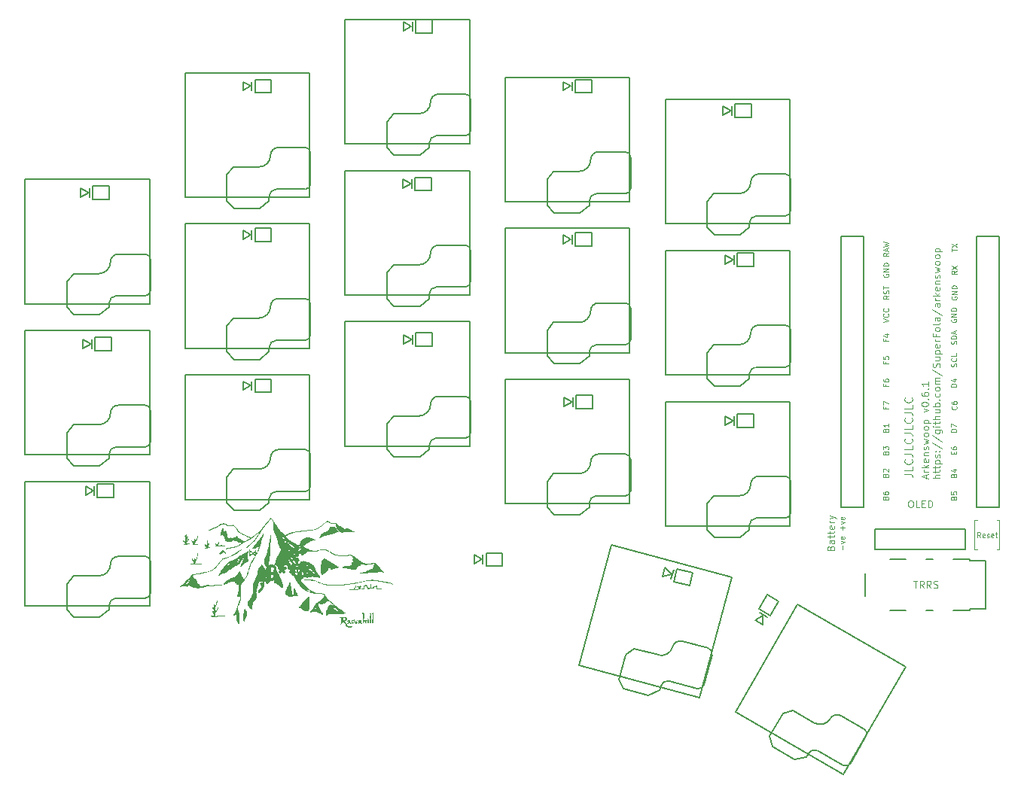
<source format=gto>
G04 #@! TF.GenerationSoftware,KiCad,Pcbnew,7.0.2-0*
G04 #@! TF.CreationDate,2023-07-28T20:29:12+02:00*
G04 #@! TF.ProjectId,arkenswoop,61726b65-6e73-4776-9f6f-702e6b696361,0.6.1*
G04 #@! TF.SameCoordinates,Original*
G04 #@! TF.FileFunction,Legend,Top*
G04 #@! TF.FilePolarity,Positive*
%FSLAX46Y46*%
G04 Gerber Fmt 4.6, Leading zero omitted, Abs format (unit mm)*
G04 Created by KiCad (PCBNEW 7.0.2-0) date 2023-07-28 20:29:12*
%MOMM*%
%LPD*%
G01*
G04 APERTURE LIST*
%ADD10C,0.100000*%
%ADD11C,0.300000*%
%ADD12C,0.080000*%
%ADD13C,0.150000*%
%ADD14C,0.120000*%
G04 APERTURE END LIST*
D10*
X163105542Y-113388656D02*
X163748399Y-113388656D01*
X163748399Y-113388656D02*
X163876970Y-113431513D01*
X163876970Y-113431513D02*
X163962685Y-113517227D01*
X163962685Y-113517227D02*
X164005542Y-113645799D01*
X164005542Y-113645799D02*
X164005542Y-113731513D01*
X164005542Y-112531513D02*
X164005542Y-112960085D01*
X164005542Y-112960085D02*
X163105542Y-112960085D01*
X163919827Y-111717228D02*
X163962685Y-111760085D01*
X163962685Y-111760085D02*
X164005542Y-111888657D01*
X164005542Y-111888657D02*
X164005542Y-111974371D01*
X164005542Y-111974371D02*
X163962685Y-112102942D01*
X163962685Y-112102942D02*
X163876970Y-112188657D01*
X163876970Y-112188657D02*
X163791256Y-112231514D01*
X163791256Y-112231514D02*
X163619827Y-112274371D01*
X163619827Y-112274371D02*
X163491256Y-112274371D01*
X163491256Y-112274371D02*
X163319827Y-112231514D01*
X163319827Y-112231514D02*
X163234113Y-112188657D01*
X163234113Y-112188657D02*
X163148399Y-112102942D01*
X163148399Y-112102942D02*
X163105542Y-111974371D01*
X163105542Y-111974371D02*
X163105542Y-111888657D01*
X163105542Y-111888657D02*
X163148399Y-111760085D01*
X163148399Y-111760085D02*
X163191256Y-111717228D01*
X163105542Y-111074371D02*
X163748399Y-111074371D01*
X163748399Y-111074371D02*
X163876970Y-111117228D01*
X163876970Y-111117228D02*
X163962685Y-111202942D01*
X163962685Y-111202942D02*
X164005542Y-111331514D01*
X164005542Y-111331514D02*
X164005542Y-111417228D01*
X164005542Y-110217228D02*
X164005542Y-110645800D01*
X164005542Y-110645800D02*
X163105542Y-110645800D01*
X163919827Y-109402943D02*
X163962685Y-109445800D01*
X163962685Y-109445800D02*
X164005542Y-109574372D01*
X164005542Y-109574372D02*
X164005542Y-109660086D01*
X164005542Y-109660086D02*
X163962685Y-109788657D01*
X163962685Y-109788657D02*
X163876970Y-109874372D01*
X163876970Y-109874372D02*
X163791256Y-109917229D01*
X163791256Y-109917229D02*
X163619827Y-109960086D01*
X163619827Y-109960086D02*
X163491256Y-109960086D01*
X163491256Y-109960086D02*
X163319827Y-109917229D01*
X163319827Y-109917229D02*
X163234113Y-109874372D01*
X163234113Y-109874372D02*
X163148399Y-109788657D01*
X163148399Y-109788657D02*
X163105542Y-109660086D01*
X163105542Y-109660086D02*
X163105542Y-109574372D01*
X163105542Y-109574372D02*
X163148399Y-109445800D01*
X163148399Y-109445800D02*
X163191256Y-109402943D01*
X163105542Y-108760086D02*
X163748399Y-108760086D01*
X163748399Y-108760086D02*
X163876970Y-108802943D01*
X163876970Y-108802943D02*
X163962685Y-108888657D01*
X163962685Y-108888657D02*
X164005542Y-109017229D01*
X164005542Y-109017229D02*
X164005542Y-109102943D01*
X164005542Y-107902943D02*
X164005542Y-108331515D01*
X164005542Y-108331515D02*
X163105542Y-108331515D01*
X163919827Y-107088658D02*
X163962685Y-107131515D01*
X163962685Y-107131515D02*
X164005542Y-107260087D01*
X164005542Y-107260087D02*
X164005542Y-107345801D01*
X164005542Y-107345801D02*
X163962685Y-107474372D01*
X163962685Y-107474372D02*
X163876970Y-107560087D01*
X163876970Y-107560087D02*
X163791256Y-107602944D01*
X163791256Y-107602944D02*
X163619827Y-107645801D01*
X163619827Y-107645801D02*
X163491256Y-107645801D01*
X163491256Y-107645801D02*
X163319827Y-107602944D01*
X163319827Y-107602944D02*
X163234113Y-107560087D01*
X163234113Y-107560087D02*
X163148399Y-107474372D01*
X163148399Y-107474372D02*
X163105542Y-107345801D01*
X163105542Y-107345801D02*
X163105542Y-107260087D01*
X163105542Y-107260087D02*
X163148399Y-107131515D01*
X163148399Y-107131515D02*
X163191256Y-107088658D01*
X163105542Y-106445801D02*
X163748399Y-106445801D01*
X163748399Y-106445801D02*
X163876970Y-106488658D01*
X163876970Y-106488658D02*
X163962685Y-106574372D01*
X163962685Y-106574372D02*
X164005542Y-106702944D01*
X164005542Y-106702944D02*
X164005542Y-106788658D01*
X164005542Y-105588658D02*
X164005542Y-106017230D01*
X164005542Y-106017230D02*
X163105542Y-106017230D01*
X163919827Y-104774373D02*
X163962685Y-104817230D01*
X163962685Y-104817230D02*
X164005542Y-104945802D01*
X164005542Y-104945802D02*
X164005542Y-105031516D01*
X164005542Y-105031516D02*
X163962685Y-105160087D01*
X163962685Y-105160087D02*
X163876970Y-105245802D01*
X163876970Y-105245802D02*
X163791256Y-105288659D01*
X163791256Y-105288659D02*
X163619827Y-105331516D01*
X163619827Y-105331516D02*
X163491256Y-105331516D01*
X163491256Y-105331516D02*
X163319827Y-105288659D01*
X163319827Y-105288659D02*
X163234113Y-105245802D01*
X163234113Y-105245802D02*
X163148399Y-105160087D01*
X163148399Y-105160087D02*
X163105542Y-105031516D01*
X163105542Y-105031516D02*
X163105542Y-104945802D01*
X163105542Y-104945802D02*
X163148399Y-104817230D01*
X163148399Y-104817230D02*
X163191256Y-104774373D01*
X165577535Y-113871643D02*
X165577535Y-113490690D01*
X165806107Y-113947833D02*
X165006107Y-113681166D01*
X165006107Y-113681166D02*
X165806107Y-113414500D01*
X165806107Y-113147833D02*
X165272773Y-113147833D01*
X165425154Y-113147833D02*
X165348964Y-113109738D01*
X165348964Y-113109738D02*
X165310869Y-113071643D01*
X165310869Y-113071643D02*
X165272773Y-112995452D01*
X165272773Y-112995452D02*
X165272773Y-112919262D01*
X165806107Y-112652595D02*
X165006107Y-112652595D01*
X165501345Y-112576405D02*
X165806107Y-112347833D01*
X165272773Y-112347833D02*
X165577535Y-112652595D01*
X165768012Y-111700214D02*
X165806107Y-111776405D01*
X165806107Y-111776405D02*
X165806107Y-111928786D01*
X165806107Y-111928786D02*
X165768012Y-112004976D01*
X165768012Y-112004976D02*
X165691821Y-112043072D01*
X165691821Y-112043072D02*
X165387059Y-112043072D01*
X165387059Y-112043072D02*
X165310869Y-112004976D01*
X165310869Y-112004976D02*
X165272773Y-111928786D01*
X165272773Y-111928786D02*
X165272773Y-111776405D01*
X165272773Y-111776405D02*
X165310869Y-111700214D01*
X165310869Y-111700214D02*
X165387059Y-111662119D01*
X165387059Y-111662119D02*
X165463250Y-111662119D01*
X165463250Y-111662119D02*
X165539440Y-112043072D01*
X165272773Y-111319262D02*
X165806107Y-111319262D01*
X165348964Y-111319262D02*
X165310869Y-111281167D01*
X165310869Y-111281167D02*
X165272773Y-111204977D01*
X165272773Y-111204977D02*
X165272773Y-111090691D01*
X165272773Y-111090691D02*
X165310869Y-111014500D01*
X165310869Y-111014500D02*
X165387059Y-110976405D01*
X165387059Y-110976405D02*
X165806107Y-110976405D01*
X165768012Y-110633548D02*
X165806107Y-110557357D01*
X165806107Y-110557357D02*
X165806107Y-110404976D01*
X165806107Y-110404976D02*
X165768012Y-110328786D01*
X165768012Y-110328786D02*
X165691821Y-110290690D01*
X165691821Y-110290690D02*
X165653726Y-110290690D01*
X165653726Y-110290690D02*
X165577535Y-110328786D01*
X165577535Y-110328786D02*
X165539440Y-110404976D01*
X165539440Y-110404976D02*
X165539440Y-110519262D01*
X165539440Y-110519262D02*
X165501345Y-110595452D01*
X165501345Y-110595452D02*
X165425154Y-110633548D01*
X165425154Y-110633548D02*
X165387059Y-110633548D01*
X165387059Y-110633548D02*
X165310869Y-110595452D01*
X165310869Y-110595452D02*
X165272773Y-110519262D01*
X165272773Y-110519262D02*
X165272773Y-110404976D01*
X165272773Y-110404976D02*
X165310869Y-110328786D01*
X165272773Y-110024024D02*
X165806107Y-109871643D01*
X165806107Y-109871643D02*
X165425154Y-109719262D01*
X165425154Y-109719262D02*
X165806107Y-109566881D01*
X165806107Y-109566881D02*
X165272773Y-109414500D01*
X165806107Y-108995453D02*
X165768012Y-109071643D01*
X165768012Y-109071643D02*
X165729916Y-109109738D01*
X165729916Y-109109738D02*
X165653726Y-109147834D01*
X165653726Y-109147834D02*
X165425154Y-109147834D01*
X165425154Y-109147834D02*
X165348964Y-109109738D01*
X165348964Y-109109738D02*
X165310869Y-109071643D01*
X165310869Y-109071643D02*
X165272773Y-108995453D01*
X165272773Y-108995453D02*
X165272773Y-108881167D01*
X165272773Y-108881167D02*
X165310869Y-108804976D01*
X165310869Y-108804976D02*
X165348964Y-108766881D01*
X165348964Y-108766881D02*
X165425154Y-108728786D01*
X165425154Y-108728786D02*
X165653726Y-108728786D01*
X165653726Y-108728786D02*
X165729916Y-108766881D01*
X165729916Y-108766881D02*
X165768012Y-108804976D01*
X165768012Y-108804976D02*
X165806107Y-108881167D01*
X165806107Y-108881167D02*
X165806107Y-108995453D01*
X165806107Y-108271643D02*
X165768012Y-108347833D01*
X165768012Y-108347833D02*
X165729916Y-108385928D01*
X165729916Y-108385928D02*
X165653726Y-108424024D01*
X165653726Y-108424024D02*
X165425154Y-108424024D01*
X165425154Y-108424024D02*
X165348964Y-108385928D01*
X165348964Y-108385928D02*
X165310869Y-108347833D01*
X165310869Y-108347833D02*
X165272773Y-108271643D01*
X165272773Y-108271643D02*
X165272773Y-108157357D01*
X165272773Y-108157357D02*
X165310869Y-108081166D01*
X165310869Y-108081166D02*
X165348964Y-108043071D01*
X165348964Y-108043071D02*
X165425154Y-108004976D01*
X165425154Y-108004976D02*
X165653726Y-108004976D01*
X165653726Y-108004976D02*
X165729916Y-108043071D01*
X165729916Y-108043071D02*
X165768012Y-108081166D01*
X165768012Y-108081166D02*
X165806107Y-108157357D01*
X165806107Y-108157357D02*
X165806107Y-108271643D01*
X165272773Y-107662118D02*
X166072773Y-107662118D01*
X165310869Y-107662118D02*
X165272773Y-107585928D01*
X165272773Y-107585928D02*
X165272773Y-107433547D01*
X165272773Y-107433547D02*
X165310869Y-107357356D01*
X165310869Y-107357356D02*
X165348964Y-107319261D01*
X165348964Y-107319261D02*
X165425154Y-107281166D01*
X165425154Y-107281166D02*
X165653726Y-107281166D01*
X165653726Y-107281166D02*
X165729916Y-107319261D01*
X165729916Y-107319261D02*
X165768012Y-107357356D01*
X165768012Y-107357356D02*
X165806107Y-107433547D01*
X165806107Y-107433547D02*
X165806107Y-107585928D01*
X165806107Y-107585928D02*
X165768012Y-107662118D01*
X165272773Y-106404975D02*
X165806107Y-106214499D01*
X165806107Y-106214499D02*
X165272773Y-106024022D01*
X165006107Y-105566879D02*
X165006107Y-105490689D01*
X165006107Y-105490689D02*
X165044202Y-105414498D01*
X165044202Y-105414498D02*
X165082297Y-105376403D01*
X165082297Y-105376403D02*
X165158488Y-105338308D01*
X165158488Y-105338308D02*
X165310869Y-105300213D01*
X165310869Y-105300213D02*
X165501345Y-105300213D01*
X165501345Y-105300213D02*
X165653726Y-105338308D01*
X165653726Y-105338308D02*
X165729916Y-105376403D01*
X165729916Y-105376403D02*
X165768012Y-105414498D01*
X165768012Y-105414498D02*
X165806107Y-105490689D01*
X165806107Y-105490689D02*
X165806107Y-105566879D01*
X165806107Y-105566879D02*
X165768012Y-105643070D01*
X165768012Y-105643070D02*
X165729916Y-105681165D01*
X165729916Y-105681165D02*
X165653726Y-105719260D01*
X165653726Y-105719260D02*
X165501345Y-105757356D01*
X165501345Y-105757356D02*
X165310869Y-105757356D01*
X165310869Y-105757356D02*
X165158488Y-105719260D01*
X165158488Y-105719260D02*
X165082297Y-105681165D01*
X165082297Y-105681165D02*
X165044202Y-105643070D01*
X165044202Y-105643070D02*
X165006107Y-105566879D01*
X165729916Y-104957355D02*
X165768012Y-104919260D01*
X165768012Y-104919260D02*
X165806107Y-104957355D01*
X165806107Y-104957355D02*
X165768012Y-104995451D01*
X165768012Y-104995451D02*
X165729916Y-104957355D01*
X165729916Y-104957355D02*
X165806107Y-104957355D01*
X165006107Y-104233546D02*
X165006107Y-104385927D01*
X165006107Y-104385927D02*
X165044202Y-104462118D01*
X165044202Y-104462118D02*
X165082297Y-104500213D01*
X165082297Y-104500213D02*
X165196583Y-104576403D01*
X165196583Y-104576403D02*
X165348964Y-104614499D01*
X165348964Y-104614499D02*
X165653726Y-104614499D01*
X165653726Y-104614499D02*
X165729916Y-104576403D01*
X165729916Y-104576403D02*
X165768012Y-104538308D01*
X165768012Y-104538308D02*
X165806107Y-104462118D01*
X165806107Y-104462118D02*
X165806107Y-104309737D01*
X165806107Y-104309737D02*
X165768012Y-104233546D01*
X165768012Y-104233546D02*
X165729916Y-104195451D01*
X165729916Y-104195451D02*
X165653726Y-104157356D01*
X165653726Y-104157356D02*
X165463250Y-104157356D01*
X165463250Y-104157356D02*
X165387059Y-104195451D01*
X165387059Y-104195451D02*
X165348964Y-104233546D01*
X165348964Y-104233546D02*
X165310869Y-104309737D01*
X165310869Y-104309737D02*
X165310869Y-104462118D01*
X165310869Y-104462118D02*
X165348964Y-104538308D01*
X165348964Y-104538308D02*
X165387059Y-104576403D01*
X165387059Y-104576403D02*
X165463250Y-104614499D01*
X165729916Y-103814498D02*
X165768012Y-103776403D01*
X165768012Y-103776403D02*
X165806107Y-103814498D01*
X165806107Y-103814498D02*
X165768012Y-103852594D01*
X165768012Y-103852594D02*
X165729916Y-103814498D01*
X165729916Y-103814498D02*
X165806107Y-103814498D01*
X165806107Y-103014499D02*
X165806107Y-103471642D01*
X165806107Y-103243070D02*
X165006107Y-103243070D01*
X165006107Y-103243070D02*
X165120392Y-103319261D01*
X165120392Y-103319261D02*
X165196583Y-103395451D01*
X165196583Y-103395451D02*
X165234678Y-103471642D01*
X167102107Y-113833547D02*
X166302107Y-113833547D01*
X167102107Y-113490690D02*
X166683059Y-113490690D01*
X166683059Y-113490690D02*
X166606869Y-113528785D01*
X166606869Y-113528785D02*
X166568773Y-113604976D01*
X166568773Y-113604976D02*
X166568773Y-113719262D01*
X166568773Y-113719262D02*
X166606869Y-113795452D01*
X166606869Y-113795452D02*
X166644964Y-113833547D01*
X166568773Y-113224023D02*
X166568773Y-112919261D01*
X166302107Y-113109737D02*
X166987821Y-113109737D01*
X166987821Y-113109737D02*
X167064012Y-113071642D01*
X167064012Y-113071642D02*
X167102107Y-112995452D01*
X167102107Y-112995452D02*
X167102107Y-112919261D01*
X166568773Y-112766880D02*
X166568773Y-112462118D01*
X166302107Y-112652594D02*
X166987821Y-112652594D01*
X166987821Y-112652594D02*
X167064012Y-112614499D01*
X167064012Y-112614499D02*
X167102107Y-112538309D01*
X167102107Y-112538309D02*
X167102107Y-112462118D01*
X166568773Y-112195451D02*
X167368773Y-112195451D01*
X166606869Y-112195451D02*
X166568773Y-112119261D01*
X166568773Y-112119261D02*
X166568773Y-111966880D01*
X166568773Y-111966880D02*
X166606869Y-111890689D01*
X166606869Y-111890689D02*
X166644964Y-111852594D01*
X166644964Y-111852594D02*
X166721154Y-111814499D01*
X166721154Y-111814499D02*
X166949726Y-111814499D01*
X166949726Y-111814499D02*
X167025916Y-111852594D01*
X167025916Y-111852594D02*
X167064012Y-111890689D01*
X167064012Y-111890689D02*
X167102107Y-111966880D01*
X167102107Y-111966880D02*
X167102107Y-112119261D01*
X167102107Y-112119261D02*
X167064012Y-112195451D01*
X167064012Y-111509737D02*
X167102107Y-111433546D01*
X167102107Y-111433546D02*
X167102107Y-111281165D01*
X167102107Y-111281165D02*
X167064012Y-111204975D01*
X167064012Y-111204975D02*
X166987821Y-111166879D01*
X166987821Y-111166879D02*
X166949726Y-111166879D01*
X166949726Y-111166879D02*
X166873535Y-111204975D01*
X166873535Y-111204975D02*
X166835440Y-111281165D01*
X166835440Y-111281165D02*
X166835440Y-111395451D01*
X166835440Y-111395451D02*
X166797345Y-111471641D01*
X166797345Y-111471641D02*
X166721154Y-111509737D01*
X166721154Y-111509737D02*
X166683059Y-111509737D01*
X166683059Y-111509737D02*
X166606869Y-111471641D01*
X166606869Y-111471641D02*
X166568773Y-111395451D01*
X166568773Y-111395451D02*
X166568773Y-111281165D01*
X166568773Y-111281165D02*
X166606869Y-111204975D01*
X167025916Y-110824022D02*
X167064012Y-110785927D01*
X167064012Y-110785927D02*
X167102107Y-110824022D01*
X167102107Y-110824022D02*
X167064012Y-110862118D01*
X167064012Y-110862118D02*
X167025916Y-110824022D01*
X167025916Y-110824022D02*
X167102107Y-110824022D01*
X166606869Y-110824022D02*
X166644964Y-110785927D01*
X166644964Y-110785927D02*
X166683059Y-110824022D01*
X166683059Y-110824022D02*
X166644964Y-110862118D01*
X166644964Y-110862118D02*
X166606869Y-110824022D01*
X166606869Y-110824022D02*
X166683059Y-110824022D01*
X166264012Y-109871642D02*
X167292583Y-110557356D01*
X166264012Y-109033547D02*
X167292583Y-109719261D01*
X166568773Y-108424023D02*
X167216392Y-108424023D01*
X167216392Y-108424023D02*
X167292583Y-108462118D01*
X167292583Y-108462118D02*
X167330678Y-108500214D01*
X167330678Y-108500214D02*
X167368773Y-108576404D01*
X167368773Y-108576404D02*
X167368773Y-108690690D01*
X167368773Y-108690690D02*
X167330678Y-108766880D01*
X167064012Y-108424023D02*
X167102107Y-108500214D01*
X167102107Y-108500214D02*
X167102107Y-108652595D01*
X167102107Y-108652595D02*
X167064012Y-108728785D01*
X167064012Y-108728785D02*
X167025916Y-108766880D01*
X167025916Y-108766880D02*
X166949726Y-108804976D01*
X166949726Y-108804976D02*
X166721154Y-108804976D01*
X166721154Y-108804976D02*
X166644964Y-108766880D01*
X166644964Y-108766880D02*
X166606869Y-108728785D01*
X166606869Y-108728785D02*
X166568773Y-108652595D01*
X166568773Y-108652595D02*
X166568773Y-108500214D01*
X166568773Y-108500214D02*
X166606869Y-108424023D01*
X167102107Y-108043070D02*
X166568773Y-108043070D01*
X166302107Y-108043070D02*
X166340202Y-108081166D01*
X166340202Y-108081166D02*
X166378297Y-108043070D01*
X166378297Y-108043070D02*
X166340202Y-108004975D01*
X166340202Y-108004975D02*
X166302107Y-108043070D01*
X166302107Y-108043070D02*
X166378297Y-108043070D01*
X166568773Y-107776404D02*
X166568773Y-107471642D01*
X166302107Y-107662118D02*
X166987821Y-107662118D01*
X166987821Y-107662118D02*
X167064012Y-107624023D01*
X167064012Y-107624023D02*
X167102107Y-107547833D01*
X167102107Y-107547833D02*
X167102107Y-107471642D01*
X167102107Y-107204975D02*
X166302107Y-107204975D01*
X167102107Y-106862118D02*
X166683059Y-106862118D01*
X166683059Y-106862118D02*
X166606869Y-106900213D01*
X166606869Y-106900213D02*
X166568773Y-106976404D01*
X166568773Y-106976404D02*
X166568773Y-107090690D01*
X166568773Y-107090690D02*
X166606869Y-107166880D01*
X166606869Y-107166880D02*
X166644964Y-107204975D01*
X166568773Y-106138308D02*
X167102107Y-106138308D01*
X166568773Y-106481165D02*
X166987821Y-106481165D01*
X166987821Y-106481165D02*
X167064012Y-106443070D01*
X167064012Y-106443070D02*
X167102107Y-106366880D01*
X167102107Y-106366880D02*
X167102107Y-106252594D01*
X167102107Y-106252594D02*
X167064012Y-106176403D01*
X167064012Y-106176403D02*
X167025916Y-106138308D01*
X167102107Y-105757355D02*
X166302107Y-105757355D01*
X166606869Y-105757355D02*
X166568773Y-105681165D01*
X166568773Y-105681165D02*
X166568773Y-105528784D01*
X166568773Y-105528784D02*
X166606869Y-105452593D01*
X166606869Y-105452593D02*
X166644964Y-105414498D01*
X166644964Y-105414498D02*
X166721154Y-105376403D01*
X166721154Y-105376403D02*
X166949726Y-105376403D01*
X166949726Y-105376403D02*
X167025916Y-105414498D01*
X167025916Y-105414498D02*
X167064012Y-105452593D01*
X167064012Y-105452593D02*
X167102107Y-105528784D01*
X167102107Y-105528784D02*
X167102107Y-105681165D01*
X167102107Y-105681165D02*
X167064012Y-105757355D01*
X167025916Y-105033545D02*
X167064012Y-104995450D01*
X167064012Y-104995450D02*
X167102107Y-105033545D01*
X167102107Y-105033545D02*
X167064012Y-105071641D01*
X167064012Y-105071641D02*
X167025916Y-105033545D01*
X167025916Y-105033545D02*
X167102107Y-105033545D01*
X167064012Y-104309736D02*
X167102107Y-104385927D01*
X167102107Y-104385927D02*
X167102107Y-104538308D01*
X167102107Y-104538308D02*
X167064012Y-104614498D01*
X167064012Y-104614498D02*
X167025916Y-104652593D01*
X167025916Y-104652593D02*
X166949726Y-104690689D01*
X166949726Y-104690689D02*
X166721154Y-104690689D01*
X166721154Y-104690689D02*
X166644964Y-104652593D01*
X166644964Y-104652593D02*
X166606869Y-104614498D01*
X166606869Y-104614498D02*
X166568773Y-104538308D01*
X166568773Y-104538308D02*
X166568773Y-104385927D01*
X166568773Y-104385927D02*
X166606869Y-104309736D01*
X167102107Y-103852594D02*
X167064012Y-103928784D01*
X167064012Y-103928784D02*
X167025916Y-103966879D01*
X167025916Y-103966879D02*
X166949726Y-104004975D01*
X166949726Y-104004975D02*
X166721154Y-104004975D01*
X166721154Y-104004975D02*
X166644964Y-103966879D01*
X166644964Y-103966879D02*
X166606869Y-103928784D01*
X166606869Y-103928784D02*
X166568773Y-103852594D01*
X166568773Y-103852594D02*
X166568773Y-103738308D01*
X166568773Y-103738308D02*
X166606869Y-103662117D01*
X166606869Y-103662117D02*
X166644964Y-103624022D01*
X166644964Y-103624022D02*
X166721154Y-103585927D01*
X166721154Y-103585927D02*
X166949726Y-103585927D01*
X166949726Y-103585927D02*
X167025916Y-103624022D01*
X167025916Y-103624022D02*
X167064012Y-103662117D01*
X167064012Y-103662117D02*
X167102107Y-103738308D01*
X167102107Y-103738308D02*
X167102107Y-103852594D01*
X167102107Y-103243069D02*
X166568773Y-103243069D01*
X166644964Y-103243069D02*
X166606869Y-103204974D01*
X166606869Y-103204974D02*
X166568773Y-103128784D01*
X166568773Y-103128784D02*
X166568773Y-103014498D01*
X166568773Y-103014498D02*
X166606869Y-102938307D01*
X166606869Y-102938307D02*
X166683059Y-102900212D01*
X166683059Y-102900212D02*
X167102107Y-102900212D01*
X166683059Y-102900212D02*
X166606869Y-102862117D01*
X166606869Y-102862117D02*
X166568773Y-102785926D01*
X166568773Y-102785926D02*
X166568773Y-102671641D01*
X166568773Y-102671641D02*
X166606869Y-102595450D01*
X166606869Y-102595450D02*
X166683059Y-102557355D01*
X166683059Y-102557355D02*
X167102107Y-102557355D01*
X166264012Y-101604974D02*
X167292583Y-102290688D01*
X167064012Y-101376403D02*
X167102107Y-101262117D01*
X167102107Y-101262117D02*
X167102107Y-101071641D01*
X167102107Y-101071641D02*
X167064012Y-100995450D01*
X167064012Y-100995450D02*
X167025916Y-100957355D01*
X167025916Y-100957355D02*
X166949726Y-100919260D01*
X166949726Y-100919260D02*
X166873535Y-100919260D01*
X166873535Y-100919260D02*
X166797345Y-100957355D01*
X166797345Y-100957355D02*
X166759250Y-100995450D01*
X166759250Y-100995450D02*
X166721154Y-101071641D01*
X166721154Y-101071641D02*
X166683059Y-101224022D01*
X166683059Y-101224022D02*
X166644964Y-101300212D01*
X166644964Y-101300212D02*
X166606869Y-101338307D01*
X166606869Y-101338307D02*
X166530678Y-101376403D01*
X166530678Y-101376403D02*
X166454488Y-101376403D01*
X166454488Y-101376403D02*
X166378297Y-101338307D01*
X166378297Y-101338307D02*
X166340202Y-101300212D01*
X166340202Y-101300212D02*
X166302107Y-101224022D01*
X166302107Y-101224022D02*
X166302107Y-101033545D01*
X166302107Y-101033545D02*
X166340202Y-100919260D01*
X166568773Y-100233545D02*
X167102107Y-100233545D01*
X166568773Y-100576402D02*
X166987821Y-100576402D01*
X166987821Y-100576402D02*
X167064012Y-100538307D01*
X167064012Y-100538307D02*
X167102107Y-100462117D01*
X167102107Y-100462117D02*
X167102107Y-100347831D01*
X167102107Y-100347831D02*
X167064012Y-100271640D01*
X167064012Y-100271640D02*
X167025916Y-100233545D01*
X166568773Y-99852592D02*
X167368773Y-99852592D01*
X166606869Y-99852592D02*
X166568773Y-99776402D01*
X166568773Y-99776402D02*
X166568773Y-99624021D01*
X166568773Y-99624021D02*
X166606869Y-99547830D01*
X166606869Y-99547830D02*
X166644964Y-99509735D01*
X166644964Y-99509735D02*
X166721154Y-99471640D01*
X166721154Y-99471640D02*
X166949726Y-99471640D01*
X166949726Y-99471640D02*
X167025916Y-99509735D01*
X167025916Y-99509735D02*
X167064012Y-99547830D01*
X167064012Y-99547830D02*
X167102107Y-99624021D01*
X167102107Y-99624021D02*
X167102107Y-99776402D01*
X167102107Y-99776402D02*
X167064012Y-99852592D01*
X167064012Y-98824020D02*
X167102107Y-98900211D01*
X167102107Y-98900211D02*
X167102107Y-99052592D01*
X167102107Y-99052592D02*
X167064012Y-99128782D01*
X167064012Y-99128782D02*
X166987821Y-99166878D01*
X166987821Y-99166878D02*
X166683059Y-99166878D01*
X166683059Y-99166878D02*
X166606869Y-99128782D01*
X166606869Y-99128782D02*
X166568773Y-99052592D01*
X166568773Y-99052592D02*
X166568773Y-98900211D01*
X166568773Y-98900211D02*
X166606869Y-98824020D01*
X166606869Y-98824020D02*
X166683059Y-98785925D01*
X166683059Y-98785925D02*
X166759250Y-98785925D01*
X166759250Y-98785925D02*
X166835440Y-99166878D01*
X167102107Y-98443068D02*
X166568773Y-98443068D01*
X166721154Y-98443068D02*
X166644964Y-98404973D01*
X166644964Y-98404973D02*
X166606869Y-98366878D01*
X166606869Y-98366878D02*
X166568773Y-98290687D01*
X166568773Y-98290687D02*
X166568773Y-98214497D01*
X166683059Y-97681164D02*
X166683059Y-97947830D01*
X167102107Y-97947830D02*
X166302107Y-97947830D01*
X166302107Y-97947830D02*
X166302107Y-97566878D01*
X167102107Y-97147831D02*
X167064012Y-97224021D01*
X167064012Y-97224021D02*
X167025916Y-97262116D01*
X167025916Y-97262116D02*
X166949726Y-97300212D01*
X166949726Y-97300212D02*
X166721154Y-97300212D01*
X166721154Y-97300212D02*
X166644964Y-97262116D01*
X166644964Y-97262116D02*
X166606869Y-97224021D01*
X166606869Y-97224021D02*
X166568773Y-97147831D01*
X166568773Y-97147831D02*
X166568773Y-97033545D01*
X166568773Y-97033545D02*
X166606869Y-96957354D01*
X166606869Y-96957354D02*
X166644964Y-96919259D01*
X166644964Y-96919259D02*
X166721154Y-96881164D01*
X166721154Y-96881164D02*
X166949726Y-96881164D01*
X166949726Y-96881164D02*
X167025916Y-96919259D01*
X167025916Y-96919259D02*
X167064012Y-96957354D01*
X167064012Y-96957354D02*
X167102107Y-97033545D01*
X167102107Y-97033545D02*
X167102107Y-97147831D01*
X167102107Y-96424021D02*
X167064012Y-96500211D01*
X167064012Y-96500211D02*
X166987821Y-96538306D01*
X166987821Y-96538306D02*
X166302107Y-96538306D01*
X167102107Y-95776401D02*
X166683059Y-95776401D01*
X166683059Y-95776401D02*
X166606869Y-95814496D01*
X166606869Y-95814496D02*
X166568773Y-95890687D01*
X166568773Y-95890687D02*
X166568773Y-96043068D01*
X166568773Y-96043068D02*
X166606869Y-96119258D01*
X167064012Y-95776401D02*
X167102107Y-95852592D01*
X167102107Y-95852592D02*
X167102107Y-96043068D01*
X167102107Y-96043068D02*
X167064012Y-96119258D01*
X167064012Y-96119258D02*
X166987821Y-96157354D01*
X166987821Y-96157354D02*
X166911631Y-96157354D01*
X166911631Y-96157354D02*
X166835440Y-96119258D01*
X166835440Y-96119258D02*
X166797345Y-96043068D01*
X166797345Y-96043068D02*
X166797345Y-95852592D01*
X166797345Y-95852592D02*
X166759250Y-95776401D01*
X166264012Y-94824020D02*
X167292583Y-95509734D01*
X167102107Y-94214496D02*
X166683059Y-94214496D01*
X166683059Y-94214496D02*
X166606869Y-94252591D01*
X166606869Y-94252591D02*
X166568773Y-94328782D01*
X166568773Y-94328782D02*
X166568773Y-94481163D01*
X166568773Y-94481163D02*
X166606869Y-94557353D01*
X167064012Y-94214496D02*
X167102107Y-94290687D01*
X167102107Y-94290687D02*
X167102107Y-94481163D01*
X167102107Y-94481163D02*
X167064012Y-94557353D01*
X167064012Y-94557353D02*
X166987821Y-94595449D01*
X166987821Y-94595449D02*
X166911631Y-94595449D01*
X166911631Y-94595449D02*
X166835440Y-94557353D01*
X166835440Y-94557353D02*
X166797345Y-94481163D01*
X166797345Y-94481163D02*
X166797345Y-94290687D01*
X166797345Y-94290687D02*
X166759250Y-94214496D01*
X167102107Y-93833543D02*
X166568773Y-93833543D01*
X166721154Y-93833543D02*
X166644964Y-93795448D01*
X166644964Y-93795448D02*
X166606869Y-93757353D01*
X166606869Y-93757353D02*
X166568773Y-93681162D01*
X166568773Y-93681162D02*
X166568773Y-93604972D01*
X167102107Y-93338305D02*
X166302107Y-93338305D01*
X166797345Y-93262115D02*
X167102107Y-93033543D01*
X166568773Y-93033543D02*
X166873535Y-93338305D01*
X167064012Y-92385924D02*
X167102107Y-92462115D01*
X167102107Y-92462115D02*
X167102107Y-92614496D01*
X167102107Y-92614496D02*
X167064012Y-92690686D01*
X167064012Y-92690686D02*
X166987821Y-92728782D01*
X166987821Y-92728782D02*
X166683059Y-92728782D01*
X166683059Y-92728782D02*
X166606869Y-92690686D01*
X166606869Y-92690686D02*
X166568773Y-92614496D01*
X166568773Y-92614496D02*
X166568773Y-92462115D01*
X166568773Y-92462115D02*
X166606869Y-92385924D01*
X166606869Y-92385924D02*
X166683059Y-92347829D01*
X166683059Y-92347829D02*
X166759250Y-92347829D01*
X166759250Y-92347829D02*
X166835440Y-92728782D01*
X166568773Y-92004972D02*
X167102107Y-92004972D01*
X166644964Y-92004972D02*
X166606869Y-91966877D01*
X166606869Y-91966877D02*
X166568773Y-91890687D01*
X166568773Y-91890687D02*
X166568773Y-91776401D01*
X166568773Y-91776401D02*
X166606869Y-91700210D01*
X166606869Y-91700210D02*
X166683059Y-91662115D01*
X166683059Y-91662115D02*
X167102107Y-91662115D01*
X167064012Y-91319258D02*
X167102107Y-91243067D01*
X167102107Y-91243067D02*
X167102107Y-91090686D01*
X167102107Y-91090686D02*
X167064012Y-91014496D01*
X167064012Y-91014496D02*
X166987821Y-90976400D01*
X166987821Y-90976400D02*
X166949726Y-90976400D01*
X166949726Y-90976400D02*
X166873535Y-91014496D01*
X166873535Y-91014496D02*
X166835440Y-91090686D01*
X166835440Y-91090686D02*
X166835440Y-91204972D01*
X166835440Y-91204972D02*
X166797345Y-91281162D01*
X166797345Y-91281162D02*
X166721154Y-91319258D01*
X166721154Y-91319258D02*
X166683059Y-91319258D01*
X166683059Y-91319258D02*
X166606869Y-91281162D01*
X166606869Y-91281162D02*
X166568773Y-91204972D01*
X166568773Y-91204972D02*
X166568773Y-91090686D01*
X166568773Y-91090686D02*
X166606869Y-91014496D01*
X166568773Y-90709734D02*
X167102107Y-90557353D01*
X167102107Y-90557353D02*
X166721154Y-90404972D01*
X166721154Y-90404972D02*
X167102107Y-90252591D01*
X167102107Y-90252591D02*
X166568773Y-90100210D01*
X167102107Y-89681163D02*
X167064012Y-89757353D01*
X167064012Y-89757353D02*
X167025916Y-89795448D01*
X167025916Y-89795448D02*
X166949726Y-89833544D01*
X166949726Y-89833544D02*
X166721154Y-89833544D01*
X166721154Y-89833544D02*
X166644964Y-89795448D01*
X166644964Y-89795448D02*
X166606869Y-89757353D01*
X166606869Y-89757353D02*
X166568773Y-89681163D01*
X166568773Y-89681163D02*
X166568773Y-89566877D01*
X166568773Y-89566877D02*
X166606869Y-89490686D01*
X166606869Y-89490686D02*
X166644964Y-89452591D01*
X166644964Y-89452591D02*
X166721154Y-89414496D01*
X166721154Y-89414496D02*
X166949726Y-89414496D01*
X166949726Y-89414496D02*
X167025916Y-89452591D01*
X167025916Y-89452591D02*
X167064012Y-89490686D01*
X167064012Y-89490686D02*
X167102107Y-89566877D01*
X167102107Y-89566877D02*
X167102107Y-89681163D01*
X167102107Y-88957353D02*
X167064012Y-89033543D01*
X167064012Y-89033543D02*
X167025916Y-89071638D01*
X167025916Y-89071638D02*
X166949726Y-89109734D01*
X166949726Y-89109734D02*
X166721154Y-89109734D01*
X166721154Y-89109734D02*
X166644964Y-89071638D01*
X166644964Y-89071638D02*
X166606869Y-89033543D01*
X166606869Y-89033543D02*
X166568773Y-88957353D01*
X166568773Y-88957353D02*
X166568773Y-88843067D01*
X166568773Y-88843067D02*
X166606869Y-88766876D01*
X166606869Y-88766876D02*
X166644964Y-88728781D01*
X166644964Y-88728781D02*
X166721154Y-88690686D01*
X166721154Y-88690686D02*
X166949726Y-88690686D01*
X166949726Y-88690686D02*
X167025916Y-88728781D01*
X167025916Y-88728781D02*
X167064012Y-88766876D01*
X167064012Y-88766876D02*
X167102107Y-88843067D01*
X167102107Y-88843067D02*
X167102107Y-88957353D01*
X166568773Y-88347828D02*
X167368773Y-88347828D01*
X166606869Y-88347828D02*
X166568773Y-88271638D01*
X166568773Y-88271638D02*
X166568773Y-88119257D01*
X166568773Y-88119257D02*
X166606869Y-88043066D01*
X166606869Y-88043066D02*
X166644964Y-88004971D01*
X166644964Y-88004971D02*
X166721154Y-87966876D01*
X166721154Y-87966876D02*
X166949726Y-87966876D01*
X166949726Y-87966876D02*
X167025916Y-88004971D01*
X167025916Y-88004971D02*
X167064012Y-88043066D01*
X167064012Y-88043066D02*
X167102107Y-88119257D01*
X167102107Y-88119257D02*
X167102107Y-88271638D01*
X167102107Y-88271638D02*
X167064012Y-88347828D01*
D11*
X92228572Y-123815357D02*
X92085715Y-123743928D01*
X92085715Y-123743928D02*
X91871429Y-123743928D01*
X91871429Y-123743928D02*
X91657143Y-123815357D01*
X91657143Y-123815357D02*
X91514286Y-123958214D01*
X91514286Y-123958214D02*
X91442857Y-124101071D01*
X91442857Y-124101071D02*
X91371429Y-124386785D01*
X91371429Y-124386785D02*
X91371429Y-124601071D01*
X91371429Y-124601071D02*
X91442857Y-124886785D01*
X91442857Y-124886785D02*
X91514286Y-125029642D01*
X91514286Y-125029642D02*
X91657143Y-125172500D01*
X91657143Y-125172500D02*
X91871429Y-125243928D01*
X91871429Y-125243928D02*
X92014286Y-125243928D01*
X92014286Y-125243928D02*
X92228572Y-125172500D01*
X92228572Y-125172500D02*
X92300000Y-125101071D01*
X92300000Y-125101071D02*
X92300000Y-124601071D01*
X92300000Y-124601071D02*
X92014286Y-124601071D01*
X93157143Y-123743928D02*
X93157143Y-124101071D01*
X92800000Y-123958214D02*
X93157143Y-124101071D01*
X93157143Y-124101071D02*
X93514286Y-123958214D01*
X92942857Y-124386785D02*
X93157143Y-124101071D01*
X93157143Y-124101071D02*
X93371429Y-124386785D01*
X94300000Y-123743928D02*
X94300000Y-124101071D01*
X93942857Y-123958214D02*
X94300000Y-124101071D01*
X94300000Y-124101071D02*
X94657143Y-123958214D01*
X94085714Y-124386785D02*
X94300000Y-124101071D01*
X94300000Y-124101071D02*
X94514286Y-124386785D01*
X95442857Y-123743928D02*
X95442857Y-124101071D01*
X95085714Y-123958214D02*
X95442857Y-124101071D01*
X95442857Y-124101071D02*
X95800000Y-123958214D01*
X95228571Y-124386785D02*
X95442857Y-124101071D01*
X95442857Y-124101071D02*
X95657143Y-124386785D01*
D12*
X171637177Y-120530390D02*
X171437177Y-120244676D01*
X171294320Y-120530390D02*
X171294320Y-119930390D01*
X171294320Y-119930390D02*
X171522891Y-119930390D01*
X171522891Y-119930390D02*
X171580034Y-119958961D01*
X171580034Y-119958961D02*
X171608605Y-119987533D01*
X171608605Y-119987533D02*
X171637177Y-120044676D01*
X171637177Y-120044676D02*
X171637177Y-120130390D01*
X171637177Y-120130390D02*
X171608605Y-120187533D01*
X171608605Y-120187533D02*
X171580034Y-120216104D01*
X171580034Y-120216104D02*
X171522891Y-120244676D01*
X171522891Y-120244676D02*
X171294320Y-120244676D01*
X172122891Y-120501819D02*
X172065748Y-120530390D01*
X172065748Y-120530390D02*
X171951463Y-120530390D01*
X171951463Y-120530390D02*
X171894320Y-120501819D01*
X171894320Y-120501819D02*
X171865748Y-120444676D01*
X171865748Y-120444676D02*
X171865748Y-120216104D01*
X171865748Y-120216104D02*
X171894320Y-120158961D01*
X171894320Y-120158961D02*
X171951463Y-120130390D01*
X171951463Y-120130390D02*
X172065748Y-120130390D01*
X172065748Y-120130390D02*
X172122891Y-120158961D01*
X172122891Y-120158961D02*
X172151463Y-120216104D01*
X172151463Y-120216104D02*
X172151463Y-120273247D01*
X172151463Y-120273247D02*
X171865748Y-120330390D01*
X172380034Y-120501819D02*
X172437177Y-120530390D01*
X172437177Y-120530390D02*
X172551463Y-120530390D01*
X172551463Y-120530390D02*
X172608606Y-120501819D01*
X172608606Y-120501819D02*
X172637177Y-120444676D01*
X172637177Y-120444676D02*
X172637177Y-120416104D01*
X172637177Y-120416104D02*
X172608606Y-120358961D01*
X172608606Y-120358961D02*
X172551463Y-120330390D01*
X172551463Y-120330390D02*
X172465749Y-120330390D01*
X172465749Y-120330390D02*
X172408606Y-120301819D01*
X172408606Y-120301819D02*
X172380034Y-120244676D01*
X172380034Y-120244676D02*
X172380034Y-120216104D01*
X172380034Y-120216104D02*
X172408606Y-120158961D01*
X172408606Y-120158961D02*
X172465749Y-120130390D01*
X172465749Y-120130390D02*
X172551463Y-120130390D01*
X172551463Y-120130390D02*
X172608606Y-120158961D01*
X173122891Y-120501819D02*
X173065748Y-120530390D01*
X173065748Y-120530390D02*
X172951463Y-120530390D01*
X172951463Y-120530390D02*
X172894320Y-120501819D01*
X172894320Y-120501819D02*
X172865748Y-120444676D01*
X172865748Y-120444676D02*
X172865748Y-120216104D01*
X172865748Y-120216104D02*
X172894320Y-120158961D01*
X172894320Y-120158961D02*
X172951463Y-120130390D01*
X172951463Y-120130390D02*
X173065748Y-120130390D01*
X173065748Y-120130390D02*
X173122891Y-120158961D01*
X173122891Y-120158961D02*
X173151463Y-120216104D01*
X173151463Y-120216104D02*
X173151463Y-120273247D01*
X173151463Y-120273247D02*
X172865748Y-120330390D01*
X173322891Y-120130390D02*
X173551463Y-120130390D01*
X173408606Y-119930390D02*
X173408606Y-120444676D01*
X173408606Y-120444676D02*
X173437177Y-120501819D01*
X173437177Y-120501819D02*
X173494320Y-120530390D01*
X173494320Y-120530390D02*
X173551463Y-120530390D01*
X168402287Y-95953269D02*
X168373716Y-96010412D01*
X168373716Y-96010412D02*
X168373716Y-96096126D01*
X168373716Y-96096126D02*
X168402287Y-96181840D01*
X168402287Y-96181840D02*
X168459430Y-96238983D01*
X168459430Y-96238983D02*
X168516573Y-96267554D01*
X168516573Y-96267554D02*
X168630859Y-96296126D01*
X168630859Y-96296126D02*
X168716573Y-96296126D01*
X168716573Y-96296126D02*
X168830859Y-96267554D01*
X168830859Y-96267554D02*
X168888002Y-96238983D01*
X168888002Y-96238983D02*
X168945145Y-96181840D01*
X168945145Y-96181840D02*
X168973716Y-96096126D01*
X168973716Y-96096126D02*
X168973716Y-96038983D01*
X168973716Y-96038983D02*
X168945145Y-95953269D01*
X168945145Y-95953269D02*
X168916573Y-95924697D01*
X168916573Y-95924697D02*
X168716573Y-95924697D01*
X168716573Y-95924697D02*
X168716573Y-96038983D01*
X168973716Y-95667554D02*
X168373716Y-95667554D01*
X168373716Y-95667554D02*
X168973716Y-95324697D01*
X168973716Y-95324697D02*
X168373716Y-95324697D01*
X168973716Y-95038983D02*
X168373716Y-95038983D01*
X168373716Y-95038983D02*
X168373716Y-94896126D01*
X168373716Y-94896126D02*
X168402287Y-94810412D01*
X168402287Y-94810412D02*
X168459430Y-94753269D01*
X168459430Y-94753269D02*
X168516573Y-94724698D01*
X168516573Y-94724698D02*
X168630859Y-94696126D01*
X168630859Y-94696126D02*
X168716573Y-94696126D01*
X168716573Y-94696126D02*
X168830859Y-94724698D01*
X168830859Y-94724698D02*
X168888002Y-94753269D01*
X168888002Y-94753269D02*
X168945145Y-94810412D01*
X168945145Y-94810412D02*
X168973716Y-94896126D01*
X168973716Y-94896126D02*
X168973716Y-95038983D01*
X168969729Y-108634971D02*
X168369729Y-108634971D01*
X168369729Y-108634971D02*
X168369729Y-108492114D01*
X168369729Y-108492114D02*
X168398300Y-108406400D01*
X168398300Y-108406400D02*
X168455443Y-108349257D01*
X168455443Y-108349257D02*
X168512586Y-108320686D01*
X168512586Y-108320686D02*
X168626872Y-108292114D01*
X168626872Y-108292114D02*
X168712586Y-108292114D01*
X168712586Y-108292114D02*
X168826872Y-108320686D01*
X168826872Y-108320686D02*
X168884015Y-108349257D01*
X168884015Y-108349257D02*
X168941158Y-108406400D01*
X168941158Y-108406400D02*
X168969729Y-108492114D01*
X168969729Y-108492114D02*
X168969729Y-108634971D01*
X168369729Y-108092114D02*
X168369729Y-107692114D01*
X168369729Y-107692114D02*
X168969729Y-107949257D01*
X160996608Y-108433444D02*
X161025180Y-108347730D01*
X161025180Y-108347730D02*
X161053751Y-108319159D01*
X161053751Y-108319159D02*
X161110894Y-108290587D01*
X161110894Y-108290587D02*
X161196608Y-108290587D01*
X161196608Y-108290587D02*
X161253751Y-108319159D01*
X161253751Y-108319159D02*
X161282323Y-108347730D01*
X161282323Y-108347730D02*
X161310894Y-108404873D01*
X161310894Y-108404873D02*
X161310894Y-108633444D01*
X161310894Y-108633444D02*
X160710894Y-108633444D01*
X160710894Y-108633444D02*
X160710894Y-108433444D01*
X160710894Y-108433444D02*
X160739465Y-108376302D01*
X160739465Y-108376302D02*
X160768037Y-108347730D01*
X160768037Y-108347730D02*
X160825180Y-108319159D01*
X160825180Y-108319159D02*
X160882323Y-108319159D01*
X160882323Y-108319159D02*
X160939465Y-108347730D01*
X160939465Y-108347730D02*
X160968037Y-108376302D01*
X160968037Y-108376302D02*
X160996608Y-108433444D01*
X160996608Y-108433444D02*
X160996608Y-108633444D01*
X161310894Y-107719159D02*
X161310894Y-108062016D01*
X161310894Y-107890587D02*
X160710894Y-107890587D01*
X160710894Y-107890587D02*
X160796608Y-107947730D01*
X160796608Y-107947730D02*
X160853751Y-108004873D01*
X160853751Y-108004873D02*
X160882323Y-108062016D01*
X168938351Y-101285307D02*
X168966922Y-101199593D01*
X168966922Y-101199593D02*
X168966922Y-101056735D01*
X168966922Y-101056735D02*
X168938351Y-100999593D01*
X168938351Y-100999593D02*
X168909779Y-100971021D01*
X168909779Y-100971021D02*
X168852636Y-100942450D01*
X168852636Y-100942450D02*
X168795493Y-100942450D01*
X168795493Y-100942450D02*
X168738351Y-100971021D01*
X168738351Y-100971021D02*
X168709779Y-100999593D01*
X168709779Y-100999593D02*
X168681208Y-101056735D01*
X168681208Y-101056735D02*
X168652636Y-101171021D01*
X168652636Y-101171021D02*
X168624065Y-101228164D01*
X168624065Y-101228164D02*
X168595493Y-101256735D01*
X168595493Y-101256735D02*
X168538351Y-101285307D01*
X168538351Y-101285307D02*
X168481208Y-101285307D01*
X168481208Y-101285307D02*
X168424065Y-101256735D01*
X168424065Y-101256735D02*
X168395493Y-101228164D01*
X168395493Y-101228164D02*
X168366922Y-101171021D01*
X168366922Y-101171021D02*
X168366922Y-101028164D01*
X168366922Y-101028164D02*
X168395493Y-100942450D01*
X168909779Y-100342449D02*
X168938351Y-100371021D01*
X168938351Y-100371021D02*
X168966922Y-100456735D01*
X168966922Y-100456735D02*
X168966922Y-100513878D01*
X168966922Y-100513878D02*
X168938351Y-100599592D01*
X168938351Y-100599592D02*
X168881208Y-100656735D01*
X168881208Y-100656735D02*
X168824065Y-100685306D01*
X168824065Y-100685306D02*
X168709779Y-100713878D01*
X168709779Y-100713878D02*
X168624065Y-100713878D01*
X168624065Y-100713878D02*
X168509779Y-100685306D01*
X168509779Y-100685306D02*
X168452636Y-100656735D01*
X168452636Y-100656735D02*
X168395493Y-100599592D01*
X168395493Y-100599592D02*
X168366922Y-100513878D01*
X168366922Y-100513878D02*
X168366922Y-100456735D01*
X168366922Y-100456735D02*
X168395493Y-100371021D01*
X168395493Y-100371021D02*
X168424065Y-100342449D01*
X168966922Y-99799592D02*
X168966922Y-100085306D01*
X168966922Y-100085306D02*
X168366922Y-100085306D01*
X168648649Y-116049866D02*
X168677221Y-115964152D01*
X168677221Y-115964152D02*
X168705792Y-115935581D01*
X168705792Y-115935581D02*
X168762935Y-115907009D01*
X168762935Y-115907009D02*
X168848649Y-115907009D01*
X168848649Y-115907009D02*
X168905792Y-115935581D01*
X168905792Y-115935581D02*
X168934364Y-115964152D01*
X168934364Y-115964152D02*
X168962935Y-116021295D01*
X168962935Y-116021295D02*
X168962935Y-116249866D01*
X168962935Y-116249866D02*
X168362935Y-116249866D01*
X168362935Y-116249866D02*
X168362935Y-116049866D01*
X168362935Y-116049866D02*
X168391506Y-115992724D01*
X168391506Y-115992724D02*
X168420078Y-115964152D01*
X168420078Y-115964152D02*
X168477221Y-115935581D01*
X168477221Y-115935581D02*
X168534364Y-115935581D01*
X168534364Y-115935581D02*
X168591506Y-115964152D01*
X168591506Y-115964152D02*
X168620078Y-115992724D01*
X168620078Y-115992724D02*
X168648649Y-116049866D01*
X168648649Y-116049866D02*
X168648649Y-116249866D01*
X168362935Y-115364152D02*
X168362935Y-115649866D01*
X168362935Y-115649866D02*
X168648649Y-115678438D01*
X168648649Y-115678438D02*
X168620078Y-115649866D01*
X168620078Y-115649866D02*
X168591506Y-115592724D01*
X168591506Y-115592724D02*
X168591506Y-115449866D01*
X168591506Y-115449866D02*
X168620078Y-115392724D01*
X168620078Y-115392724D02*
X168648649Y-115364152D01*
X168648649Y-115364152D02*
X168705792Y-115335581D01*
X168705792Y-115335581D02*
X168848649Y-115335581D01*
X168848649Y-115335581D02*
X168905792Y-115364152D01*
X168905792Y-115364152D02*
X168934364Y-115392724D01*
X168934364Y-115392724D02*
X168962935Y-115449866D01*
X168962935Y-115449866D02*
X168962935Y-115592724D01*
X168962935Y-115592724D02*
X168934364Y-115649866D01*
X168934364Y-115649866D02*
X168905792Y-115678438D01*
X160989814Y-113508339D02*
X161018386Y-113422625D01*
X161018386Y-113422625D02*
X161046957Y-113394054D01*
X161046957Y-113394054D02*
X161104100Y-113365482D01*
X161104100Y-113365482D02*
X161189814Y-113365482D01*
X161189814Y-113365482D02*
X161246957Y-113394054D01*
X161246957Y-113394054D02*
X161275529Y-113422625D01*
X161275529Y-113422625D02*
X161304100Y-113479768D01*
X161304100Y-113479768D02*
X161304100Y-113708339D01*
X161304100Y-113708339D02*
X160704100Y-113708339D01*
X160704100Y-113708339D02*
X160704100Y-113508339D01*
X160704100Y-113508339D02*
X160732671Y-113451197D01*
X160732671Y-113451197D02*
X160761243Y-113422625D01*
X160761243Y-113422625D02*
X160818386Y-113394054D01*
X160818386Y-113394054D02*
X160875529Y-113394054D01*
X160875529Y-113394054D02*
X160932671Y-113422625D01*
X160932671Y-113422625D02*
X160961243Y-113451197D01*
X160961243Y-113451197D02*
X160989814Y-113508339D01*
X160989814Y-113508339D02*
X160989814Y-113708339D01*
X160761243Y-113136911D02*
X160732671Y-113108339D01*
X160732671Y-113108339D02*
X160704100Y-113051197D01*
X160704100Y-113051197D02*
X160704100Y-112908339D01*
X160704100Y-112908339D02*
X160732671Y-112851197D01*
X160732671Y-112851197D02*
X160761243Y-112822625D01*
X160761243Y-112822625D02*
X160818386Y-112794054D01*
X160818386Y-112794054D02*
X160875529Y-112794054D01*
X160875529Y-112794054D02*
X160961243Y-112822625D01*
X160961243Y-112822625D02*
X161304100Y-113165482D01*
X161304100Y-113165482D02*
X161304100Y-112794054D01*
X161014801Y-105860069D02*
X161014801Y-106060069D01*
X161329087Y-106060069D02*
X160729087Y-106060069D01*
X160729087Y-106060069D02*
X160729087Y-105774355D01*
X160729087Y-105602926D02*
X160729087Y-105202926D01*
X160729087Y-105202926D02*
X161329087Y-105460069D01*
X168393830Y-88350365D02*
X168393830Y-88007508D01*
X168993830Y-88178936D02*
X168393830Y-88178936D01*
X168393830Y-87864650D02*
X168993830Y-87464650D01*
X168393830Y-87464650D02*
X168993830Y-87864650D01*
X168655443Y-111146400D02*
X168655443Y-110946400D01*
X168969729Y-110860686D02*
X168969729Y-111146400D01*
X168969729Y-111146400D02*
X168369729Y-111146400D01*
X168369729Y-111146400D02*
X168369729Y-110860686D01*
X168369729Y-110346401D02*
X168369729Y-110460686D01*
X168369729Y-110460686D02*
X168398300Y-110517829D01*
X168398300Y-110517829D02*
X168426872Y-110546401D01*
X168426872Y-110546401D02*
X168512586Y-110603543D01*
X168512586Y-110603543D02*
X168626872Y-110632115D01*
X168626872Y-110632115D02*
X168855443Y-110632115D01*
X168855443Y-110632115D02*
X168912586Y-110603543D01*
X168912586Y-110603543D02*
X168941158Y-110574972D01*
X168941158Y-110574972D02*
X168969729Y-110517829D01*
X168969729Y-110517829D02*
X168969729Y-110403543D01*
X168969729Y-110403543D02*
X168941158Y-110346401D01*
X168941158Y-110346401D02*
X168912586Y-110317829D01*
X168912586Y-110317829D02*
X168855443Y-110289258D01*
X168855443Y-110289258D02*
X168712586Y-110289258D01*
X168712586Y-110289258D02*
X168655443Y-110317829D01*
X168655443Y-110317829D02*
X168626872Y-110346401D01*
X168626872Y-110346401D02*
X168598300Y-110403543D01*
X168598300Y-110403543D02*
X168598300Y-110517829D01*
X168598300Y-110517829D02*
X168626872Y-110574972D01*
X168626872Y-110574972D02*
X168655443Y-110603543D01*
X168655443Y-110603543D02*
X168712586Y-110632115D01*
X161341830Y-93301793D02*
X161056116Y-93501793D01*
X161341830Y-93644650D02*
X160741830Y-93644650D01*
X160741830Y-93644650D02*
X160741830Y-93416079D01*
X160741830Y-93416079D02*
X160770401Y-93358936D01*
X160770401Y-93358936D02*
X160798973Y-93330365D01*
X160798973Y-93330365D02*
X160856116Y-93301793D01*
X160856116Y-93301793D02*
X160941830Y-93301793D01*
X160941830Y-93301793D02*
X160998973Y-93330365D01*
X160998973Y-93330365D02*
X161027544Y-93358936D01*
X161027544Y-93358936D02*
X161056116Y-93416079D01*
X161056116Y-93416079D02*
X161056116Y-93644650D01*
X161313259Y-93073222D02*
X161341830Y-92987508D01*
X161341830Y-92987508D02*
X161341830Y-92844650D01*
X161341830Y-92844650D02*
X161313259Y-92787508D01*
X161313259Y-92787508D02*
X161284687Y-92758936D01*
X161284687Y-92758936D02*
X161227544Y-92730365D01*
X161227544Y-92730365D02*
X161170401Y-92730365D01*
X161170401Y-92730365D02*
X161113259Y-92758936D01*
X161113259Y-92758936D02*
X161084687Y-92787508D01*
X161084687Y-92787508D02*
X161056116Y-92844650D01*
X161056116Y-92844650D02*
X161027544Y-92958936D01*
X161027544Y-92958936D02*
X160998973Y-93016079D01*
X160998973Y-93016079D02*
X160970401Y-93044650D01*
X160970401Y-93044650D02*
X160913259Y-93073222D01*
X160913259Y-93073222D02*
X160856116Y-93073222D01*
X160856116Y-93073222D02*
X160798973Y-93044650D01*
X160798973Y-93044650D02*
X160770401Y-93016079D01*
X160770401Y-93016079D02*
X160741830Y-92958936D01*
X160741830Y-92958936D02*
X160741830Y-92816079D01*
X160741830Y-92816079D02*
X160770401Y-92730365D01*
X160741830Y-92558936D02*
X160741830Y-92216079D01*
X161341830Y-92387507D02*
X160741830Y-92387507D01*
X168648649Y-113509866D02*
X168677221Y-113424152D01*
X168677221Y-113424152D02*
X168705792Y-113395581D01*
X168705792Y-113395581D02*
X168762935Y-113367009D01*
X168762935Y-113367009D02*
X168848649Y-113367009D01*
X168848649Y-113367009D02*
X168905792Y-113395581D01*
X168905792Y-113395581D02*
X168934364Y-113424152D01*
X168934364Y-113424152D02*
X168962935Y-113481295D01*
X168962935Y-113481295D02*
X168962935Y-113709866D01*
X168962935Y-113709866D02*
X168362935Y-113709866D01*
X168362935Y-113709866D02*
X168362935Y-113509866D01*
X168362935Y-113509866D02*
X168391506Y-113452724D01*
X168391506Y-113452724D02*
X168420078Y-113424152D01*
X168420078Y-113424152D02*
X168477221Y-113395581D01*
X168477221Y-113395581D02*
X168534364Y-113395581D01*
X168534364Y-113395581D02*
X168591506Y-113424152D01*
X168591506Y-113424152D02*
X168620078Y-113452724D01*
X168620078Y-113452724D02*
X168648649Y-113509866D01*
X168648649Y-113509866D02*
X168648649Y-113709866D01*
X168562935Y-112852724D02*
X168962935Y-112852724D01*
X168334364Y-112995581D02*
X168762935Y-113138438D01*
X168762935Y-113138438D02*
X168762935Y-112767009D01*
X168930779Y-105761596D02*
X168959351Y-105790168D01*
X168959351Y-105790168D02*
X168987922Y-105875882D01*
X168987922Y-105875882D02*
X168987922Y-105933025D01*
X168987922Y-105933025D02*
X168959351Y-106018739D01*
X168959351Y-106018739D02*
X168902208Y-106075882D01*
X168902208Y-106075882D02*
X168845065Y-106104453D01*
X168845065Y-106104453D02*
X168730779Y-106133025D01*
X168730779Y-106133025D02*
X168645065Y-106133025D01*
X168645065Y-106133025D02*
X168530779Y-106104453D01*
X168530779Y-106104453D02*
X168473636Y-106075882D01*
X168473636Y-106075882D02*
X168416493Y-106018739D01*
X168416493Y-106018739D02*
X168387922Y-105933025D01*
X168387922Y-105933025D02*
X168387922Y-105875882D01*
X168387922Y-105875882D02*
X168416493Y-105790168D01*
X168416493Y-105790168D02*
X168445065Y-105761596D01*
X168387922Y-105247311D02*
X168387922Y-105361596D01*
X168387922Y-105361596D02*
X168416493Y-105418739D01*
X168416493Y-105418739D02*
X168445065Y-105447311D01*
X168445065Y-105447311D02*
X168530779Y-105504453D01*
X168530779Y-105504453D02*
X168645065Y-105533025D01*
X168645065Y-105533025D02*
X168873636Y-105533025D01*
X168873636Y-105533025D02*
X168930779Y-105504453D01*
X168930779Y-105504453D02*
X168959351Y-105475882D01*
X168959351Y-105475882D02*
X168987922Y-105418739D01*
X168987922Y-105418739D02*
X168987922Y-105304453D01*
X168987922Y-105304453D02*
X168959351Y-105247311D01*
X168959351Y-105247311D02*
X168930779Y-105218739D01*
X168930779Y-105218739D02*
X168873636Y-105190168D01*
X168873636Y-105190168D02*
X168730779Y-105190168D01*
X168730779Y-105190168D02*
X168673636Y-105218739D01*
X168673636Y-105218739D02*
X168645065Y-105247311D01*
X168645065Y-105247311D02*
X168616493Y-105304453D01*
X168616493Y-105304453D02*
X168616493Y-105418739D01*
X168616493Y-105418739D02*
X168645065Y-105475882D01*
X168645065Y-105475882D02*
X168673636Y-105504453D01*
X168673636Y-105504453D02*
X168730779Y-105533025D01*
X168945145Y-98764698D02*
X168973716Y-98678984D01*
X168973716Y-98678984D02*
X168973716Y-98536126D01*
X168973716Y-98536126D02*
X168945145Y-98478984D01*
X168945145Y-98478984D02*
X168916573Y-98450412D01*
X168916573Y-98450412D02*
X168859430Y-98421841D01*
X168859430Y-98421841D02*
X168802287Y-98421841D01*
X168802287Y-98421841D02*
X168745145Y-98450412D01*
X168745145Y-98450412D02*
X168716573Y-98478984D01*
X168716573Y-98478984D02*
X168688002Y-98536126D01*
X168688002Y-98536126D02*
X168659430Y-98650412D01*
X168659430Y-98650412D02*
X168630859Y-98707555D01*
X168630859Y-98707555D02*
X168602287Y-98736126D01*
X168602287Y-98736126D02*
X168545145Y-98764698D01*
X168545145Y-98764698D02*
X168488002Y-98764698D01*
X168488002Y-98764698D02*
X168430859Y-98736126D01*
X168430859Y-98736126D02*
X168402287Y-98707555D01*
X168402287Y-98707555D02*
X168373716Y-98650412D01*
X168373716Y-98650412D02*
X168373716Y-98507555D01*
X168373716Y-98507555D02*
X168402287Y-98421841D01*
X168973716Y-98164697D02*
X168373716Y-98164697D01*
X168373716Y-98164697D02*
X168373716Y-98021840D01*
X168373716Y-98021840D02*
X168402287Y-97936126D01*
X168402287Y-97936126D02*
X168459430Y-97878983D01*
X168459430Y-97878983D02*
X168516573Y-97850412D01*
X168516573Y-97850412D02*
X168630859Y-97821840D01*
X168630859Y-97821840D02*
X168716573Y-97821840D01*
X168716573Y-97821840D02*
X168830859Y-97850412D01*
X168830859Y-97850412D02*
X168888002Y-97878983D01*
X168888002Y-97878983D02*
X168945145Y-97936126D01*
X168945145Y-97936126D02*
X168973716Y-98021840D01*
X168973716Y-98021840D02*
X168973716Y-98164697D01*
X168802287Y-97593269D02*
X168802287Y-97307555D01*
X168973716Y-97650412D02*
X168373716Y-97450412D01*
X168373716Y-97450412D02*
X168973716Y-97250412D01*
X160993801Y-100769494D02*
X160993801Y-100969494D01*
X161308087Y-100969494D02*
X160708087Y-100969494D01*
X160708087Y-100969494D02*
X160708087Y-100683780D01*
X160708087Y-100169494D02*
X160708087Y-100455208D01*
X160708087Y-100455208D02*
X160993801Y-100483780D01*
X160993801Y-100483780D02*
X160965230Y-100455208D01*
X160965230Y-100455208D02*
X160936658Y-100398066D01*
X160936658Y-100398066D02*
X160936658Y-100255208D01*
X160936658Y-100255208D02*
X160965230Y-100198066D01*
X160965230Y-100198066D02*
X160993801Y-100169494D01*
X160993801Y-100169494D02*
X161050944Y-100140923D01*
X161050944Y-100140923D02*
X161193801Y-100140923D01*
X161193801Y-100140923D02*
X161250944Y-100169494D01*
X161250944Y-100169494D02*
X161279516Y-100198066D01*
X161279516Y-100198066D02*
X161308087Y-100255208D01*
X161308087Y-100255208D02*
X161308087Y-100398066D01*
X161308087Y-100398066D02*
X161279516Y-100455208D01*
X161279516Y-100455208D02*
X161250944Y-100483780D01*
X168429236Y-93431891D02*
X168400665Y-93489034D01*
X168400665Y-93489034D02*
X168400665Y-93574748D01*
X168400665Y-93574748D02*
X168429236Y-93660462D01*
X168429236Y-93660462D02*
X168486379Y-93717605D01*
X168486379Y-93717605D02*
X168543522Y-93746176D01*
X168543522Y-93746176D02*
X168657808Y-93774748D01*
X168657808Y-93774748D02*
X168743522Y-93774748D01*
X168743522Y-93774748D02*
X168857808Y-93746176D01*
X168857808Y-93746176D02*
X168914951Y-93717605D01*
X168914951Y-93717605D02*
X168972094Y-93660462D01*
X168972094Y-93660462D02*
X169000665Y-93574748D01*
X169000665Y-93574748D02*
X169000665Y-93517605D01*
X169000665Y-93517605D02*
X168972094Y-93431891D01*
X168972094Y-93431891D02*
X168943522Y-93403319D01*
X168943522Y-93403319D02*
X168743522Y-93403319D01*
X168743522Y-93403319D02*
X168743522Y-93517605D01*
X169000665Y-93146176D02*
X168400665Y-93146176D01*
X168400665Y-93146176D02*
X169000665Y-92803319D01*
X169000665Y-92803319D02*
X168400665Y-92803319D01*
X169000665Y-92517605D02*
X168400665Y-92517605D01*
X168400665Y-92517605D02*
X168400665Y-92374748D01*
X168400665Y-92374748D02*
X168429236Y-92289034D01*
X168429236Y-92289034D02*
X168486379Y-92231891D01*
X168486379Y-92231891D02*
X168543522Y-92203320D01*
X168543522Y-92203320D02*
X168657808Y-92174748D01*
X168657808Y-92174748D02*
X168743522Y-92174748D01*
X168743522Y-92174748D02*
X168857808Y-92203320D01*
X168857808Y-92203320D02*
X168914951Y-92231891D01*
X168914951Y-92231891D02*
X168972094Y-92289034D01*
X168972094Y-92289034D02*
X169000665Y-92374748D01*
X169000665Y-92374748D02*
X169000665Y-92517605D01*
X161000595Y-98234599D02*
X161000595Y-98434599D01*
X161314881Y-98434599D02*
X160714881Y-98434599D01*
X160714881Y-98434599D02*
X160714881Y-98148885D01*
X160914881Y-97663171D02*
X161314881Y-97663171D01*
X160686310Y-97806028D02*
X161114881Y-97948885D01*
X161114881Y-97948885D02*
X161114881Y-97577456D01*
X160770401Y-90890364D02*
X160741830Y-90947507D01*
X160741830Y-90947507D02*
X160741830Y-91033221D01*
X160741830Y-91033221D02*
X160770401Y-91118935D01*
X160770401Y-91118935D02*
X160827544Y-91176078D01*
X160827544Y-91176078D02*
X160884687Y-91204649D01*
X160884687Y-91204649D02*
X160998973Y-91233221D01*
X160998973Y-91233221D02*
X161084687Y-91233221D01*
X161084687Y-91233221D02*
X161198973Y-91204649D01*
X161198973Y-91204649D02*
X161256116Y-91176078D01*
X161256116Y-91176078D02*
X161313259Y-91118935D01*
X161313259Y-91118935D02*
X161341830Y-91033221D01*
X161341830Y-91033221D02*
X161341830Y-90976078D01*
X161341830Y-90976078D02*
X161313259Y-90890364D01*
X161313259Y-90890364D02*
X161284687Y-90861792D01*
X161284687Y-90861792D02*
X161084687Y-90861792D01*
X161084687Y-90861792D02*
X161084687Y-90976078D01*
X161341830Y-90604649D02*
X160741830Y-90604649D01*
X160741830Y-90604649D02*
X161341830Y-90261792D01*
X161341830Y-90261792D02*
X160741830Y-90261792D01*
X161341830Y-89976078D02*
X160741830Y-89976078D01*
X160741830Y-89976078D02*
X160741830Y-89833221D01*
X160741830Y-89833221D02*
X160770401Y-89747507D01*
X160770401Y-89747507D02*
X160827544Y-89690364D01*
X160827544Y-89690364D02*
X160884687Y-89661793D01*
X160884687Y-89661793D02*
X160998973Y-89633221D01*
X160998973Y-89633221D02*
X161084687Y-89633221D01*
X161084687Y-89633221D02*
X161198973Y-89661793D01*
X161198973Y-89661793D02*
X161256116Y-89690364D01*
X161256116Y-89690364D02*
X161313259Y-89747507D01*
X161313259Y-89747507D02*
X161341830Y-89833221D01*
X161341830Y-89833221D02*
X161341830Y-89976078D01*
X160993801Y-103309494D02*
X160993801Y-103509494D01*
X161308087Y-103509494D02*
X160708087Y-103509494D01*
X160708087Y-103509494D02*
X160708087Y-103223780D01*
X160708087Y-102738066D02*
X160708087Y-102852351D01*
X160708087Y-102852351D02*
X160736658Y-102909494D01*
X160736658Y-102909494D02*
X160765230Y-102938066D01*
X160765230Y-102938066D02*
X160850944Y-102995208D01*
X160850944Y-102995208D02*
X160965230Y-103023780D01*
X160965230Y-103023780D02*
X161193801Y-103023780D01*
X161193801Y-103023780D02*
X161250944Y-102995208D01*
X161250944Y-102995208D02*
X161279516Y-102966637D01*
X161279516Y-102966637D02*
X161308087Y-102909494D01*
X161308087Y-102909494D02*
X161308087Y-102795208D01*
X161308087Y-102795208D02*
X161279516Y-102738066D01*
X161279516Y-102738066D02*
X161250944Y-102709494D01*
X161250944Y-102709494D02*
X161193801Y-102680923D01*
X161193801Y-102680923D02*
X161050944Y-102680923D01*
X161050944Y-102680923D02*
X160993801Y-102709494D01*
X160993801Y-102709494D02*
X160965230Y-102738066D01*
X160965230Y-102738066D02*
X160936658Y-102795208D01*
X160936658Y-102795208D02*
X160936658Y-102909494D01*
X160936658Y-102909494D02*
X160965230Y-102966637D01*
X160965230Y-102966637D02*
X160993801Y-102995208D01*
X160993801Y-102995208D02*
X161050944Y-103023780D01*
X161341830Y-88507507D02*
X161056116Y-88707507D01*
X161341830Y-88850364D02*
X160741830Y-88850364D01*
X160741830Y-88850364D02*
X160741830Y-88621793D01*
X160741830Y-88621793D02*
X160770401Y-88564650D01*
X160770401Y-88564650D02*
X160798973Y-88536079D01*
X160798973Y-88536079D02*
X160856116Y-88507507D01*
X160856116Y-88507507D02*
X160941830Y-88507507D01*
X160941830Y-88507507D02*
X160998973Y-88536079D01*
X160998973Y-88536079D02*
X161027544Y-88564650D01*
X161027544Y-88564650D02*
X161056116Y-88621793D01*
X161056116Y-88621793D02*
X161056116Y-88850364D01*
X161170401Y-88278936D02*
X161170401Y-87993222D01*
X161341830Y-88336079D02*
X160741830Y-88136079D01*
X160741830Y-88136079D02*
X161341830Y-87936079D01*
X160741830Y-87793221D02*
X161341830Y-87650364D01*
X161341830Y-87650364D02*
X160913259Y-87536078D01*
X160913259Y-87536078D02*
X161341830Y-87421793D01*
X161341830Y-87421793D02*
X160741830Y-87278936D01*
X160714881Y-96294600D02*
X161314881Y-96094600D01*
X161314881Y-96094600D02*
X160714881Y-95894600D01*
X161257738Y-95351742D02*
X161286310Y-95380314D01*
X161286310Y-95380314D02*
X161314881Y-95466028D01*
X161314881Y-95466028D02*
X161314881Y-95523171D01*
X161314881Y-95523171D02*
X161286310Y-95608885D01*
X161286310Y-95608885D02*
X161229167Y-95666028D01*
X161229167Y-95666028D02*
X161172024Y-95694599D01*
X161172024Y-95694599D02*
X161057738Y-95723171D01*
X161057738Y-95723171D02*
X160972024Y-95723171D01*
X160972024Y-95723171D02*
X160857738Y-95694599D01*
X160857738Y-95694599D02*
X160800595Y-95666028D01*
X160800595Y-95666028D02*
X160743452Y-95608885D01*
X160743452Y-95608885D02*
X160714881Y-95523171D01*
X160714881Y-95523171D02*
X160714881Y-95466028D01*
X160714881Y-95466028D02*
X160743452Y-95380314D01*
X160743452Y-95380314D02*
X160772024Y-95351742D01*
X161257738Y-94751742D02*
X161286310Y-94780314D01*
X161286310Y-94780314D02*
X161314881Y-94866028D01*
X161314881Y-94866028D02*
X161314881Y-94923171D01*
X161314881Y-94923171D02*
X161286310Y-95008885D01*
X161286310Y-95008885D02*
X161229167Y-95066028D01*
X161229167Y-95066028D02*
X161172024Y-95094599D01*
X161172024Y-95094599D02*
X161057738Y-95123171D01*
X161057738Y-95123171D02*
X160972024Y-95123171D01*
X160972024Y-95123171D02*
X160857738Y-95094599D01*
X160857738Y-95094599D02*
X160800595Y-95066028D01*
X160800595Y-95066028D02*
X160743452Y-95008885D01*
X160743452Y-95008885D02*
X160714881Y-94923171D01*
X160714881Y-94923171D02*
X160714881Y-94866028D01*
X160714881Y-94866028D02*
X160743452Y-94780314D01*
X160743452Y-94780314D02*
X160772024Y-94751742D01*
X160996608Y-110973444D02*
X161025180Y-110887730D01*
X161025180Y-110887730D02*
X161053751Y-110859159D01*
X161053751Y-110859159D02*
X161110894Y-110830587D01*
X161110894Y-110830587D02*
X161196608Y-110830587D01*
X161196608Y-110830587D02*
X161253751Y-110859159D01*
X161253751Y-110859159D02*
X161282323Y-110887730D01*
X161282323Y-110887730D02*
X161310894Y-110944873D01*
X161310894Y-110944873D02*
X161310894Y-111173444D01*
X161310894Y-111173444D02*
X160710894Y-111173444D01*
X160710894Y-111173444D02*
X160710894Y-110973444D01*
X160710894Y-110973444D02*
X160739465Y-110916302D01*
X160739465Y-110916302D02*
X160768037Y-110887730D01*
X160768037Y-110887730D02*
X160825180Y-110859159D01*
X160825180Y-110859159D02*
X160882323Y-110859159D01*
X160882323Y-110859159D02*
X160939465Y-110887730D01*
X160939465Y-110887730D02*
X160968037Y-110916302D01*
X160968037Y-110916302D02*
X160996608Y-110973444D01*
X160996608Y-110973444D02*
X160996608Y-111173444D01*
X160710894Y-110630587D02*
X160710894Y-110259159D01*
X160710894Y-110259159D02*
X160939465Y-110459159D01*
X160939465Y-110459159D02*
X160939465Y-110373444D01*
X160939465Y-110373444D02*
X160968037Y-110316302D01*
X160968037Y-110316302D02*
X160996608Y-110287730D01*
X160996608Y-110287730D02*
X161053751Y-110259159D01*
X161053751Y-110259159D02*
X161196608Y-110259159D01*
X161196608Y-110259159D02*
X161253751Y-110287730D01*
X161253751Y-110287730D02*
X161282323Y-110316302D01*
X161282323Y-110316302D02*
X161310894Y-110373444D01*
X161310894Y-110373444D02*
X161310894Y-110544873D01*
X161310894Y-110544873D02*
X161282323Y-110602016D01*
X161282323Y-110602016D02*
X161253751Y-110630587D01*
X160989814Y-116048339D02*
X161018386Y-115962625D01*
X161018386Y-115962625D02*
X161046957Y-115934054D01*
X161046957Y-115934054D02*
X161104100Y-115905482D01*
X161104100Y-115905482D02*
X161189814Y-115905482D01*
X161189814Y-115905482D02*
X161246957Y-115934054D01*
X161246957Y-115934054D02*
X161275529Y-115962625D01*
X161275529Y-115962625D02*
X161304100Y-116019768D01*
X161304100Y-116019768D02*
X161304100Y-116248339D01*
X161304100Y-116248339D02*
X160704100Y-116248339D01*
X160704100Y-116248339D02*
X160704100Y-116048339D01*
X160704100Y-116048339D02*
X160732671Y-115991197D01*
X160732671Y-115991197D02*
X160761243Y-115962625D01*
X160761243Y-115962625D02*
X160818386Y-115934054D01*
X160818386Y-115934054D02*
X160875529Y-115934054D01*
X160875529Y-115934054D02*
X160932671Y-115962625D01*
X160932671Y-115962625D02*
X160961243Y-115991197D01*
X160961243Y-115991197D02*
X160989814Y-116048339D01*
X160989814Y-116048339D02*
X160989814Y-116248339D01*
X160704100Y-115391197D02*
X160704100Y-115505482D01*
X160704100Y-115505482D02*
X160732671Y-115562625D01*
X160732671Y-115562625D02*
X160761243Y-115591197D01*
X160761243Y-115591197D02*
X160846957Y-115648339D01*
X160846957Y-115648339D02*
X160961243Y-115676911D01*
X160961243Y-115676911D02*
X161189814Y-115676911D01*
X161189814Y-115676911D02*
X161246957Y-115648339D01*
X161246957Y-115648339D02*
X161275529Y-115619768D01*
X161275529Y-115619768D02*
X161304100Y-115562625D01*
X161304100Y-115562625D02*
X161304100Y-115448339D01*
X161304100Y-115448339D02*
X161275529Y-115391197D01*
X161275529Y-115391197D02*
X161246957Y-115362625D01*
X161246957Y-115362625D02*
X161189814Y-115334054D01*
X161189814Y-115334054D02*
X161046957Y-115334054D01*
X161046957Y-115334054D02*
X160989814Y-115362625D01*
X160989814Y-115362625D02*
X160961243Y-115391197D01*
X160961243Y-115391197D02*
X160932671Y-115448339D01*
X160932671Y-115448339D02*
X160932671Y-115562625D01*
X160932671Y-115562625D02*
X160961243Y-115619768D01*
X160961243Y-115619768D02*
X160989814Y-115648339D01*
X160989814Y-115648339D02*
X161046957Y-115676911D01*
X168966922Y-103553878D02*
X168366922Y-103553878D01*
X168366922Y-103553878D02*
X168366922Y-103411021D01*
X168366922Y-103411021D02*
X168395493Y-103325307D01*
X168395493Y-103325307D02*
X168452636Y-103268164D01*
X168452636Y-103268164D02*
X168509779Y-103239593D01*
X168509779Y-103239593D02*
X168624065Y-103211021D01*
X168624065Y-103211021D02*
X168709779Y-103211021D01*
X168709779Y-103211021D02*
X168824065Y-103239593D01*
X168824065Y-103239593D02*
X168881208Y-103268164D01*
X168881208Y-103268164D02*
X168938351Y-103325307D01*
X168938351Y-103325307D02*
X168966922Y-103411021D01*
X168966922Y-103411021D02*
X168966922Y-103553878D01*
X168566922Y-102696736D02*
X168966922Y-102696736D01*
X168338351Y-102839593D02*
X168766922Y-102982450D01*
X168766922Y-102982450D02*
X168766922Y-102611021D01*
X169000665Y-90534748D02*
X168714951Y-90734748D01*
X169000665Y-90877605D02*
X168400665Y-90877605D01*
X168400665Y-90877605D02*
X168400665Y-90649034D01*
X168400665Y-90649034D02*
X168429236Y-90591891D01*
X168429236Y-90591891D02*
X168457808Y-90563320D01*
X168457808Y-90563320D02*
X168514951Y-90534748D01*
X168514951Y-90534748D02*
X168600665Y-90534748D01*
X168600665Y-90534748D02*
X168657808Y-90563320D01*
X168657808Y-90563320D02*
X168686379Y-90591891D01*
X168686379Y-90591891D02*
X168714951Y-90649034D01*
X168714951Y-90649034D02*
X168714951Y-90877605D01*
X168400665Y-90334748D02*
X169000665Y-89934748D01*
X168400665Y-89934748D02*
X169000665Y-90334748D01*
D10*
X164115183Y-125395015D02*
X164572326Y-125395015D01*
X164343754Y-126195015D02*
X164343754Y-125395015D01*
X165296136Y-126195015D02*
X165029469Y-125814062D01*
X164838993Y-126195015D02*
X164838993Y-125395015D01*
X164838993Y-125395015D02*
X165143755Y-125395015D01*
X165143755Y-125395015D02*
X165219945Y-125433110D01*
X165219945Y-125433110D02*
X165258040Y-125471205D01*
X165258040Y-125471205D02*
X165296136Y-125547396D01*
X165296136Y-125547396D02*
X165296136Y-125661681D01*
X165296136Y-125661681D02*
X165258040Y-125737872D01*
X165258040Y-125737872D02*
X165219945Y-125775967D01*
X165219945Y-125775967D02*
X165143755Y-125814062D01*
X165143755Y-125814062D02*
X164838993Y-125814062D01*
X166096136Y-126195015D02*
X165829469Y-125814062D01*
X165638993Y-126195015D02*
X165638993Y-125395015D01*
X165638993Y-125395015D02*
X165943755Y-125395015D01*
X165943755Y-125395015D02*
X166019945Y-125433110D01*
X166019945Y-125433110D02*
X166058040Y-125471205D01*
X166058040Y-125471205D02*
X166096136Y-125547396D01*
X166096136Y-125547396D02*
X166096136Y-125661681D01*
X166096136Y-125661681D02*
X166058040Y-125737872D01*
X166058040Y-125737872D02*
X166019945Y-125775967D01*
X166019945Y-125775967D02*
X165943755Y-125814062D01*
X165943755Y-125814062D02*
X165638993Y-125814062D01*
X166400897Y-126156920D02*
X166515183Y-126195015D01*
X166515183Y-126195015D02*
X166705659Y-126195015D01*
X166705659Y-126195015D02*
X166781850Y-126156920D01*
X166781850Y-126156920D02*
X166819945Y-126118824D01*
X166819945Y-126118824D02*
X166858040Y-126042634D01*
X166858040Y-126042634D02*
X166858040Y-125966443D01*
X166858040Y-125966443D02*
X166819945Y-125890253D01*
X166819945Y-125890253D02*
X166781850Y-125852158D01*
X166781850Y-125852158D02*
X166705659Y-125814062D01*
X166705659Y-125814062D02*
X166553278Y-125775967D01*
X166553278Y-125775967D02*
X166477088Y-125737872D01*
X166477088Y-125737872D02*
X166438993Y-125699777D01*
X166438993Y-125699777D02*
X166400897Y-125623586D01*
X166400897Y-125623586D02*
X166400897Y-125547396D01*
X166400897Y-125547396D02*
X166438993Y-125471205D01*
X166438993Y-125471205D02*
X166477088Y-125433110D01*
X166477088Y-125433110D02*
X166553278Y-125395015D01*
X166553278Y-125395015D02*
X166743755Y-125395015D01*
X166743755Y-125395015D02*
X166858040Y-125433110D01*
X163738533Y-116363006D02*
X163890914Y-116363006D01*
X163890914Y-116363006D02*
X163967104Y-116401101D01*
X163967104Y-116401101D02*
X164043295Y-116477291D01*
X164043295Y-116477291D02*
X164081390Y-116629672D01*
X164081390Y-116629672D02*
X164081390Y-116896339D01*
X164081390Y-116896339D02*
X164043295Y-117048720D01*
X164043295Y-117048720D02*
X163967104Y-117124911D01*
X163967104Y-117124911D02*
X163890914Y-117163006D01*
X163890914Y-117163006D02*
X163738533Y-117163006D01*
X163738533Y-117163006D02*
X163662342Y-117124911D01*
X163662342Y-117124911D02*
X163586152Y-117048720D01*
X163586152Y-117048720D02*
X163548056Y-116896339D01*
X163548056Y-116896339D02*
X163548056Y-116629672D01*
X163548056Y-116629672D02*
X163586152Y-116477291D01*
X163586152Y-116477291D02*
X163662342Y-116401101D01*
X163662342Y-116401101D02*
X163738533Y-116363006D01*
X164805199Y-117163006D02*
X164424247Y-117163006D01*
X164424247Y-117163006D02*
X164424247Y-116363006D01*
X165071866Y-116743958D02*
X165338532Y-116743958D01*
X165452818Y-117163006D02*
X165071866Y-117163006D01*
X165071866Y-117163006D02*
X165071866Y-116363006D01*
X165071866Y-116363006D02*
X165452818Y-116363006D01*
X165795676Y-117163006D02*
X165795676Y-116363006D01*
X165795676Y-116363006D02*
X165986152Y-116363006D01*
X165986152Y-116363006D02*
X166100438Y-116401101D01*
X166100438Y-116401101D02*
X166176628Y-116477291D01*
X166176628Y-116477291D02*
X166214723Y-116553482D01*
X166214723Y-116553482D02*
X166252819Y-116705863D01*
X166252819Y-116705863D02*
X166252819Y-116820149D01*
X166252819Y-116820149D02*
X166214723Y-116972530D01*
X166214723Y-116972530D02*
X166176628Y-117048720D01*
X166176628Y-117048720D02*
X166100438Y-117124911D01*
X166100438Y-117124911D02*
X165986152Y-117163006D01*
X165986152Y-117163006D02*
X165795676Y-117163006D01*
D12*
X156149431Y-119665691D02*
X156149431Y-119208549D01*
X156378002Y-119437120D02*
X155920859Y-119437120D01*
X155978002Y-118979977D02*
X156378002Y-118837120D01*
X156378002Y-118837120D02*
X155978002Y-118694263D01*
X156349431Y-118237120D02*
X156378002Y-118294263D01*
X156378002Y-118294263D02*
X156378002Y-118408549D01*
X156378002Y-118408549D02*
X156349431Y-118465691D01*
X156349431Y-118465691D02*
X156292288Y-118494263D01*
X156292288Y-118494263D02*
X156063716Y-118494263D01*
X156063716Y-118494263D02*
X156006573Y-118465691D01*
X156006573Y-118465691D02*
X155978002Y-118408549D01*
X155978002Y-118408549D02*
X155978002Y-118294263D01*
X155978002Y-118294263D02*
X156006573Y-118237120D01*
X156006573Y-118237120D02*
X156063716Y-118208549D01*
X156063716Y-118208549D02*
X156120859Y-118208549D01*
X156120859Y-118208549D02*
X156178002Y-118494263D01*
D10*
X154808478Y-121708549D02*
X154846573Y-121594263D01*
X154846573Y-121594263D02*
X154884669Y-121556168D01*
X154884669Y-121556168D02*
X154960859Y-121518072D01*
X154960859Y-121518072D02*
X155075145Y-121518072D01*
X155075145Y-121518072D02*
X155151335Y-121556168D01*
X155151335Y-121556168D02*
X155189431Y-121594263D01*
X155189431Y-121594263D02*
X155227526Y-121670453D01*
X155227526Y-121670453D02*
X155227526Y-121975215D01*
X155227526Y-121975215D02*
X154427526Y-121975215D01*
X154427526Y-121975215D02*
X154427526Y-121708549D01*
X154427526Y-121708549D02*
X154465621Y-121632358D01*
X154465621Y-121632358D02*
X154503716Y-121594263D01*
X154503716Y-121594263D02*
X154579907Y-121556168D01*
X154579907Y-121556168D02*
X154656097Y-121556168D01*
X154656097Y-121556168D02*
X154732288Y-121594263D01*
X154732288Y-121594263D02*
X154770383Y-121632358D01*
X154770383Y-121632358D02*
X154808478Y-121708549D01*
X154808478Y-121708549D02*
X154808478Y-121975215D01*
X155227526Y-120832358D02*
X154808478Y-120832358D01*
X154808478Y-120832358D02*
X154732288Y-120870453D01*
X154732288Y-120870453D02*
X154694192Y-120946644D01*
X154694192Y-120946644D02*
X154694192Y-121099025D01*
X154694192Y-121099025D02*
X154732288Y-121175215D01*
X155189431Y-120832358D02*
X155227526Y-120908549D01*
X155227526Y-120908549D02*
X155227526Y-121099025D01*
X155227526Y-121099025D02*
X155189431Y-121175215D01*
X155189431Y-121175215D02*
X155113240Y-121213311D01*
X155113240Y-121213311D02*
X155037050Y-121213311D01*
X155037050Y-121213311D02*
X154960859Y-121175215D01*
X154960859Y-121175215D02*
X154922764Y-121099025D01*
X154922764Y-121099025D02*
X154922764Y-120908549D01*
X154922764Y-120908549D02*
X154884669Y-120832358D01*
X154694192Y-120565691D02*
X154694192Y-120260929D01*
X154427526Y-120451405D02*
X155113240Y-120451405D01*
X155113240Y-120451405D02*
X155189431Y-120413310D01*
X155189431Y-120413310D02*
X155227526Y-120337120D01*
X155227526Y-120337120D02*
X155227526Y-120260929D01*
X154694192Y-120108548D02*
X154694192Y-119803786D01*
X154427526Y-119994262D02*
X155113240Y-119994262D01*
X155113240Y-119994262D02*
X155189431Y-119956167D01*
X155189431Y-119956167D02*
X155227526Y-119879977D01*
X155227526Y-119879977D02*
X155227526Y-119803786D01*
X155189431Y-119232357D02*
X155227526Y-119308548D01*
X155227526Y-119308548D02*
X155227526Y-119460929D01*
X155227526Y-119460929D02*
X155189431Y-119537119D01*
X155189431Y-119537119D02*
X155113240Y-119575215D01*
X155113240Y-119575215D02*
X154808478Y-119575215D01*
X154808478Y-119575215D02*
X154732288Y-119537119D01*
X154732288Y-119537119D02*
X154694192Y-119460929D01*
X154694192Y-119460929D02*
X154694192Y-119308548D01*
X154694192Y-119308548D02*
X154732288Y-119232357D01*
X154732288Y-119232357D02*
X154808478Y-119194262D01*
X154808478Y-119194262D02*
X154884669Y-119194262D01*
X154884669Y-119194262D02*
X154960859Y-119575215D01*
X155227526Y-118851405D02*
X154694192Y-118851405D01*
X154846573Y-118851405D02*
X154770383Y-118813310D01*
X154770383Y-118813310D02*
X154732288Y-118775215D01*
X154732288Y-118775215D02*
X154694192Y-118699024D01*
X154694192Y-118699024D02*
X154694192Y-118622834D01*
X154694192Y-118432358D02*
X155227526Y-118241882D01*
X154694192Y-118051405D02*
X155227526Y-118241882D01*
X155227526Y-118241882D02*
X155418002Y-118318072D01*
X155418002Y-118318072D02*
X155456097Y-118356167D01*
X155456097Y-118356167D02*
X155494192Y-118432358D01*
D12*
X156149431Y-121865691D02*
X156149431Y-121408549D01*
X155978002Y-121179977D02*
X156378002Y-121037120D01*
X156378002Y-121037120D02*
X155978002Y-120894263D01*
X156349431Y-120437120D02*
X156378002Y-120494263D01*
X156378002Y-120494263D02*
X156378002Y-120608549D01*
X156378002Y-120608549D02*
X156349431Y-120665691D01*
X156349431Y-120665691D02*
X156292288Y-120694263D01*
X156292288Y-120694263D02*
X156063716Y-120694263D01*
X156063716Y-120694263D02*
X156006573Y-120665691D01*
X156006573Y-120665691D02*
X155978002Y-120608549D01*
X155978002Y-120608549D02*
X155978002Y-120494263D01*
X155978002Y-120494263D02*
X156006573Y-120437120D01*
X156006573Y-120437120D02*
X156063716Y-120408549D01*
X156063716Y-120408549D02*
X156120859Y-120408549D01*
X156120859Y-120408549D02*
X156178002Y-120694263D01*
D13*
X109975000Y-63750000D02*
X109975000Y-62250000D01*
X109975000Y-62250000D02*
X108125000Y-62250000D01*
X108125000Y-63750000D02*
X109975000Y-63750000D01*
X108125000Y-63750000D02*
X108125000Y-62250000D01*
X107775000Y-63500000D02*
X107775000Y-62500000D01*
X107675000Y-63000000D02*
X106775000Y-63500000D01*
X106775000Y-63500000D02*
X106775000Y-62500000D01*
X106775000Y-62500000D02*
X107675000Y-63000000D01*
X104929546Y-107739471D02*
X104929546Y-110639471D01*
X104929546Y-110639471D02*
X105729546Y-111489471D01*
X105679546Y-106839471D02*
X104929546Y-107739471D01*
X105729546Y-111489471D02*
X108629546Y-111489471D01*
X108529546Y-106839471D02*
X105679546Y-106839471D01*
X108629546Y-111489471D02*
X109679546Y-110639471D01*
X109679546Y-110639471D02*
X109679546Y-110139471D01*
X110479546Y-109339471D02*
X113729546Y-109339471D01*
X113729546Y-104639471D02*
X110729546Y-104639471D01*
X114329546Y-108739471D02*
X114329546Y-105239471D01*
X100229546Y-96239471D02*
X114229546Y-96239471D01*
X114229546Y-96239471D02*
X114229546Y-110239471D01*
X114229546Y-110239471D02*
X100229546Y-110239471D01*
X100229546Y-110239471D02*
X100229546Y-96239471D01*
X110479546Y-109339471D02*
G75*
G03*
X109679546Y-110139471I0J-800000D01*
G01*
X108529546Y-106839471D02*
G75*
G03*
X109829546Y-105539471I0J1300000D01*
G01*
X110729546Y-104639471D02*
G75*
G03*
X109829546Y-105539471I0J-900000D01*
G01*
X114329546Y-105239471D02*
G75*
G03*
X113729546Y-104639471I-600000J0D01*
G01*
X113759902Y-109338703D02*
G75*
G03*
X114329546Y-108739471I-30356J599232D01*
G01*
G36*
X94343750Y-123769935D02*
G01*
X94330064Y-123783620D01*
X94316379Y-123769935D01*
X94330064Y-123756250D01*
X94343750Y-123769935D01*
G37*
G36*
X94672198Y-121771875D02*
G01*
X94658513Y-121785560D01*
X94644827Y-121771875D01*
X94658513Y-121758189D01*
X94672198Y-121771875D01*
G37*
G36*
X96204956Y-124125754D02*
G01*
X96191271Y-124139439D01*
X96177586Y-124125754D01*
X96191271Y-124112069D01*
X96204956Y-124125754D01*
G37*
G36*
X90010057Y-127131968D02*
G01*
X90013333Y-127164451D01*
X90010057Y-127168462D01*
X89993785Y-127164705D01*
X89991810Y-127150215D01*
X90001824Y-127127686D01*
X90010057Y-127131968D01*
G37*
G36*
X102828173Y-129607723D02*
G01*
X102828663Y-129616437D01*
X102807591Y-129660068D01*
X102773922Y-129689337D01*
X102732492Y-129707077D01*
X102719181Y-129700163D01*
X102737490Y-129666195D01*
X102773922Y-129627263D01*
X102814072Y-129597275D01*
X102828173Y-129607723D01*
G37*
G36*
X102864635Y-129782376D02*
G01*
X102881201Y-129804448D01*
X102880959Y-129859220D01*
X102876409Y-129903030D01*
X102872207Y-129988041D01*
X102885623Y-130032166D01*
X102901402Y-130043265D01*
X102924472Y-130061181D01*
X102908233Y-130093285D01*
X102894030Y-130109631D01*
X102837374Y-130149725D01*
X102793491Y-130160991D01*
X102761145Y-130154840D01*
X102748310Y-130127067D01*
X102750588Y-130063691D01*
X102753692Y-130034480D01*
X102759247Y-129955136D01*
X102749810Y-129914056D01*
X102721261Y-129895854D01*
X102716195Y-129894434D01*
X102673545Y-129877049D01*
X102664439Y-129866581D01*
X102687452Y-129833697D01*
X102741692Y-129801010D01*
X102804959Y-129780647D01*
X102825380Y-129778672D01*
X102864635Y-129782376D01*
G37*
G36*
X101587583Y-129838028D02*
G01*
X101569968Y-129873099D01*
X101567071Y-129876661D01*
X101510774Y-129924980D01*
X101474764Y-129945345D01*
X101449527Y-129960274D01*
X101470892Y-129964531D01*
X101520373Y-129961621D01*
X101584209Y-129960039D01*
X101602173Y-129971794D01*
X101593171Y-129987674D01*
X101543413Y-130025127D01*
X101512399Y-130038607D01*
X101465601Y-130063643D01*
X101468323Y-130087612D01*
X101515667Y-130103498D01*
X101559617Y-130106250D01*
X101659106Y-130106250D01*
X101589514Y-130160991D01*
X101520686Y-130196805D01*
X101440034Y-130214910D01*
X101370169Y-130211977D01*
X101341523Y-130197485D01*
X101318543Y-130139443D01*
X101329143Y-130059419D01*
X101368824Y-129974758D01*
X101413533Y-129920024D01*
X101472217Y-129872256D01*
X101527955Y-129840643D01*
X101569994Y-129828222D01*
X101587583Y-129838028D01*
G37*
G36*
X86485466Y-121862325D02*
G01*
X86532854Y-121912559D01*
X86594446Y-121985743D01*
X86661899Y-122071056D01*
X86726871Y-122157674D01*
X86781018Y-122234777D01*
X86815998Y-122291542D01*
X86823756Y-122316904D01*
X86770909Y-122332663D01*
X86692045Y-122300549D01*
X86589433Y-122222416D01*
X86463833Y-122111857D01*
X86430709Y-122222416D01*
X86404343Y-122290595D01*
X86377790Y-122329497D01*
X86369859Y-122332974D01*
X86330090Y-122349754D01*
X86290408Y-122379784D01*
X86247429Y-122409297D01*
X86220837Y-122397192D01*
X86216793Y-122391175D01*
X86194947Y-122372331D01*
X86178267Y-122399106D01*
X86150482Y-122434495D01*
X86118830Y-122440711D01*
X86105172Y-122415945D01*
X86085109Y-122400885D01*
X86064116Y-122405188D01*
X86025975Y-122408340D01*
X86025030Y-122375827D01*
X86059695Y-122310619D01*
X86128386Y-122215688D01*
X86229518Y-122094003D01*
X86230973Y-122092334D01*
X86314977Y-121997411D01*
X86386687Y-121918946D01*
X86438105Y-121865522D01*
X86460625Y-121845863D01*
X86485466Y-121862325D01*
G37*
G36*
X101266809Y-129763050D02*
G01*
X101290374Y-129805755D01*
X101294292Y-129878129D01*
X101279853Y-129959260D01*
X101250651Y-130024890D01*
X101200984Y-130091757D01*
X101143220Y-130159384D01*
X101090035Y-130214020D01*
X101054104Y-130241915D01*
X101049517Y-130243103D01*
X101027991Y-130220875D01*
X100995715Y-130165588D01*
X100986211Y-130146377D01*
X100955400Y-130063915D01*
X100940374Y-129988657D01*
X100940086Y-129980308D01*
X100932844Y-129931195D01*
X100901141Y-129923610D01*
X100878502Y-129929356D01*
X100816918Y-129947746D01*
X100871659Y-129891870D01*
X100940929Y-129842608D01*
X101004697Y-129816856D01*
X101058332Y-129807594D01*
X101072229Y-129823575D01*
X101063796Y-129858204D01*
X101060388Y-129916798D01*
X101074752Y-129986993D01*
X101100163Y-130047801D01*
X101129900Y-130078231D01*
X101134480Y-130078879D01*
X101160556Y-130055467D01*
X101176460Y-130000254D01*
X101178671Y-129935773D01*
X101164600Y-129885997D01*
X101151233Y-129839924D01*
X101182295Y-129795278D01*
X101186242Y-129791650D01*
X101235235Y-129762685D01*
X101266809Y-129763050D01*
G37*
G36*
X101998876Y-125970983D02*
G01*
X102034204Y-125989362D01*
X102020419Y-126025591D01*
X102013017Y-126033491D01*
X101994337Y-126078091D01*
X101982439Y-126156307D01*
X101980172Y-126211400D01*
X101976228Y-126300314D01*
X101962455Y-126345205D01*
X101939116Y-126356465D01*
X101914170Y-126342758D01*
X101901441Y-126294766D01*
X101898060Y-126208489D01*
X101896136Y-126123711D01*
X101887127Y-126081771D01*
X101866177Y-126070813D01*
X101843319Y-126074828D01*
X101810897Y-126091818D01*
X101794346Y-126130384D01*
X101788813Y-126204849D01*
X101788577Y-126236489D01*
X101783287Y-126333419D01*
X101766554Y-126379172D01*
X101737085Y-126376360D01*
X101724712Y-126365589D01*
X101713620Y-126329244D01*
X101707148Y-126259185D01*
X101706465Y-126225543D01*
X101703789Y-126150979D01*
X101691351Y-126118511D01*
X101662533Y-126115583D01*
X101650049Y-126118497D01*
X101595922Y-126114530D01*
X101578241Y-126093139D01*
X101570195Y-126064610D01*
X101578657Y-126044473D01*
X101613083Y-126028116D01*
X101682934Y-126010931D01*
X101790541Y-125989674D01*
X101916851Y-125970928D01*
X101998876Y-125970983D01*
G37*
G36*
X103097142Y-129025921D02*
G01*
X103124533Y-129049225D01*
X103148974Y-129083061D01*
X103153710Y-129127610D01*
X103139716Y-129201282D01*
X103133818Y-129224799D01*
X103114775Y-129345532D01*
X103124716Y-129423787D01*
X103134294Y-129478279D01*
X103140502Y-129572641D01*
X103142654Y-129692068D01*
X103141343Y-129784082D01*
X103140137Y-129916156D01*
X103144183Y-130017945D01*
X103152913Y-130080088D01*
X103160145Y-130094439D01*
X103170467Y-130123334D01*
X103145729Y-130158695D01*
X103100688Y-130184293D01*
X103074737Y-130188362D01*
X103048816Y-130180148D01*
X103032131Y-130148242D01*
X103021371Y-130081749D01*
X103014411Y-129989924D01*
X103011119Y-129880026D01*
X103014037Y-129782425D01*
X103022530Y-129718198D01*
X103022566Y-129718066D01*
X103028861Y-129643637D01*
X103018857Y-129552607D01*
X103014488Y-129533314D01*
X103000873Y-129398425D01*
X103016512Y-129305657D01*
X103032751Y-129229632D01*
X103028186Y-129184688D01*
X102999797Y-129150133D01*
X102992944Y-129144271D01*
X102958329Y-129111091D01*
X102962563Y-129087151D01*
X103009265Y-129053231D01*
X103010208Y-129052613D01*
X103063252Y-129022903D01*
X103097142Y-129025921D01*
G37*
G36*
X103401709Y-128996148D02*
G01*
X103432525Y-129055725D01*
X103447726Y-129166476D01*
X103448246Y-129315614D01*
X103441223Y-129428916D01*
X103429561Y-129526153D01*
X103415461Y-129590321D01*
X103411457Y-129599892D01*
X103396130Y-129656112D01*
X103387801Y-129742737D01*
X103386020Y-129844504D01*
X103390337Y-129946150D01*
X103400303Y-130032413D01*
X103415467Y-130088031D01*
X103426196Y-130100147D01*
X103437587Y-130119958D01*
X103413061Y-130148826D01*
X103367412Y-130175185D01*
X103315431Y-130187470D01*
X103314493Y-130187491D01*
X103291107Y-130181677D01*
X103276770Y-130156298D01*
X103269362Y-130101012D01*
X103266763Y-130005478D01*
X103266594Y-129953911D01*
X103269265Y-129841000D01*
X103276372Y-129745568D01*
X103286562Y-129683629D01*
X103290322Y-129673362D01*
X103303082Y-129625551D01*
X103315960Y-129539370D01*
X103326659Y-129431134D01*
X103328956Y-129399032D01*
X103334871Y-129282853D01*
X103333049Y-129207661D01*
X103321792Y-129160037D01*
X103299404Y-129126560D01*
X103293770Y-129120709D01*
X103260047Y-129080910D01*
X103266272Y-129052223D01*
X103291504Y-129027334D01*
X103354847Y-128986949D01*
X103401709Y-128996148D01*
G37*
G36*
X100710102Y-129817081D02*
G01*
X100757978Y-129843848D01*
X100790961Y-129904033D01*
X100805777Y-129954476D01*
X100836007Y-130039813D01*
X100875045Y-130107899D01*
X100888391Y-130122692D01*
X100923541Y-130161376D01*
X100917408Y-130193347D01*
X100895009Y-130220175D01*
X100848113Y-130261935D01*
X100809682Y-130260579D01*
X100762989Y-130214120D01*
X100754513Y-130203486D01*
X100706850Y-130159822D01*
X100675411Y-130162908D01*
X100619422Y-130196118D01*
X100543475Y-130217318D01*
X100473448Y-130221009D01*
X100444236Y-130212015D01*
X100432132Y-130189807D01*
X100451731Y-130152909D01*
X100490780Y-130111724D01*
X100556896Y-130111724D01*
X100578324Y-130132429D01*
X100638882Y-130121246D01*
X100650455Y-130117007D01*
X100685575Y-130086366D01*
X100691450Y-130047795D01*
X100666127Y-130024806D01*
X100658168Y-130024138D01*
X100608760Y-130042879D01*
X100567136Y-130083706D01*
X100556896Y-130111724D01*
X100490780Y-130111724D01*
X100508042Y-130093518D01*
X100538894Y-130064549D01*
X100608315Y-129997604D01*
X100640402Y-129956857D01*
X100640237Y-129933900D01*
X100623813Y-129923973D01*
X100565060Y-129920102D01*
X100496112Y-129935928D01*
X100444034Y-129953381D01*
X100434121Y-129947181D01*
X100450256Y-129924915D01*
X100520856Y-129866370D01*
X100609702Y-129826161D01*
X100692634Y-129814314D01*
X100710102Y-129817081D01*
G37*
G36*
X101870579Y-129794905D02*
G01*
X101870689Y-129796245D01*
X101857288Y-129824265D01*
X101824914Y-129876956D01*
X101823626Y-129878925D01*
X101776563Y-129950753D01*
X101891861Y-129874452D01*
X101965417Y-129830194D01*
X102011678Y-129816751D01*
X102045579Y-129830110D01*
X102048407Y-129832384D01*
X102083868Y-129895430D01*
X102083890Y-129988489D01*
X102062961Y-130063412D01*
X102049190Y-130113931D01*
X102070512Y-130131948D01*
X102110860Y-130134229D01*
X102185452Y-130134838D01*
X102117025Y-130188362D01*
X102043242Y-130230829D01*
X101979109Y-130241536D01*
X101942411Y-130221064D01*
X101939037Y-130182131D01*
X101948124Y-130114248D01*
X101951377Y-130098882D01*
X101959392Y-130003626D01*
X101940164Y-129952515D01*
X101899662Y-129921173D01*
X101866495Y-129938710D01*
X101846538Y-129999281D01*
X101843319Y-130048881D01*
X101827851Y-130143782D01*
X101794476Y-130196708D01*
X101754912Y-130225365D01*
X101728365Y-130211401D01*
X101712364Y-130187637D01*
X101682543Y-130096403D01*
X101687351Y-129994088D01*
X101705990Y-129942913D01*
X101718651Y-129906846D01*
X101691802Y-129902115D01*
X101671777Y-129905986D01*
X101632645Y-129912857D01*
X101633607Y-129902366D01*
X101675990Y-129866295D01*
X101678528Y-129864235D01*
X101733104Y-129829471D01*
X101795319Y-129802077D01*
X101847150Y-129788430D01*
X101870579Y-129794905D01*
G37*
G36*
X101445256Y-125902460D02*
G01*
X101455745Y-125943702D01*
X101455708Y-126025919D01*
X101454652Y-126048004D01*
X101447814Y-126137652D01*
X101434152Y-126188195D01*
X101405979Y-126215259D01*
X101364331Y-126231658D01*
X101298581Y-126253988D01*
X101272108Y-126271668D01*
X101272615Y-126298398D01*
X101280823Y-126324695D01*
X101294766Y-126352490D01*
X101322712Y-126367466D01*
X101377171Y-126372027D01*
X101470649Y-126368577D01*
X101500069Y-126366837D01*
X101619586Y-126364548D01*
X101695645Y-126373973D01*
X101725090Y-126393881D01*
X101704767Y-126423042D01*
X101681150Y-126437477D01*
X101636792Y-126447452D01*
X101551782Y-126455110D01*
X101435693Y-126460512D01*
X101298099Y-126463719D01*
X101148576Y-126464791D01*
X100996696Y-126463789D01*
X100852035Y-126460774D01*
X100724166Y-126455805D01*
X100622665Y-126448945D01*
X100557104Y-126440253D01*
X100536869Y-126430232D01*
X100575296Y-126396543D01*
X100659313Y-126373402D01*
X100780557Y-126362088D01*
X100930667Y-126363882D01*
X100959048Y-126365623D01*
X101183290Y-126380950D01*
X101191698Y-126279876D01*
X101203344Y-126211048D01*
X101232560Y-126178275D01*
X101282219Y-126164852D01*
X101332381Y-126151634D01*
X101358056Y-126123584D01*
X101369386Y-126064579D01*
X101372674Y-126021033D01*
X101384107Y-125935139D01*
X101405994Y-125895787D01*
X101421938Y-125891163D01*
X101445256Y-125902460D01*
G37*
G36*
X96192083Y-127164529D02*
G01*
X96197020Y-127209420D01*
X96189762Y-127252855D01*
X96178866Y-127333571D01*
X96172242Y-127444207D01*
X96171279Y-127553933D01*
X96176521Y-127822041D01*
X96180635Y-128040984D01*
X96183458Y-128216331D01*
X96184823Y-128353648D01*
X96184565Y-128458505D01*
X96182519Y-128536468D01*
X96178519Y-128593107D01*
X96172400Y-128633988D01*
X96163997Y-128664681D01*
X96153145Y-128690752D01*
X96139677Y-128717771D01*
X96136530Y-128724030D01*
X96074339Y-128808232D01*
X95999792Y-128844634D01*
X95920310Y-128830158D01*
X95903879Y-128820494D01*
X95847776Y-128800740D01*
X95777219Y-128792876D01*
X95705757Y-128780213D01*
X95657706Y-128751597D01*
X95609639Y-128717599D01*
X95535711Y-128687263D01*
X95522954Y-128683584D01*
X95422587Y-128633447D01*
X95359672Y-128571975D01*
X95309797Y-128516444D01*
X95255120Y-128493923D01*
X95183153Y-128491988D01*
X95103091Y-128494240D01*
X95044310Y-128494343D01*
X95034859Y-128493917D01*
X95003276Y-128472714D01*
X95011204Y-128419864D01*
X95057135Y-128339969D01*
X95106241Y-128276212D01*
X95174721Y-128186874D01*
X95253250Y-128074092D01*
X95324968Y-127962094D01*
X95325753Y-127960796D01*
X95455466Y-127763879D01*
X95591428Y-127597810D01*
X95750081Y-127444185D01*
X95890159Y-127328938D01*
X96015811Y-127234247D01*
X96105401Y-127175946D01*
X96162850Y-127153039D01*
X96192083Y-127164529D01*
G37*
G36*
X84743008Y-120868509D02*
G01*
X84755696Y-120914153D01*
X84764222Y-120999368D01*
X84769785Y-121131635D01*
X84769893Y-121135506D01*
X84777694Y-121416056D01*
X84844318Y-121299730D01*
X84893204Y-121229551D01*
X84938628Y-121188954D01*
X84971536Y-121183517D01*
X84982974Y-121214286D01*
X84970148Y-121252651D01*
X84936694Y-121322177D01*
X84894780Y-121399039D01*
X84834250Y-121509545D01*
X84803926Y-121581200D01*
X84803505Y-121620600D01*
X84832683Y-121634346D01*
X84884142Y-121630212D01*
X84954616Y-121628823D01*
X84993707Y-121646575D01*
X84992902Y-121675775D01*
X84961635Y-121700220D01*
X84911191Y-121715316D01*
X84826798Y-121729382D01*
X84723674Y-121741177D01*
X84617039Y-121749463D01*
X84522111Y-121752998D01*
X84454108Y-121750542D01*
X84429461Y-121743584D01*
X84419522Y-121708912D01*
X84454754Y-121683742D01*
X84512445Y-121675658D01*
X84588057Y-121668995D01*
X84621580Y-121645730D01*
X84613992Y-121599293D01*
X84566272Y-121523116D01*
X84540346Y-121488313D01*
X84480103Y-121403682D01*
X84453612Y-121349522D01*
X84456821Y-121316714D01*
X84461548Y-121311017D01*
X84491223Y-121301094D01*
X84531844Y-121329358D01*
X84570444Y-121372918D01*
X84647202Y-121466634D01*
X84666789Y-121257604D01*
X84674111Y-121154135D01*
X84675589Y-121071343D01*
X84671040Y-121024729D01*
X84669614Y-121021451D01*
X84661554Y-120972616D01*
X84675319Y-120912700D01*
X84702737Y-120866277D01*
X84724962Y-120854957D01*
X84743008Y-120868509D01*
G37*
G36*
X88960522Y-128477406D02*
G01*
X89009529Y-128539539D01*
X89050590Y-128619504D01*
X89092668Y-128710966D01*
X89128404Y-128787500D01*
X89147015Y-128826299D01*
X89157919Y-128874608D01*
X89166170Y-128961468D01*
X89170405Y-129070705D01*
X89170689Y-129107392D01*
X89168815Y-129227017D01*
X89160690Y-129309252D01*
X89142562Y-129371389D01*
X89110679Y-129430724D01*
X89095420Y-129454263D01*
X89040027Y-129538037D01*
X88989321Y-129615346D01*
X88974292Y-129638471D01*
X88941999Y-129709729D01*
X88915551Y-129804167D01*
X88909181Y-129839385D01*
X88888273Y-129921363D01*
X88859363Y-129965475D01*
X88829126Y-129966467D01*
X88804906Y-129921497D01*
X88795090Y-129856351D01*
X88788376Y-129749337D01*
X88784700Y-129613236D01*
X88783998Y-129460831D01*
X88784998Y-129390221D01*
X88896982Y-129390221D01*
X88901829Y-129455619D01*
X88914192Y-129474174D01*
X88930811Y-129452712D01*
X88948422Y-129398061D01*
X88963763Y-129317046D01*
X88972621Y-129231955D01*
X88976170Y-129126651D01*
X88970745Y-129059554D01*
X88958750Y-129038793D01*
X88939635Y-129063873D01*
X88921595Y-129129984D01*
X88907037Y-129223431D01*
X88898368Y-129330519D01*
X88896982Y-129390221D01*
X88784998Y-129390221D01*
X88786206Y-129304903D01*
X88791260Y-129158235D01*
X88799097Y-129033608D01*
X88809653Y-128943803D01*
X88809795Y-128942995D01*
X88830752Y-128821097D01*
X88851067Y-128697784D01*
X88864044Y-128614808D01*
X88887500Y-128515033D01*
X88919753Y-128469235D01*
X88960522Y-128477406D01*
G37*
G36*
X98692938Y-119289032D02*
G01*
X98806147Y-119300692D01*
X98896817Y-119311193D01*
X99056888Y-119329423D01*
X99252636Y-119560415D01*
X99361390Y-119691665D01*
X99433452Y-119788737D01*
X99469537Y-119857417D01*
X99470364Y-119903490D01*
X99436648Y-119932743D01*
X99369107Y-119950960D01*
X99302181Y-119960233D01*
X99199170Y-119981136D01*
X99076313Y-120018800D01*
X98973733Y-120059306D01*
X98849480Y-120107656D01*
X98712295Y-120149569D01*
X98613577Y-120171791D01*
X98522777Y-120191707D01*
X98395138Y-120225683D01*
X98245427Y-120269509D01*
X98088408Y-120318978D01*
X98034228Y-120336922D01*
X97891761Y-120383736D01*
X97764787Y-120423515D01*
X97663625Y-120453176D01*
X97598594Y-120469632D01*
X97582612Y-120471947D01*
X97526451Y-120486667D01*
X97456843Y-120522289D01*
X97450323Y-120526508D01*
X97369457Y-120571343D01*
X97315648Y-120577976D01*
X97290660Y-120563003D01*
X97274081Y-120529778D01*
X97293036Y-120488363D01*
X97352566Y-120428155D01*
X97356448Y-120424685D01*
X97417835Y-120353624D01*
X97476833Y-120259623D01*
X97498327Y-120215346D01*
X97532335Y-120144338D01*
X97569891Y-120094852D01*
X97625241Y-120054285D01*
X97712632Y-120010034D01*
X97749583Y-119993087D01*
X97866953Y-119942212D01*
X97987235Y-119893902D01*
X98082440Y-119859293D01*
X98179360Y-119818752D01*
X98259038Y-119762160D01*
X98331101Y-119679449D01*
X98405174Y-119560550D01*
X98451979Y-119472737D01*
X98494184Y-119390161D01*
X98528175Y-119334573D01*
X98565159Y-119301902D01*
X98616345Y-119288078D01*
X98692938Y-119289032D01*
G37*
G36*
X102241120Y-128974693D02*
G01*
X102272242Y-128998805D01*
X102359032Y-129066743D01*
X102357871Y-129347003D01*
X102354888Y-129470338D01*
X102347789Y-129576903D01*
X102337768Y-129652334D01*
X102330337Y-129677711D01*
X102316113Y-129743203D01*
X102320915Y-129795690D01*
X102337864Y-129863221D01*
X102433420Y-129804164D01*
X102521375Y-129762458D01*
X102578112Y-129765624D01*
X102604006Y-129813831D01*
X102603295Y-129880677D01*
X102589662Y-129962009D01*
X102572311Y-130025670D01*
X102570143Y-130030980D01*
X102564588Y-130065650D01*
X102598047Y-130078051D01*
X102624697Y-130078879D01*
X102676586Y-130081587D01*
X102680138Y-130098671D01*
X102650754Y-130133620D01*
X102583289Y-130176222D01*
X102520153Y-130188362D01*
X102464301Y-130183339D01*
X102449513Y-130157452D01*
X102457627Y-130113092D01*
X102483322Y-130003141D01*
X102494236Y-129934508D01*
X102490398Y-129895813D01*
X102471837Y-129875673D01*
X102458261Y-129869467D01*
X102404955Y-129873472D01*
X102362268Y-129920786D01*
X102338417Y-130000027D01*
X102335991Y-130038812D01*
X102324167Y-130102434D01*
X102295434Y-130159094D01*
X102259900Y-130196726D01*
X102227674Y-130203260D01*
X102213338Y-130185245D01*
X102208048Y-130141224D01*
X102206898Y-130058667D01*
X102210014Y-129953631D01*
X102211326Y-129928340D01*
X102218331Y-129795946D01*
X102226079Y-129637574D01*
X102233178Y-129481946D01*
X102234914Y-129441490D01*
X102246202Y-129173606D01*
X102161086Y-129106978D01*
X102107708Y-129062801D01*
X102092967Y-129034510D01*
X102112393Y-129004247D01*
X102130711Y-128985608D01*
X102167736Y-128952267D01*
X102197798Y-128948001D01*
X102241120Y-128974693D01*
G37*
G36*
X86054826Y-121039998D02*
G01*
X86058035Y-121077617D01*
X86038126Y-121149897D01*
X86012694Y-121212824D01*
X85961259Y-121328991D01*
X85933352Y-121403586D01*
X85930776Y-121445282D01*
X85955337Y-121462755D01*
X86008839Y-121464678D01*
X86064401Y-121461421D01*
X86158822Y-121452275D01*
X86204517Y-121437160D01*
X86207467Y-121411951D01*
X86181810Y-121380474D01*
X86163239Y-121342838D01*
X86181163Y-121315431D01*
X86215777Y-121300702D01*
X86261880Y-121327396D01*
X86271623Y-121335959D01*
X86319388Y-121374185D01*
X86347539Y-121388685D01*
X86361204Y-121410288D01*
X86361045Y-121424981D01*
X86369987Y-121443128D01*
X86408447Y-121450678D01*
X86485742Y-121448444D01*
X86559482Y-121442293D01*
X86664791Y-121434053D01*
X86726547Y-121434600D01*
X86755408Y-121445106D01*
X86762069Y-121464614D01*
X86757755Y-121485540D01*
X86740757Y-121502208D01*
X86704991Y-121515403D01*
X86644375Y-121525911D01*
X86552822Y-121534515D01*
X86424251Y-121542002D01*
X86252577Y-121549157D01*
X86053538Y-121556048D01*
X85857733Y-121562045D01*
X85710387Y-121565270D01*
X85605277Y-121565513D01*
X85536179Y-121562564D01*
X85496870Y-121556213D01*
X85481127Y-121546251D01*
X85480884Y-121536745D01*
X85517526Y-121509170D01*
X85603799Y-121489681D01*
X85651043Y-121484482D01*
X85808493Y-121470797D01*
X85719732Y-121347629D01*
X85666786Y-121277971D01*
X85624637Y-121229295D01*
X85608050Y-121215337D01*
X85587376Y-121183883D01*
X85585129Y-121165432D01*
X85600431Y-121132766D01*
X85640700Y-121139238D01*
X85697481Y-121180628D01*
X85762319Y-121252720D01*
X85763685Y-121254504D01*
X85849038Y-121366409D01*
X85895662Y-121235137D01*
X85940449Y-121131395D01*
X85987016Y-121061243D01*
X86029587Y-121031762D01*
X86054826Y-121039998D01*
G37*
G36*
X83643504Y-120353030D02*
G01*
X83663032Y-120408988D01*
X83652431Y-120500076D01*
X83614508Y-120617697D01*
X83552070Y-120753258D01*
X83467925Y-120898164D01*
X83462944Y-120905892D01*
X83399617Y-121006940D01*
X83349573Y-121093047D01*
X83319325Y-121152651D01*
X83313362Y-121171552D01*
X83303911Y-121228086D01*
X83297741Y-121247005D01*
X83299021Y-121264266D01*
X83323109Y-121277422D01*
X83377630Y-121287820D01*
X83470205Y-121296808D01*
X83608456Y-121305733D01*
X83639875Y-121307497D01*
X83795784Y-121317638D01*
X83902985Y-121328526D01*
X83967508Y-121341099D01*
X83995386Y-121356296D01*
X83997629Y-121363193D01*
X83987133Y-121375904D01*
X83951592Y-121385131D01*
X83884925Y-121391233D01*
X83781051Y-121394567D01*
X83633892Y-121395490D01*
X83463900Y-121394594D01*
X83271239Y-121392156D01*
X83127671Y-121388264D01*
X83027560Y-121382503D01*
X82965268Y-121374455D01*
X82935157Y-121363704D01*
X82930172Y-121355172D01*
X82954851Y-121329578D01*
X83019127Y-121319839D01*
X83103959Y-121313867D01*
X83145097Y-121292287D01*
X83144373Y-121248085D01*
X83103619Y-121174247D01*
X83069886Y-121125532D01*
X83014196Y-121043268D01*
X82973374Y-120974508D01*
X82956777Y-120935789D01*
X82955594Y-120858190D01*
X82976003Y-120828451D01*
X83010367Y-120848149D01*
X83050051Y-120916541D01*
X83088776Y-120994268D01*
X83128531Y-121057816D01*
X83129142Y-121058620D01*
X83153306Y-121085119D01*
X83169826Y-121080395D01*
X83185089Y-121036366D01*
X83200490Y-120968318D01*
X83218655Y-120865270D01*
X83229698Y-120767238D01*
X83231250Y-120730441D01*
X83240417Y-120660123D01*
X83269537Y-120636085D01*
X83272306Y-120635991D01*
X83296669Y-120649180D01*
X83309637Y-120695588D01*
X83313926Y-120785476D01*
X83313970Y-120793372D01*
X83314579Y-120950754D01*
X83368554Y-120882327D01*
X83428160Y-120794211D01*
X83484976Y-120689350D01*
X83530666Y-120585552D01*
X83556889Y-120500626D01*
X83560117Y-120473235D01*
X83570764Y-120396044D01*
X83596868Y-120349490D01*
X83631281Y-120343879D01*
X83643504Y-120353030D01*
G37*
G36*
X83689402Y-122274436D02*
G01*
X83701054Y-122340707D01*
X83691835Y-122443001D01*
X83663130Y-122574642D01*
X83616326Y-122728954D01*
X83552808Y-122899262D01*
X83491442Y-123041335D01*
X83440093Y-123161218D01*
X83399209Y-123271630D01*
X83373870Y-123357938D01*
X83368103Y-123396476D01*
X83368103Y-123482543D01*
X83723922Y-123482543D01*
X83875126Y-123483709D01*
X83978939Y-123487713D01*
X84042670Y-123495317D01*
X84073630Y-123507279D01*
X84079741Y-123519542D01*
X84061447Y-123540843D01*
X84002502Y-123557340D01*
X83896807Y-123570509D01*
X83853933Y-123574119D01*
X83753549Y-123581318D01*
X83665822Y-123585558D01*
X83578173Y-123586703D01*
X83478022Y-123584618D01*
X83352792Y-123579169D01*
X83189902Y-123570220D01*
X83122049Y-123566258D01*
X82995090Y-123556866D01*
X82914035Y-123545424D01*
X82870047Y-123530041D01*
X82854313Y-123508970D01*
X82858166Y-123487145D01*
X82887234Y-123476092D01*
X82951910Y-123474045D01*
X83037742Y-123477786D01*
X83229166Y-123488602D01*
X83204684Y-123403239D01*
X83177549Y-123335101D01*
X83131214Y-123242526D01*
X83082558Y-123157135D01*
X83032733Y-123066940D01*
X82997549Y-122987640D01*
X82984913Y-122938391D01*
X82996262Y-122888946D01*
X83024826Y-122883685D01*
X83062377Y-122918320D01*
X83100692Y-122988565D01*
X83105803Y-123001400D01*
X83142192Y-123081580D01*
X83179916Y-123142283D01*
X83193230Y-123156614D01*
X83216218Y-123169434D01*
X83227577Y-123152348D01*
X83230013Y-123095996D01*
X83228166Y-123035719D01*
X83227442Y-122948345D01*
X83232135Y-122885038D01*
X83238435Y-122864079D01*
X83271501Y-122857419D01*
X83300254Y-122891495D01*
X83313699Y-122952707D01*
X83313781Y-122957272D01*
X83322058Y-123026005D01*
X83336597Y-123066229D01*
X83359080Y-123066648D01*
X83392063Y-123023761D01*
X83431943Y-122947156D01*
X83475115Y-122846421D01*
X83517974Y-122731144D01*
X83556915Y-122610911D01*
X83588335Y-122495311D01*
X83608628Y-122393930D01*
X83614439Y-122327223D01*
X83627450Y-122266282D01*
X83655495Y-122250862D01*
X83689402Y-122274436D01*
G37*
G36*
X82403696Y-120105902D02*
G01*
X82415708Y-120123203D01*
X82419371Y-120163738D01*
X82415262Y-120237080D01*
X82403955Y-120352801D01*
X82400052Y-120389655D01*
X82390706Y-120483091D01*
X82389204Y-120529015D01*
X82397138Y-120534300D01*
X82416103Y-120505819D01*
X82423853Y-120492295D01*
X82467219Y-120439167D01*
X82510935Y-120417999D01*
X82541128Y-120432474D01*
X82546982Y-120459596D01*
X82534724Y-120503468D01*
X82502407Y-120579522D01*
X82456723Y-120672180D01*
X82451185Y-120682686D01*
X82403886Y-120780904D01*
X82369654Y-120869323D01*
X82355452Y-120929788D01*
X82355388Y-120932451D01*
X82358920Y-120964080D01*
X82373877Y-120964936D01*
X82406800Y-120930327D01*
X82464230Y-120855562D01*
X82466096Y-120853057D01*
X82536336Y-120762183D01*
X82583612Y-120711678D01*
X82614953Y-120696116D01*
X82637388Y-120710072D01*
X82642187Y-120717144D01*
X82637550Y-120754196D01*
X82605201Y-120814899D01*
X82581195Y-120848599D01*
X82505973Y-120951980D01*
X82442919Y-121050205D01*
X82399395Y-121130890D01*
X82382766Y-121181650D01*
X82382758Y-121182311D01*
X82402068Y-121201349D01*
X82464030Y-121208701D01*
X82553825Y-121206451D01*
X82650235Y-121203708D01*
X82703187Y-121210120D01*
X82723489Y-121227668D01*
X82724892Y-121237769D01*
X82702389Y-121267932D01*
X82631854Y-121289580D01*
X82588038Y-121296440D01*
X82409650Y-121317425D01*
X82262013Y-121329808D01*
X82151488Y-121333309D01*
X82084438Y-121327653D01*
X82067305Y-121319142D01*
X82062567Y-121275693D01*
X82105326Y-121247235D01*
X82179796Y-121238146D01*
X82274681Y-121238146D01*
X82234694Y-121160820D01*
X82190795Y-121097284D01*
X82123562Y-121021671D01*
X82083453Y-120982982D01*
X82021680Y-120922524D01*
X81981283Y-120874067D01*
X81972198Y-120855028D01*
X81990331Y-120828697D01*
X82038312Y-120837283D01*
X82106513Y-120877777D01*
X82145236Y-120909092D01*
X82238067Y-120990599D01*
X82254462Y-120795031D01*
X82260595Y-120676107D01*
X82253300Y-120587500D01*
X82229724Y-120505816D01*
X82214675Y-120468863D01*
X82180234Y-120366986D01*
X82180461Y-120303448D01*
X82215318Y-120280239D01*
X82218305Y-120280172D01*
X82244273Y-120302871D01*
X82262460Y-120341756D01*
X82275604Y-120367590D01*
X82288351Y-120353374D01*
X82303975Y-120293255D01*
X82312203Y-120252801D01*
X82338302Y-120153869D01*
X82368089Y-120107033D01*
X82382758Y-120102263D01*
X82403696Y-120105902D01*
G37*
G36*
X92393718Y-123712522D02*
G01*
X92427992Y-123767779D01*
X92458798Y-123866111D01*
X92480933Y-123988901D01*
X92509878Y-124143864D01*
X92547692Y-124248332D01*
X92565846Y-124276293D01*
X92609667Y-124341197D01*
X92660055Y-124430787D01*
X92685811Y-124482668D01*
X92729536Y-124566380D01*
X92771814Y-124632039D01*
X92792534Y-124655522D01*
X92822883Y-124701879D01*
X92851993Y-124779731D01*
X92863044Y-124823094D01*
X92895473Y-124927331D01*
X92942287Y-125028066D01*
X92958903Y-125055090D01*
X93008010Y-125142189D01*
X93055094Y-125248886D01*
X93072290Y-125296983D01*
X93104778Y-125388493D01*
X93137187Y-125465424D01*
X93152338Y-125494288D01*
X93170680Y-125546958D01*
X93188316Y-125636692D01*
X93201932Y-125745876D01*
X93203841Y-125767995D01*
X93214483Y-125887795D01*
X93226348Y-126000263D01*
X93237052Y-126083037D01*
X93238094Y-126089601D01*
X93242465Y-126153320D01*
X93224932Y-126185889D01*
X93178670Y-126188328D01*
X93096855Y-126161656D01*
X93009428Y-126123787D01*
X92931815Y-126084402D01*
X92879639Y-126050047D01*
X92865732Y-126032688D01*
X92846989Y-125999372D01*
X92800619Y-125945966D01*
X92741412Y-125886982D01*
X92684159Y-125836935D01*
X92643650Y-125810336D01*
X92637831Y-125809051D01*
X92602964Y-125792845D01*
X92547007Y-125752687D01*
X92532292Y-125740625D01*
X92452209Y-125692188D01*
X92371978Y-125672211D01*
X92370282Y-125672198D01*
X92301278Y-125657305D01*
X92266394Y-125610614D01*
X92245838Y-125528975D01*
X92226744Y-125401982D01*
X92209873Y-125239016D01*
X92195988Y-125049460D01*
X92190623Y-124940032D01*
X92564676Y-124940032D01*
X92578716Y-125069890D01*
X92624660Y-125208133D01*
X92646788Y-125257252D01*
X92688425Y-125353358D01*
X92718093Y-125437265D01*
X92729253Y-125489903D01*
X92736895Y-125568403D01*
X92755051Y-125634823D01*
X92778046Y-125670345D01*
X92784217Y-125672198D01*
X92793431Y-125647403D01*
X92796158Y-125582709D01*
X92792394Y-125501131D01*
X92768554Y-125356729D01*
X92724834Y-125223075D01*
X92713694Y-125199101D01*
X92670287Y-125091379D01*
X92637719Y-124974030D01*
X92630372Y-124932237D01*
X92612508Y-124840052D01*
X92593215Y-124801874D01*
X92576447Y-124817233D01*
X92566157Y-124885662D01*
X92564676Y-124940032D01*
X92190623Y-124940032D01*
X92185850Y-124842697D01*
X92180221Y-124628109D01*
X92179388Y-124538866D01*
X92179254Y-124366514D01*
X92181019Y-124239973D01*
X92185528Y-124150324D01*
X92193626Y-124088647D01*
X92206158Y-124046022D01*
X92223968Y-124013529D01*
X92229938Y-124005138D01*
X92271375Y-123927968D01*
X92300393Y-123837600D01*
X92301400Y-123832479D01*
X92327290Y-123742144D01*
X92359107Y-123703067D01*
X92393718Y-123712522D01*
G37*
G36*
X95710515Y-125251374D02*
G01*
X95821832Y-125254151D01*
X95960429Y-125258675D01*
X96081788Y-125263284D01*
X96319436Y-125275641D01*
X96515799Y-125293585D01*
X96684274Y-125320098D01*
X96838257Y-125358163D01*
X96991142Y-125410763D01*
X97156326Y-125480881D01*
X97245568Y-125522420D01*
X97600192Y-125662756D01*
X97994166Y-125765478D01*
X98427604Y-125830602D01*
X98900621Y-125858143D01*
X99413332Y-125848117D01*
X99537021Y-125840489D01*
X99935188Y-125810796D01*
X100285667Y-125779770D01*
X100595509Y-125746485D01*
X100871765Y-125710017D01*
X101121486Y-125669441D01*
X101351724Y-125623833D01*
X101555926Y-125575739D01*
X101979630Y-125473751D01*
X102359518Y-125394713D01*
X102701231Y-125338112D01*
X103010412Y-125303437D01*
X103292704Y-125290176D01*
X103553748Y-125297817D01*
X103799188Y-125325849D01*
X103964547Y-125357289D01*
X104097998Y-125385595D01*
X104267908Y-125419761D01*
X104456786Y-125456369D01*
X104647140Y-125492003D01*
X104744612Y-125509677D01*
X104914591Y-125540770D01*
X105079312Y-125572134D01*
X105225610Y-125601175D01*
X105340322Y-125625298D01*
X105394666Y-125637840D01*
X105487450Y-125662754D01*
X105538808Y-125684766D01*
X105560859Y-125712350D01*
X105565722Y-125753980D01*
X105565732Y-125757449D01*
X105565732Y-125834576D01*
X105470999Y-125778682D01*
X105401068Y-125750198D01*
X105280452Y-125716503D01*
X105112865Y-125678503D01*
X104902020Y-125637102D01*
X104853197Y-125628169D01*
X104666582Y-125593401D01*
X104476158Y-125556154D01*
X104297108Y-125519520D01*
X104144613Y-125486590D01*
X104051540Y-125464894D01*
X103809016Y-125416238D01*
X103555292Y-125388235D01*
X103285057Y-125381359D01*
X102993002Y-125396084D01*
X102673819Y-125432883D01*
X102322198Y-125492230D01*
X101932830Y-125574599D01*
X101500406Y-125680463D01*
X101429968Y-125698800D01*
X101212243Y-125747657D01*
X100949368Y-125792890D01*
X100650870Y-125833501D01*
X100326277Y-125868489D01*
X99985119Y-125896854D01*
X99636921Y-125917596D01*
X99291214Y-125929717D01*
X99215732Y-125931138D01*
X99027726Y-125933549D01*
X98853000Y-125934774D01*
X98700686Y-125934829D01*
X98579916Y-125933730D01*
X98499821Y-125931494D01*
X98476724Y-125929822D01*
X98212260Y-125895543D01*
X97990782Y-125859824D01*
X97800558Y-125819688D01*
X97629854Y-125772161D01*
X97466937Y-125714267D01*
X97300073Y-125643030D01*
X97245043Y-125617457D01*
X97046931Y-125529214D01*
X96867811Y-125463011D01*
X96692639Y-125415435D01*
X96506372Y-125383073D01*
X96293963Y-125362510D01*
X96072502Y-125351430D01*
X95896975Y-125344118D01*
X95769667Y-125336059D01*
X95684051Y-125326490D01*
X95633605Y-125314648D01*
X95611805Y-125299768D01*
X95610661Y-125297383D01*
X95603252Y-125259192D01*
X95606263Y-125251932D01*
X95635613Y-125250561D01*
X95710515Y-125251374D01*
G37*
G36*
X103113955Y-125797774D02*
G01*
X103124850Y-125845329D01*
X103129416Y-125937998D01*
X103129741Y-125984680D01*
X103129741Y-126192241D01*
X103239224Y-126192241D01*
X103309921Y-126188345D01*
X103341330Y-126170615D01*
X103348696Y-126129991D01*
X103348706Y-126127166D01*
X103359015Y-126069367D01*
X103396439Y-126030563D01*
X103470726Y-126004571D01*
X103567672Y-125988256D01*
X103687751Y-125972635D01*
X103763886Y-125966018D01*
X103806501Y-125971021D01*
X103826018Y-125990260D01*
X103832863Y-126026353D01*
X103835082Y-126055388D01*
X103844026Y-126159987D01*
X103858570Y-126225556D01*
X103889676Y-126260813D01*
X103948301Y-126274475D01*
X104045408Y-126275258D01*
X104109442Y-126273605D01*
X104238646Y-126270497D01*
X104321448Y-126270096D01*
X104366166Y-126273781D01*
X104381124Y-126282933D01*
X104374643Y-126298933D01*
X104361422Y-126315409D01*
X104329098Y-126336270D01*
X104267793Y-126349134D01*
X104167997Y-126355349D01*
X104071641Y-126356465D01*
X103936808Y-126353744D01*
X103847402Y-126341562D01*
X103794218Y-126313897D01*
X103768049Y-126264723D01*
X103759689Y-126188016D01*
X103759267Y-126152042D01*
X103759267Y-126053502D01*
X103615571Y-126071530D01*
X103508277Y-126089847D01*
X103449827Y-126114206D01*
X103434348Y-126149032D01*
X103452959Y-126194038D01*
X103473065Y-126251603D01*
X103458805Y-126288914D01*
X103416024Y-126291379D01*
X103414240Y-126290716D01*
X103372224Y-126287492D01*
X103289218Y-126290461D01*
X103178535Y-126298917D01*
X103090424Y-126307869D01*
X102805020Y-126339762D01*
X102748667Y-126272844D01*
X102705391Y-126204184D01*
X102665227Y-126113282D01*
X102654981Y-126082758D01*
X102629781Y-126012006D01*
X102607798Y-125970968D01*
X102599987Y-125966433D01*
X102562305Y-125971374D01*
X102501892Y-125973276D01*
X102452678Y-125977768D01*
X102425621Y-126000762D01*
X102409793Y-126056528D01*
X102402364Y-126103286D01*
X102382900Y-126221590D01*
X102360459Y-126295796D01*
X102325630Y-126336166D01*
X102268999Y-126352964D01*
X102181155Y-126356453D01*
X102170163Y-126356465D01*
X102072732Y-126353005D01*
X102023096Y-126341665D01*
X102014244Y-126322252D01*
X102046260Y-126300005D01*
X102114785Y-126283672D01*
X102153232Y-126279702D01*
X102219494Y-126274076D01*
X102261152Y-126260322D01*
X102286119Y-126227227D01*
X102302310Y-126163579D01*
X102317637Y-126058163D01*
X102319539Y-126044065D01*
X102333884Y-125970553D01*
X102351359Y-125922303D01*
X102355525Y-125916841D01*
X102393097Y-125902086D01*
X102465873Y-125886192D01*
X102520194Y-125877772D01*
X102604713Y-125868733D01*
X102651513Y-125873318D01*
X102676821Y-125895847D01*
X102689731Y-125922884D01*
X102743256Y-126053088D01*
X102781241Y-126141013D01*
X102810044Y-126194549D01*
X102836024Y-126221589D01*
X102865537Y-126230023D01*
X102904941Y-126227743D01*
X102932971Y-126224796D01*
X103045426Y-126214072D01*
X103053370Y-126006916D01*
X103062716Y-125883088D01*
X103079080Y-125809346D01*
X103095528Y-125788439D01*
X103113955Y-125797774D01*
G37*
G36*
X85852288Y-127660984D02*
G01*
X85857572Y-127718547D01*
X85841041Y-127817865D01*
X85803265Y-127954968D01*
X85764090Y-128072412D01*
X85707908Y-128248400D01*
X85661711Y-128425857D01*
X85629058Y-128588883D01*
X85613508Y-128721576D01*
X85612706Y-128748800D01*
X85615904Y-128783917D01*
X85635203Y-128779165D01*
X85665085Y-128753352D01*
X85706314Y-128703346D01*
X85757906Y-128623874D01*
X85795096Y-128557580D01*
X85848340Y-128469437D01*
X85893753Y-128419587D01*
X85926229Y-128411492D01*
X85940656Y-128448611D01*
X85940948Y-128458776D01*
X85927346Y-128506311D01*
X85891716Y-128583032D01*
X85842606Y-128670899D01*
X85760624Y-128810148D01*
X85704115Y-128917743D01*
X85667680Y-129007237D01*
X85645922Y-129092184D01*
X85633445Y-129186136D01*
X85632280Y-129199059D01*
X85617167Y-129373010D01*
X85950124Y-129355838D01*
X86104936Y-129347555D01*
X86263582Y-129338565D01*
X86404917Y-129330091D01*
X86488362Y-129324707D01*
X86596416Y-129321228D01*
X86683379Y-129325612D01*
X86733067Y-129336995D01*
X86734469Y-129337855D01*
X86760195Y-129360428D01*
X86760264Y-129379109D01*
X86730610Y-129394427D01*
X86667167Y-129406918D01*
X86565868Y-129417112D01*
X86422648Y-129425542D01*
X86233439Y-129432742D01*
X85994177Y-129439242D01*
X85952958Y-129440208D01*
X85724543Y-129445133D01*
X85544819Y-129448057D01*
X85407767Y-129448804D01*
X85307369Y-129447196D01*
X85237605Y-129443059D01*
X85192455Y-129436216D01*
X85165902Y-129426492D01*
X85154278Y-129416855D01*
X85132785Y-129379487D01*
X85148266Y-129358298D01*
X85206076Y-129351505D01*
X85311568Y-129357323D01*
X85328338Y-129358845D01*
X85429095Y-129365720D01*
X85483894Y-129358813D01*
X85500942Y-129332259D01*
X85488446Y-129280190D01*
X85477540Y-129252203D01*
X85451119Y-129173387D01*
X85437103Y-129118604D01*
X85411024Y-129054349D01*
X85362821Y-128975253D01*
X85339411Y-128943774D01*
X85290985Y-128878340D01*
X85261202Y-128829433D01*
X85256681Y-128816064D01*
X85273948Y-128792718D01*
X85319058Y-128805363D01*
X85381969Y-128850472D01*
X85398879Y-128866004D01*
X85475646Y-128939552D01*
X85475493Y-128872847D01*
X85454665Y-128733561D01*
X85399918Y-128596331D01*
X85347603Y-128517948D01*
X85303262Y-128455287D01*
X85298340Y-128415293D01*
X85307237Y-128402504D01*
X85341080Y-128391552D01*
X85390685Y-128420837D01*
X85410679Y-128438369D01*
X85483290Y-128505064D01*
X85466639Y-128279256D01*
X85459879Y-128165684D01*
X85460754Y-128096694D01*
X85470229Y-128062533D01*
X85488948Y-128053448D01*
X85520598Y-128078866D01*
X85543524Y-128147419D01*
X85545074Y-128156088D01*
X85557443Y-128228181D01*
X85566101Y-128275367D01*
X85567059Y-128279905D01*
X85577926Y-128269107D01*
X85601765Y-128216591D01*
X85634652Y-128132710D01*
X85672664Y-128027815D01*
X85711876Y-127912257D01*
X85740429Y-127822496D01*
X85771838Y-127735452D01*
X85803312Y-127672357D01*
X85824622Y-127649149D01*
X85852288Y-127660984D01*
G37*
G36*
X91907365Y-120285573D02*
G01*
X91911534Y-120364873D01*
X91904212Y-120449851D01*
X91858917Y-120882952D01*
X91829194Y-121325002D01*
X91813763Y-121796142D01*
X91812286Y-121895043D01*
X91808693Y-122078016D01*
X91802823Y-122248135D01*
X91795211Y-122395540D01*
X91786390Y-122510369D01*
X91776895Y-122582761D01*
X91774500Y-122592995D01*
X91757665Y-122670321D01*
X91739074Y-122782400D01*
X91721877Y-122909464D01*
X91716290Y-122958239D01*
X91697031Y-123101720D01*
X91670707Y-123253074D01*
X91642293Y-123384414D01*
X91635716Y-123409856D01*
X91604621Y-123537094D01*
X91576789Y-123671838D01*
X91560511Y-123769747D01*
X91541133Y-123873017D01*
X91514806Y-123928750D01*
X91477577Y-123936639D01*
X91425490Y-123896376D01*
X91354588Y-123807653D01*
X91314645Y-123750597D01*
X91227412Y-123618519D01*
X91168845Y-123514384D01*
X91134046Y-123422891D01*
X91118121Y-123328735D01*
X91116172Y-123216614D01*
X91119365Y-123140219D01*
X91119836Y-123133283D01*
X91294266Y-123133283D01*
X91318162Y-123247880D01*
X91359598Y-123356017D01*
X91401388Y-123421597D01*
X91444263Y-123461385D01*
X91461503Y-123454832D01*
X91452831Y-123404109D01*
X91417973Y-123311388D01*
X91415943Y-123306634D01*
X91382357Y-123206362D01*
X91362576Y-123104937D01*
X91360344Y-123069713D01*
X91352717Y-122994989D01*
X91334341Y-122964961D01*
X91311971Y-122982932D01*
X91294991Y-123037769D01*
X91294266Y-123133283D01*
X91119836Y-123133283D01*
X91126521Y-123034859D01*
X91138528Y-122951727D01*
X91160386Y-122874648D01*
X91197094Y-122787447D01*
X91253650Y-122673949D01*
X91273075Y-122636535D01*
X91423707Y-122636535D01*
X91431460Y-122717840D01*
X91446807Y-122812718D01*
X91466504Y-122901507D01*
X91487305Y-122964545D01*
X91489667Y-122969342D01*
X91509672Y-122991363D01*
X91518546Y-122960335D01*
X91516221Y-122876823D01*
X91509772Y-122805118D01*
X91492353Y-122673349D01*
X91472843Y-122590765D01*
X91451917Y-122559125D01*
X91430247Y-122580189D01*
X91426795Y-122588467D01*
X91423707Y-122636535D01*
X91273075Y-122636535D01*
X91277891Y-122627258D01*
X91342425Y-122494117D01*
X91400926Y-122351614D01*
X91455108Y-122193248D01*
X91462542Y-122167198D01*
X91586887Y-122167198D01*
X91587099Y-122303758D01*
X91590165Y-122383901D01*
X91598227Y-122538733D01*
X91605720Y-122640687D01*
X91612768Y-122689473D01*
X91619498Y-122684800D01*
X91626035Y-122626376D01*
X91632505Y-122513910D01*
X91639035Y-122347112D01*
X91641708Y-122264547D01*
X91645704Y-122121570D01*
X91646800Y-122027173D01*
X91644369Y-121975241D01*
X91637785Y-121959658D01*
X91626423Y-121974310D01*
X91614699Y-122000711D01*
X91595867Y-122069621D01*
X91586887Y-122167198D01*
X91462542Y-122167198D01*
X91506683Y-122012516D01*
X91557364Y-121802920D01*
X91608863Y-121557957D01*
X91662894Y-121271126D01*
X91717051Y-120960299D01*
X91749090Y-120775357D01*
X91779451Y-120608217D01*
X91806633Y-120466508D01*
X91829136Y-120357860D01*
X91845460Y-120289903D01*
X91852734Y-120270240D01*
X91887468Y-120252993D01*
X91907365Y-120285573D01*
G37*
G36*
X94049507Y-125611805D02*
G01*
X94051357Y-125613307D01*
X94072907Y-125656405D01*
X94097968Y-125751225D01*
X94126011Y-125894896D01*
X94156507Y-126084547D01*
X94188927Y-126317309D01*
X94206102Y-126452263D01*
X94227212Y-126596765D01*
X94253712Y-126739706D01*
X94282790Y-126869017D01*
X94311632Y-126972632D01*
X94337425Y-127038483D01*
X94345647Y-127050877D01*
X94354127Y-127056450D01*
X94361792Y-127047877D01*
X94369715Y-127018506D01*
X94378970Y-126961683D01*
X94390629Y-126870753D01*
X94405766Y-126739065D01*
X94425455Y-126559963D01*
X94426735Y-126548205D01*
X94447773Y-126390358D01*
X94471663Y-126286662D01*
X94499989Y-126236543D01*
X94534337Y-126239424D01*
X94576294Y-126294732D01*
X94627446Y-126401890D01*
X94653521Y-126465948D01*
X94699233Y-126576767D01*
X94757915Y-126711686D01*
X94818585Y-126845580D01*
X94832632Y-126875644D01*
X94878857Y-126978386D01*
X94912613Y-127062300D01*
X94929291Y-127115434D01*
X94929601Y-127127081D01*
X94898486Y-127134180D01*
X94825741Y-127136258D01*
X94724210Y-127133705D01*
X94606737Y-127126910D01*
X94486166Y-127116264D01*
X94453467Y-127112631D01*
X94386547Y-127125273D01*
X94356069Y-127161649D01*
X94310318Y-127205680D01*
X94273722Y-127209764D01*
X94167594Y-127202331D01*
X94069786Y-127218810D01*
X94007288Y-127219388D01*
X93948355Y-127179523D01*
X93935651Y-127166521D01*
X93868866Y-127114187D01*
X93778846Y-127065478D01*
X93744313Y-127051482D01*
X93650079Y-127006320D01*
X93565115Y-126947637D01*
X93543157Y-126927193D01*
X93499485Y-126873236D01*
X93473885Y-126816121D01*
X93467756Y-126748662D01*
X93482495Y-126663673D01*
X93519502Y-126553967D01*
X93525859Y-126539129D01*
X93740635Y-126539129D01*
X93747256Y-126599698D01*
X93763084Y-126688267D01*
X93774594Y-126741586D01*
X93794015Y-126821633D01*
X93806703Y-126853902D01*
X93817582Y-126844098D01*
X93829554Y-126805258D01*
X93842740Y-126741064D01*
X93842763Y-126740917D01*
X94001153Y-126740917D01*
X94006767Y-126830789D01*
X94016745Y-126913631D01*
X94029651Y-126974397D01*
X94044053Y-126998037D01*
X94046557Y-126997276D01*
X94060809Y-126963249D01*
X94068171Y-126895571D01*
X94068465Y-126868050D01*
X94062061Y-126761336D01*
X94048534Y-126653760D01*
X94046789Y-126643857D01*
X94033228Y-126579071D01*
X94022918Y-126563237D01*
X94011296Y-126591130D01*
X94008743Y-126600277D01*
X94001333Y-126659064D01*
X94001153Y-126740917D01*
X93842763Y-126740917D01*
X93858203Y-126641209D01*
X93873100Y-126524534D01*
X93876579Y-126493319D01*
X93890241Y-126380727D01*
X93904608Y-126285220D01*
X93917158Y-126222952D01*
X93920345Y-126212769D01*
X93925622Y-126174034D01*
X93915590Y-126166031D01*
X93890103Y-126190096D01*
X93853481Y-126250243D01*
X93812980Y-126330994D01*
X93775858Y-126416873D01*
X93749374Y-126492402D01*
X93740635Y-126539129D01*
X93525859Y-126539129D01*
X93580175Y-126412358D01*
X93665913Y-126231660D01*
X93686853Y-126188848D01*
X93756930Y-126044440D01*
X93817719Y-125916041D01*
X93865358Y-125812066D01*
X93895985Y-125740928D01*
X93905819Y-125711716D01*
X93924380Y-125671589D01*
X93960047Y-125631607D01*
X94009653Y-125599896D01*
X94049507Y-125611805D01*
G37*
G36*
X100286069Y-129464055D02*
G01*
X100332167Y-129476722D01*
X100358437Y-129491419D01*
X100434132Y-129569535D01*
X100458056Y-129657479D01*
X100430947Y-129749613D01*
X100353545Y-129840302D01*
X100308072Y-129875323D01*
X100244261Y-129921393D01*
X100219728Y-129950264D01*
X100228510Y-129975553D01*
X100253324Y-130000317D01*
X100291467Y-130048057D01*
X100343648Y-130128964D01*
X100399717Y-130227094D01*
X100409824Y-130246089D01*
X100483835Y-130370234D01*
X100555267Y-130459132D01*
X100596403Y-130492958D01*
X100685820Y-130526428D01*
X100801372Y-130542725D01*
X100919157Y-130540783D01*
X101015277Y-130519538D01*
X101030840Y-130512329D01*
X101071689Y-130492627D01*
X101069906Y-130504705D01*
X101049569Y-130530254D01*
X100961708Y-130598008D01*
X100842069Y-130639192D01*
X100707939Y-130651509D01*
X100576607Y-130632662D01*
X100501728Y-130603038D01*
X100442074Y-130559857D01*
X100382377Y-130489738D01*
X100314771Y-130382673D01*
X100281148Y-130322489D01*
X100204073Y-130189013D01*
X100140079Y-130103439D01*
X100081354Y-130063070D01*
X100020086Y-130065208D01*
X99948465Y-130107157D01*
X99866075Y-130179196D01*
X99783870Y-130253015D01*
X99707514Y-130314928D01*
X99653387Y-130351662D01*
X99652940Y-130351895D01*
X99585237Y-130387052D01*
X99656782Y-130308235D01*
X99720389Y-130220959D01*
X99734816Y-130184945D01*
X99824999Y-130184945D01*
X99845050Y-130171826D01*
X99848655Y-130168290D01*
X99870274Y-130132404D01*
X99867343Y-130119211D01*
X99846983Y-130127425D01*
X99833333Y-130152968D01*
X99824999Y-130184945D01*
X99734816Y-130184945D01*
X99761609Y-130118060D01*
X99770577Y-130065194D01*
X99872629Y-130065194D01*
X99886314Y-130078879D01*
X99900000Y-130065194D01*
X99886314Y-130051508D01*
X99872629Y-130065194D01*
X99770577Y-130065194D01*
X99783848Y-129986959D01*
X99784631Y-129966777D01*
X100023168Y-129966777D01*
X100093092Y-129899660D01*
X100145070Y-129854861D01*
X100180879Y-129832973D01*
X100183662Y-129832543D01*
X100192243Y-129849768D01*
X100187586Y-129859600D01*
X100192696Y-129874868D01*
X100220184Y-129869036D01*
X100304074Y-129823113D01*
X100337458Y-129764548D01*
X100337931Y-129755994D01*
X100329010Y-129735407D01*
X100297027Y-129753265D01*
X100269504Y-129777801D01*
X100224771Y-129812352D01*
X100201862Y-129815433D01*
X100201077Y-129811558D01*
X100221199Y-129769690D01*
X100228448Y-129764116D01*
X100251854Y-129722343D01*
X100252399Y-129658848D01*
X100230962Y-129601237D01*
X100222974Y-129591681D01*
X100172251Y-129566841D01*
X100115653Y-129558836D01*
X100077598Y-129561098D01*
X100054752Y-129575590D01*
X100042386Y-129613875D01*
X100035767Y-129687514D01*
X100032173Y-129762807D01*
X100023168Y-129966777D01*
X99784631Y-129966777D01*
X99790517Y-129815082D01*
X99790517Y-129814773D01*
X99790517Y-129791487D01*
X99908481Y-129791487D01*
X99909909Y-129864196D01*
X99913920Y-129896177D01*
X99919557Y-129880932D01*
X99924320Y-129797708D01*
X99919836Y-129716707D01*
X99914241Y-129694145D01*
X99910166Y-129720582D01*
X99908483Y-129790279D01*
X99908481Y-129791487D01*
X99790517Y-129791487D01*
X99790517Y-129586207D01*
X99653663Y-129586207D01*
X99575586Y-129582114D01*
X99526036Y-129571650D01*
X99516810Y-129563461D01*
X99540387Y-129530215D01*
X99612358Y-129503495D01*
X99734577Y-129482896D01*
X99908904Y-129468011D01*
X99968616Y-129464747D01*
X100114868Y-129458791D01*
X100217161Y-129458319D01*
X100286069Y-129464055D01*
G37*
G36*
X97944580Y-122889503D02*
G01*
X98081505Y-122940716D01*
X98225378Y-123040999D01*
X98244073Y-123057430D01*
X98322948Y-123120783D01*
X98394678Y-123165391D01*
X98440729Y-123181036D01*
X98553211Y-123202657D01*
X98677816Y-123268077D01*
X98785661Y-123349925D01*
X98871500Y-123413936D01*
X98956552Y-123464312D01*
X99006074Y-123484827D01*
X99085766Y-123527149D01*
X99180582Y-123611042D01*
X99226199Y-123660944D01*
X99301736Y-123743232D01*
X99357307Y-123788599D01*
X99404209Y-123805061D01*
X99429059Y-123804843D01*
X99489826Y-123812311D01*
X99510836Y-123844347D01*
X99503263Y-123877902D01*
X99457934Y-123904319D01*
X99395018Y-123922982D01*
X99317695Y-123946428D01*
X99265341Y-123969684D01*
X99254708Y-123978582D01*
X99219123Y-123996323D01*
X99164850Y-124002586D01*
X99097527Y-124013417D01*
X99058320Y-124034093D01*
X99013077Y-124058423D01*
X98937815Y-124081334D01*
X98909150Y-124087363D01*
X98816976Y-124105443D01*
X98735374Y-124123095D01*
X98720238Y-124126705D01*
X98674427Y-124131386D01*
X98638306Y-124111325D01*
X98597924Y-124056304D01*
X98577348Y-124022038D01*
X98506816Y-123927707D01*
X98437453Y-123886751D01*
X98436474Y-123886558D01*
X98392591Y-123882621D01*
X98372664Y-123902348D01*
X98367283Y-123959210D01*
X98367097Y-123985853D01*
X98355076Y-124078606D01*
X98325682Y-124161567D01*
X98319198Y-124172695D01*
X98279090Y-124220602D01*
X98211587Y-124287270D01*
X98127612Y-124363416D01*
X98038089Y-124439757D01*
X97953939Y-124507010D01*
X97886087Y-124555893D01*
X97845456Y-124577122D01*
X97843023Y-124577370D01*
X97828863Y-124554672D01*
X97829506Y-124499316D01*
X97841954Y-124430413D01*
X97863209Y-124367070D01*
X97880645Y-124337544D01*
X97896871Y-124290864D01*
X97909678Y-124202748D01*
X97918705Y-124086416D01*
X97923589Y-123955088D01*
X97923650Y-123933606D01*
X98079073Y-123933606D01*
X98081161Y-124071770D01*
X98088112Y-124157687D01*
X98099623Y-124190818D01*
X98115394Y-124170623D01*
X98135124Y-124096562D01*
X98144304Y-124050409D01*
X98151593Y-123970967D01*
X98149757Y-123876255D01*
X98140611Y-123781674D01*
X98125969Y-123702624D01*
X98107647Y-123654507D01*
X98096750Y-123646807D01*
X98089736Y-123672307D01*
X98083988Y-123741223D01*
X98080205Y-123842233D01*
X98079073Y-123933606D01*
X97923650Y-123933606D01*
X97923966Y-123821984D01*
X97919473Y-123700323D01*
X97909748Y-123603326D01*
X97901866Y-123564655D01*
X97880911Y-123500919D01*
X97863508Y-123477472D01*
X97849279Y-123496645D01*
X97837842Y-123560771D01*
X97828817Y-123672179D01*
X97821825Y-123833201D01*
X97816485Y-124046168D01*
X97815609Y-124093662D01*
X97811991Y-124278714D01*
X97808066Y-124416037D01*
X97803088Y-124512642D01*
X97796311Y-124575540D01*
X97786986Y-124611741D01*
X97774368Y-124628258D01*
X97758243Y-124632101D01*
X97717706Y-124649374D01*
X97710344Y-124668926D01*
X97687185Y-124721315D01*
X97633586Y-124763228D01*
X97573369Y-124776947D01*
X97566648Y-124775816D01*
X97552265Y-124769005D01*
X97541072Y-124751786D01*
X97532674Y-124718022D01*
X97526676Y-124661574D01*
X97522681Y-124576301D01*
X97520293Y-124456066D01*
X97519118Y-124294728D01*
X97518758Y-124086150D01*
X97518750Y-124032917D01*
X97519434Y-123794540D01*
X97521702Y-123604178D01*
X97525871Y-123455121D01*
X97532261Y-123340656D01*
X97541193Y-123254073D01*
X97552986Y-123188661D01*
X97560256Y-123161116D01*
X97622443Y-123023167D01*
X97710355Y-122931440D01*
X97819299Y-122886649D01*
X97944580Y-122889503D01*
G37*
G36*
X89334322Y-122025226D02*
G01*
X89348059Y-122042388D01*
X89371018Y-122083537D01*
X89368601Y-122129175D01*
X89344281Y-122192926D01*
X89286245Y-122346977D01*
X89246225Y-122496125D01*
X89225689Y-122629876D01*
X89226102Y-122737735D01*
X89248935Y-122809207D01*
X89256783Y-122818679D01*
X89292453Y-122873486D01*
X89326650Y-122956094D01*
X89353697Y-123047322D01*
X89367919Y-123127995D01*
X89363637Y-123178934D01*
X89363496Y-123179201D01*
X89325016Y-123212461D01*
X89252168Y-123249220D01*
X89192704Y-123271037D01*
X88989610Y-123359796D01*
X88806735Y-123487658D01*
X88656120Y-123644825D01*
X88571189Y-123776778D01*
X88527668Y-123826161D01*
X88479448Y-123835320D01*
X88443292Y-123801523D01*
X88441794Y-123797867D01*
X88443273Y-123750192D01*
X88464980Y-123676517D01*
X88480061Y-123640485D01*
X88545565Y-123493363D01*
X88598134Y-123365683D01*
X88634195Y-123266695D01*
X88650174Y-123205650D01*
X88650646Y-123198874D01*
X88668747Y-123146233D01*
X88689399Y-123119251D01*
X88718662Y-123079364D01*
X88761532Y-123008563D01*
X88811454Y-122919319D01*
X88861872Y-122824102D01*
X88906230Y-122735381D01*
X88937974Y-122665626D01*
X88950548Y-122627308D01*
X88949781Y-122623947D01*
X88927829Y-122638319D01*
X88878014Y-122685684D01*
X88808587Y-122757892D01*
X88754771Y-122816593D01*
X88650079Y-122940475D01*
X88575129Y-123050723D01*
X88516885Y-123167862D01*
X88491719Y-123230754D01*
X88452196Y-123331181D01*
X88416868Y-123401130D01*
X88373644Y-123455329D01*
X88310435Y-123508507D01*
X88215150Y-123575392D01*
X88200774Y-123585183D01*
X88077380Y-123663868D01*
X87984291Y-123709982D01*
X87911659Y-123728157D01*
X87895344Y-123728879D01*
X87847279Y-123733825D01*
X87800741Y-123753458D01*
X87745586Y-123794974D01*
X87671667Y-123865566D01*
X87603856Y-123935579D01*
X87508967Y-124032043D01*
X87441243Y-124092455D01*
X87392728Y-124122749D01*
X87355463Y-124128860D01*
X87346808Y-124127263D01*
X87257036Y-124130489D01*
X87152770Y-124175248D01*
X87045561Y-124254924D01*
X86956030Y-124351111D01*
X86889006Y-124426883D01*
X86825193Y-124483057D01*
X86782317Y-124506042D01*
X86592708Y-124544845D01*
X86448096Y-124581262D01*
X86339016Y-124618419D01*
X86256002Y-124659441D01*
X86200969Y-124697970D01*
X86115637Y-124765342D01*
X86062170Y-124801765D01*
X86031046Y-124812113D01*
X86012739Y-124801262D01*
X86009238Y-124796114D01*
X86000485Y-124734884D01*
X86024961Y-124646416D01*
X86078186Y-124543150D01*
X86124635Y-124475863D01*
X86177122Y-124405598D01*
X86251961Y-124303443D01*
X86254879Y-124299417D01*
X86544742Y-124299417D01*
X86577609Y-124292587D01*
X86642691Y-124247313D01*
X86667036Y-124226596D01*
X86743953Y-124155487D01*
X86810575Y-124088078D01*
X86840980Y-124053203D01*
X86881476Y-123980030D01*
X86909033Y-123893796D01*
X86909165Y-123893103D01*
X86937832Y-123819605D01*
X86970772Y-123764708D01*
X87310701Y-123764708D01*
X87324772Y-123769485D01*
X87357108Y-123736123D01*
X87358600Y-123734121D01*
X87398252Y-123681593D01*
X87459105Y-123602240D01*
X87528650Y-123512366D01*
X87535291Y-123503827D01*
X87554867Y-123476771D01*
X88049997Y-123476771D01*
X88065304Y-123474111D01*
X88106980Y-123428002D01*
X88173467Y-123339782D01*
X88174140Y-123338847D01*
X88258744Y-123192729D01*
X88298389Y-123064114D01*
X88337274Y-122936641D01*
X88350047Y-122914601D01*
X88489506Y-122914601D01*
X88496741Y-122938112D01*
X88526945Y-122922131D01*
X88572483Y-122872556D01*
X88608110Y-122822973D01*
X88660729Y-122734479D01*
X88703193Y-122646758D01*
X88731310Y-122571243D01*
X88740886Y-122519364D01*
X88727729Y-122502552D01*
X88725452Y-122503099D01*
X88700910Y-122529305D01*
X88659925Y-122590305D01*
X88610600Y-122671966D01*
X88561039Y-122760153D01*
X88519346Y-122840734D01*
X88493626Y-122899572D01*
X88489506Y-122914601D01*
X88350047Y-122914601D01*
X88398230Y-122831463D01*
X88463739Y-122744682D01*
X88497466Y-122692245D01*
X88503277Y-122666954D01*
X88489601Y-122661422D01*
X88453148Y-122683313D01*
X88398358Y-122741048D01*
X88333658Y-122822718D01*
X88267478Y-122916417D01*
X88208245Y-123010237D01*
X88164389Y-123092270D01*
X88144582Y-123148848D01*
X88101841Y-123329678D01*
X88062615Y-123434644D01*
X88049997Y-123476771D01*
X87554867Y-123476771D01*
X87607643Y-123403831D01*
X87652316Y-123327043D01*
X87666821Y-123279104D01*
X87648667Y-123265655D01*
X87639308Y-123268139D01*
X87603384Y-123297393D01*
X87549737Y-123359046D01*
X87488708Y-123438803D01*
X87430637Y-123522371D01*
X87385862Y-123595455D01*
X87364723Y-123643760D01*
X87364224Y-123648445D01*
X87350864Y-123699463D01*
X87336853Y-123715194D01*
X87311438Y-123755019D01*
X87310701Y-123764708D01*
X86970772Y-123764708D01*
X86996873Y-123721210D01*
X87077974Y-123611747D01*
X87079378Y-123610015D01*
X87145852Y-123525527D01*
X87194900Y-123458147D01*
X87219296Y-123418048D01*
X87220322Y-123411630D01*
X87193512Y-123419298D01*
X87135967Y-123450715D01*
X87082777Y-123484292D01*
X86997507Y-123550842D01*
X86940834Y-123626381D01*
X86899804Y-123719120D01*
X86842493Y-123862434D01*
X86789334Y-123968748D01*
X86730860Y-124054086D01*
X86657608Y-124134468D01*
X86650024Y-124141951D01*
X86579890Y-124218828D01*
X86545149Y-124273074D01*
X86544742Y-124299417D01*
X86254879Y-124299417D01*
X86339853Y-124182173D01*
X86431504Y-124054565D01*
X86447513Y-124032146D01*
X86554577Y-123889124D01*
X86677028Y-123736665D01*
X86799464Y-123593390D01*
X86902601Y-123481868D01*
X87131573Y-123248543D01*
X87424746Y-123158206D01*
X87649872Y-123077697D01*
X87846162Y-122980431D01*
X88033604Y-122855206D01*
X88185344Y-122731934D01*
X88274106Y-122664546D01*
X88394630Y-122585586D01*
X88528956Y-122506372D01*
X88623275Y-122455970D01*
X88747691Y-122390875D01*
X88863390Y-122326839D01*
X88956042Y-122271993D01*
X89004940Y-122239449D01*
X89068598Y-122195785D01*
X89115369Y-122170931D01*
X89124504Y-122168750D01*
X89156772Y-122149979D01*
X89207855Y-122102810D01*
X89229286Y-122079795D01*
X89279884Y-122026173D01*
X89309925Y-122009549D01*
X89334322Y-122025226D01*
G37*
G36*
X88569791Y-121880281D02*
G01*
X88554670Y-121916044D01*
X88500064Y-121971862D01*
X88410247Y-122044638D01*
X88289496Y-122131273D01*
X88142086Y-122228669D01*
X87972292Y-122333728D01*
X87784390Y-122443353D01*
X87624245Y-122532073D01*
X87411569Y-122644388D01*
X87232166Y-122732179D01*
X87073461Y-122800828D01*
X86922877Y-122855717D01*
X86767837Y-122902229D01*
X86744692Y-122908476D01*
X86634962Y-122940549D01*
X86539558Y-122973424D01*
X86476157Y-123000901D01*
X86468873Y-123005203D01*
X86421359Y-123045286D01*
X86352126Y-123118787D01*
X86258772Y-123228530D01*
X86138898Y-123377339D01*
X85990106Y-123568041D01*
X85983522Y-123576576D01*
X85771132Y-123824095D01*
X85544269Y-124036915D01*
X85310214Y-124209149D01*
X85076250Y-124334911D01*
X85014336Y-124360024D01*
X84788757Y-124434305D01*
X84518129Y-124505261D01*
X84212132Y-124570686D01*
X83880448Y-124628377D01*
X83752095Y-124647471D01*
X83537372Y-124680335D01*
X83362409Y-124712093D01*
X83231927Y-124741778D01*
X83150648Y-124768426D01*
X83143466Y-124771859D01*
X83079979Y-124806108D01*
X83058825Y-124829749D01*
X83073539Y-124856979D01*
X83094764Y-124878816D01*
X83135199Y-124932932D01*
X83149138Y-124974245D01*
X83163917Y-125010669D01*
X83176508Y-125015301D01*
X83199150Y-125038092D01*
X83203879Y-125067114D01*
X83225218Y-125117262D01*
X83272987Y-125143897D01*
X83316025Y-125136823D01*
X83345275Y-125144088D01*
X83357539Y-125164105D01*
X83395702Y-125201199D01*
X83421531Y-125206896D01*
X83482846Y-125231744D01*
X83541575Y-125296614D01*
X83590341Y-125386997D01*
X83621768Y-125488384D01*
X83628481Y-125586267D01*
X83625502Y-125608127D01*
X83618921Y-125671574D01*
X83634490Y-125696934D01*
X83652449Y-125699569D01*
X83690787Y-125713452D01*
X83696551Y-125726939D01*
X83719515Y-125749054D01*
X83752216Y-125754310D01*
X83807560Y-125779255D01*
X83862638Y-125847118D01*
X83862898Y-125847558D01*
X83924866Y-125922442D01*
X84002680Y-125980786D01*
X84010783Y-125984874D01*
X84073675Y-126010687D01*
X84121963Y-126012117D01*
X84182410Y-125987781D01*
X84208021Y-125974675D01*
X84329950Y-125930284D01*
X84492677Y-125898913D01*
X84683623Y-125881435D01*
X84890212Y-125878720D01*
X85099864Y-125891640D01*
X85209164Y-125905311D01*
X85293134Y-125910691D01*
X85381687Y-125898238D01*
X85494263Y-125864721D01*
X85530613Y-125851888D01*
X85633018Y-125816378D01*
X85697792Y-125799428D01*
X85738201Y-125799441D01*
X85767511Y-125814821D01*
X85776279Y-125822334D01*
X85824993Y-125846910D01*
X85910012Y-125860896D01*
X86039326Y-125865768D01*
X86149210Y-125865310D01*
X86242556Y-125862999D01*
X86301834Y-125859310D01*
X86307506Y-125858540D01*
X86359524Y-125860047D01*
X86370528Y-125881669D01*
X86344894Y-125912920D01*
X86287000Y-125943315D01*
X86269727Y-125949039D01*
X86193447Y-125965535D01*
X86107539Y-125968658D01*
X85994093Y-125958459D01*
X85932696Y-125950037D01*
X85797166Y-125930801D01*
X85701451Y-125920546D01*
X85631204Y-125920308D01*
X85572079Y-125931119D01*
X85509730Y-125954016D01*
X85439453Y-125985603D01*
X85344081Y-126025569D01*
X85283789Y-126039797D01*
X85246763Y-126030793D01*
X85242329Y-126027464D01*
X85187453Y-126009479D01*
X85148082Y-126014051D01*
X85084504Y-126017782D01*
X85004390Y-126003051D01*
X84995558Y-126000283D01*
X84920214Y-125983581D01*
X84845270Y-125990393D01*
X84772147Y-126011987D01*
X84684708Y-126037929D01*
X84610562Y-126053453D01*
X84588066Y-126055409D01*
X84534897Y-126066783D01*
X84451701Y-126096468D01*
X84363633Y-126134778D01*
X84280132Y-126171294D01*
X84203305Y-126195613D01*
X84116845Y-126210848D01*
X84004446Y-126220115D01*
X83890615Y-126225119D01*
X83768013Y-126229019D01*
X83667791Y-126231233D01*
X83601196Y-126231577D01*
X83579352Y-126230203D01*
X83551396Y-126223842D01*
X83483329Y-126212608D01*
X83389310Y-126198820D01*
X83379601Y-126197470D01*
X83260652Y-126174905D01*
X83144444Y-126142934D01*
X83066540Y-126113017D01*
X82989650Y-126078952D01*
X82930654Y-126058269D01*
X82914474Y-126055388D01*
X82851774Y-126038933D01*
X82780693Y-125999488D01*
X82765669Y-125986651D01*
X83067025Y-125986651D01*
X83074131Y-125999438D01*
X83098937Y-125981486D01*
X83146676Y-125927877D01*
X83201506Y-125860273D01*
X83266971Y-125766510D01*
X83320801Y-125669036D01*
X83345410Y-125607094D01*
X83376080Y-125522721D01*
X83412099Y-125454075D01*
X83420724Y-125442407D01*
X83448415Y-125406351D01*
X83435736Y-125405922D01*
X83404508Y-125421669D01*
X83357430Y-125467435D01*
X83317542Y-125540312D01*
X83312083Y-125555662D01*
X83278923Y-125633056D01*
X83225735Y-125731378D01*
X83173038Y-125815584D01*
X83120205Y-125895737D01*
X83082224Y-125956934D01*
X83067046Y-125986344D01*
X83067025Y-125986651D01*
X82765669Y-125986651D01*
X82725039Y-125951935D01*
X82709458Y-125927234D01*
X82703554Y-125918534D01*
X82794600Y-125918534D01*
X82810069Y-125912411D01*
X82847649Y-125874252D01*
X82897331Y-125816346D01*
X82949105Y-125750983D01*
X82992960Y-125690452D01*
X83018887Y-125647043D01*
X83021481Y-125639985D01*
X83023000Y-125597127D01*
X82992095Y-125597254D01*
X82964819Y-125612380D01*
X82937811Y-125644631D01*
X82897723Y-125707835D01*
X82854287Y-125784490D01*
X82817232Y-125857093D01*
X82796291Y-125908142D01*
X82794600Y-125918534D01*
X82703554Y-125918534D01*
X82694311Y-125904913D01*
X82667020Y-125912166D01*
X82617359Y-125953554D01*
X82588332Y-125981281D01*
X82526294Y-126038195D01*
X82479568Y-126075016D01*
X82464023Y-126082758D01*
X82426740Y-126061680D01*
X82397927Y-126016822D01*
X82394975Y-125975750D01*
X82395703Y-125974474D01*
X82402135Y-125953988D01*
X82382307Y-125948360D01*
X82328720Y-125958517D01*
X82233874Y-125985387D01*
X82183867Y-126000663D01*
X82059545Y-126031505D01*
X81958659Y-126041865D01*
X81922989Y-126038703D01*
X81816128Y-126042469D01*
X81750208Y-126066479D01*
X81675865Y-126091753D01*
X81630583Y-126085999D01*
X81622149Y-126055974D01*
X81658346Y-126008438D01*
X81671120Y-125997821D01*
X81892532Y-125818479D01*
X81963408Y-125755902D01*
X82304252Y-125755902D01*
X82307259Y-125780057D01*
X82317676Y-125781681D01*
X82345421Y-125765583D01*
X82404104Y-125722802D01*
X82482532Y-125661602D01*
X82507251Y-125641687D01*
X82601660Y-125557060D01*
X82673726Y-125476850D01*
X82694310Y-125443185D01*
X82902801Y-125443185D01*
X82917619Y-125448448D01*
X82953469Y-125422954D01*
X82997444Y-125378895D01*
X83036638Y-125328466D01*
X83051237Y-125302947D01*
X83086492Y-125215680D01*
X83110511Y-125138469D01*
X83121691Y-125084248D01*
X83112348Y-125074428D01*
X83082364Y-125096318D01*
X83052060Y-125135490D01*
X83010094Y-125205937D01*
X82965574Y-125290066D01*
X82927609Y-125370280D01*
X82905307Y-125428986D01*
X82902801Y-125443185D01*
X82694310Y-125443185D01*
X82711006Y-125415879D01*
X82739980Y-125338962D01*
X82778103Y-125241112D01*
X82797169Y-125193211D01*
X82831368Y-125107955D01*
X82858735Y-125039584D01*
X82868417Y-125015301D01*
X82869912Y-124994807D01*
X82839956Y-125013791D01*
X82826923Y-125024944D01*
X82787645Y-125072390D01*
X82734197Y-125153805D01*
X82676376Y-125253944D01*
X82659845Y-125284966D01*
X82591225Y-125401639D01*
X82510921Y-125516495D01*
X82434857Y-125607010D01*
X82425601Y-125616313D01*
X82343406Y-125701770D01*
X82304252Y-125755902D01*
X81963408Y-125755902D01*
X82082282Y-125650947D01*
X82256350Y-125480073D01*
X82430717Y-125290706D01*
X82496472Y-125215284D01*
X82649456Y-125049771D01*
X82805861Y-124902380D01*
X82956121Y-124781193D01*
X83090669Y-124694289D01*
X83143991Y-124668329D01*
X83198860Y-124652454D01*
X83297886Y-124631007D01*
X83430997Y-124605879D01*
X83588121Y-124578965D01*
X83759185Y-124552157D01*
X83773517Y-124550022D01*
X84122019Y-124493718D01*
X84422385Y-124434352D01*
X84681216Y-124369463D01*
X84905115Y-124296591D01*
X85100683Y-124213274D01*
X85274523Y-124117050D01*
X85433237Y-124005459D01*
X85583425Y-123876040D01*
X85584721Y-123874822D01*
X85697920Y-123761721D01*
X85817297Y-123631758D01*
X85923132Y-123506746D01*
X85958323Y-123461599D01*
X86113455Y-123260518D01*
X86242353Y-123104495D01*
X86346802Y-122991563D01*
X86428589Y-122919754D01*
X86475626Y-122891912D01*
X86546059Y-122867523D01*
X86647316Y-122838381D01*
X86750034Y-122812586D01*
X86903840Y-122766027D01*
X87092294Y-122691332D01*
X87306231Y-122593184D01*
X87536484Y-122476262D01*
X87773888Y-122345248D01*
X88009276Y-122204823D01*
X88233483Y-122059667D01*
X88260601Y-122041193D01*
X88364522Y-121971552D01*
X88452955Y-121915244D01*
X88515649Y-121878609D01*
X88541150Y-121867672D01*
X88569791Y-121880281D01*
G37*
G36*
X91042830Y-120102064D02*
G01*
X91047082Y-120156440D01*
X91028013Y-120248396D01*
X91007690Y-120310015D01*
X90978109Y-120397961D01*
X90940039Y-120521019D01*
X90898875Y-120661352D01*
X90867678Y-120772844D01*
X90806541Y-120995203D01*
X90756219Y-121174098D01*
X90713821Y-121319066D01*
X90676459Y-121439642D01*
X90641242Y-121545361D01*
X90605281Y-121645760D01*
X90593988Y-121676077D01*
X90546752Y-121806479D01*
X90498295Y-121947477D01*
X90460829Y-122063110D01*
X90368527Y-122310995D01*
X90239439Y-122572933D01*
X90070344Y-122854972D01*
X89924646Y-123070156D01*
X89833206Y-123202620D01*
X89750258Y-123328035D01*
X89682421Y-123435992D01*
X89636317Y-123516086D01*
X89622176Y-123545590D01*
X89601262Y-123607439D01*
X89570337Y-123711271D01*
X89532549Y-123845933D01*
X89491042Y-124000271D01*
X89457802Y-124128346D01*
X89391162Y-124373791D01*
X89323727Y-124583152D01*
X89249124Y-124769408D01*
X89160978Y-124945537D01*
X89052914Y-125124516D01*
X88918559Y-125319324D01*
X88783761Y-125500687D01*
X88700064Y-125612208D01*
X88626391Y-125712895D01*
X88570351Y-125792175D01*
X88539558Y-125839475D01*
X88538476Y-125841443D01*
X88528055Y-125877876D01*
X88521031Y-125945008D01*
X88517316Y-126047690D01*
X88516823Y-126190775D01*
X88519464Y-126379114D01*
X88524716Y-126601424D01*
X88530240Y-126818162D01*
X88533596Y-126988608D01*
X88534428Y-127121178D01*
X88532379Y-127224292D01*
X88527093Y-127306368D01*
X88518214Y-127375823D01*
X88505386Y-127441076D01*
X88488252Y-127510546D01*
X88485849Y-127519719D01*
X88448394Y-127640161D01*
X88394241Y-127786859D01*
X88331940Y-127937497D01*
X88293129Y-128022752D01*
X88226600Y-128168064D01*
X88184578Y-128278383D01*
X88164919Y-128366533D01*
X88165481Y-128445338D01*
X88184121Y-128527623D01*
X88200549Y-128576892D01*
X88262300Y-128791970D01*
X88310907Y-129046273D01*
X88344781Y-129325519D01*
X88362332Y-129615423D01*
X88361971Y-129901704D01*
X88357829Y-129989924D01*
X88349034Y-130118235D01*
X88339478Y-130201101D01*
X88327079Y-130247801D01*
X88309757Y-130267616D01*
X88294910Y-130270474D01*
X88241306Y-130251394D01*
X88203272Y-130220420D01*
X88167994Y-130169091D01*
X88157974Y-130137398D01*
X88146151Y-130096543D01*
X88115591Y-130025183D01*
X88084499Y-129961644D01*
X88055646Y-129902728D01*
X88035593Y-129849507D01*
X88022806Y-129790428D01*
X88015753Y-129713934D01*
X88012900Y-129608470D01*
X88012713Y-129462482D01*
X88012886Y-129421982D01*
X88014749Y-129025107D01*
X87956350Y-129106429D01*
X87895866Y-129183291D01*
X87826845Y-129261467D01*
X87820803Y-129267796D01*
X87769617Y-129316962D01*
X87737495Y-129329852D01*
X87707339Y-129311283D01*
X87698170Y-129302357D01*
X87668404Y-129261648D01*
X87677020Y-129219632D01*
X87690977Y-129195732D01*
X87754869Y-129082470D01*
X87826588Y-128937456D01*
X87899414Y-128776264D01*
X87966625Y-128614470D01*
X88021502Y-128467646D01*
X88057323Y-128351369D01*
X88059875Y-128340840D01*
X88082844Y-128272101D01*
X88122629Y-128178582D01*
X88159376Y-128102805D01*
X88263533Y-127881579D01*
X88345856Y-127659314D01*
X88407428Y-127445595D01*
X88434747Y-127336662D01*
X88447928Y-127268672D01*
X88447494Y-127229828D01*
X88433970Y-127208332D01*
X88418420Y-127198079D01*
X88375809Y-127155690D01*
X88336609Y-127088902D01*
X88335304Y-127085886D01*
X88298621Y-126999676D01*
X88255301Y-127102316D01*
X88212686Y-127173261D01*
X88166982Y-127203587D01*
X88127574Y-127189215D01*
X88113198Y-127164076D01*
X88107805Y-127108087D01*
X88114530Y-127013322D01*
X88130965Y-126893783D01*
X88154704Y-126763473D01*
X88183338Y-126636393D01*
X88214463Y-126526548D01*
X88230486Y-126481757D01*
X88284293Y-126277735D01*
X88292751Y-126062563D01*
X88277686Y-125949155D01*
X88258330Y-125889426D01*
X88222103Y-125869011D01*
X88184615Y-125869235D01*
X88107367Y-125858590D01*
X88046596Y-125822207D01*
X88021141Y-125771519D01*
X88021120Y-125770013D01*
X88002826Y-125733169D01*
X87956439Y-125676604D01*
X87927155Y-125646603D01*
X87862235Y-125573611D01*
X87811695Y-125499370D01*
X87800666Y-125477010D01*
X87769039Y-125419892D01*
X87729029Y-125402297D01*
X87666248Y-125421414D01*
X87624245Y-125442569D01*
X87551473Y-125473762D01*
X87444348Y-125511034D01*
X87321958Y-125548606D01*
X87203391Y-125580698D01*
X87107735Y-125601529D01*
X87090517Y-125604183D01*
X87036112Y-125623226D01*
X86952682Y-125665554D01*
X86855987Y-125722972D01*
X86830676Y-125739322D01*
X86737740Y-125796494D01*
X86658561Y-125838031D01*
X86606577Y-125857115D01*
X86598026Y-125857394D01*
X86559234Y-125826154D01*
X86550160Y-125761103D01*
X86571289Y-125674713D01*
X86589352Y-125634939D01*
X86632841Y-125578783D01*
X86707569Y-125508069D01*
X86800847Y-125432197D01*
X86899987Y-125360568D01*
X86992298Y-125302582D01*
X87065091Y-125267641D01*
X87093254Y-125261638D01*
X87139950Y-125245461D01*
X87207493Y-125204462D01*
X87241834Y-125178907D01*
X87319561Y-125125143D01*
X87393286Y-125086724D01*
X87416664Y-125078780D01*
X87494108Y-125051221D01*
X87542133Y-125026173D01*
X87601121Y-124999367D01*
X87687886Y-124971766D01*
X87731845Y-124960849D01*
X87850892Y-124918831D01*
X87947750Y-124846107D01*
X88033248Y-124733145D01*
X88075016Y-124658797D01*
X88136475Y-124555560D01*
X88204316Y-124464853D01*
X88271659Y-124392745D01*
X88331628Y-124345301D01*
X88377345Y-124328588D01*
X88401932Y-124348674D01*
X88404310Y-124368327D01*
X88420340Y-124410575D01*
X88460972Y-124475081D01*
X88486359Y-124508865D01*
X88544708Y-124598914D01*
X88590102Y-124697525D01*
X88598672Y-124724500D01*
X88631629Y-124816665D01*
X88673966Y-124899406D01*
X88681883Y-124911248D01*
X88723599Y-124979650D01*
X88771866Y-125072512D01*
X88797634Y-125127911D01*
X88860437Y-125270216D01*
X88958384Y-125108545D01*
X89060276Y-124932672D01*
X89144306Y-124767753D01*
X89216229Y-124599571D01*
X89281800Y-124413905D01*
X89346774Y-124196538D01*
X89386036Y-124051914D01*
X89430465Y-123887252D01*
X89473286Y-123734688D01*
X89511457Y-123604605D01*
X89541935Y-123507384D01*
X89560882Y-123455172D01*
X89591082Y-123400106D01*
X89646711Y-123310748D01*
X89721192Y-123197213D01*
X89807949Y-123069620D01*
X89860864Y-122993779D01*
X90118443Y-122628184D01*
X89979857Y-122495592D01*
X89841271Y-122363001D01*
X89718103Y-122481932D01*
X89642507Y-122548506D01*
X89572829Y-122599146D01*
X89533351Y-122619302D01*
X89506775Y-122625570D01*
X89489200Y-122619502D01*
X89478749Y-122592266D01*
X89473542Y-122535031D01*
X89472891Y-122501017D01*
X89553879Y-122501017D01*
X89674644Y-122396467D01*
X89741215Y-122336696D01*
X89771635Y-122299048D01*
X89771772Y-122289327D01*
X89909713Y-122289327D01*
X89996789Y-122379167D01*
X90049313Y-122431113D01*
X90082969Y-122460148D01*
X90088759Y-122462575D01*
X90093431Y-122434237D01*
X90101084Y-122365826D01*
X90110108Y-122271820D01*
X90110595Y-122266384D01*
X90127539Y-122076626D01*
X90018626Y-122182977D01*
X89909713Y-122289327D01*
X89771772Y-122289327D01*
X89772031Y-122270874D01*
X89749913Y-122241065D01*
X89694254Y-122188165D01*
X89629148Y-122136561D01*
X89553879Y-122082910D01*
X89553879Y-122291964D01*
X89553879Y-122501017D01*
X89472891Y-122501017D01*
X89471703Y-122438966D01*
X89471393Y-122327976D01*
X89469820Y-122197231D01*
X89465883Y-122082910D01*
X89465845Y-122081799D01*
X89460106Y-121995654D01*
X89454515Y-121956627D01*
X89451291Y-121907047D01*
X89479837Y-121899656D01*
X89540730Y-121934714D01*
X89634549Y-122012483D01*
X89687995Y-122061795D01*
X89863168Y-122227197D01*
X90003619Y-122088490D01*
X90092242Y-122004271D01*
X90152305Y-121959892D01*
X90188418Y-121958349D01*
X90205187Y-122002638D01*
X90207222Y-122095756D01*
X90200735Y-122216648D01*
X90193130Y-122337816D01*
X90190395Y-122411269D01*
X90193600Y-122443902D01*
X90203816Y-122442609D01*
X90222113Y-122414286D01*
X90229422Y-122401401D01*
X90254147Y-122347411D01*
X90291873Y-122252630D01*
X90338374Y-122128226D01*
X90389425Y-121985368D01*
X90417174Y-121905138D01*
X90558699Y-121490987D01*
X90466762Y-121545231D01*
X90403610Y-121586234D01*
X90363491Y-121619166D01*
X90359611Y-121624091D01*
X90323177Y-121643454D01*
X90280735Y-121648707D01*
X90214725Y-121672940D01*
X90171138Y-121718810D01*
X90115614Y-121770541D01*
X90056125Y-121779034D01*
X90008470Y-121745277D01*
X89992696Y-121707677D01*
X89977653Y-121643480D01*
X89925748Y-121700835D01*
X89870143Y-121743581D01*
X89823344Y-121758189D01*
X89779135Y-121742373D01*
X89779190Y-121694866D01*
X89823552Y-121615583D01*
X89912263Y-121504438D01*
X89985653Y-121423634D01*
X90139104Y-121253707D01*
X90299694Y-121064266D01*
X90459611Y-120865469D01*
X90611044Y-120667474D01*
X90746182Y-120480438D01*
X90857215Y-120314518D01*
X90922833Y-120204903D01*
X90977437Y-120122247D01*
X91018526Y-120089317D01*
X91042830Y-120102064D01*
G37*
G36*
X90876405Y-123491775D02*
G01*
X90902792Y-123527021D01*
X90917722Y-123577067D01*
X90923984Y-123620289D01*
X90935920Y-123655626D01*
X90961374Y-123695923D01*
X91008190Y-123754027D01*
X91069631Y-123825838D01*
X91128977Y-123905756D01*
X91172841Y-123984600D01*
X91184702Y-124017433D01*
X91208133Y-124081714D01*
X91234548Y-124118459D01*
X91286671Y-124128857D01*
X91361471Y-124120402D01*
X91433489Y-124098459D01*
X91477260Y-124068394D01*
X91478030Y-124067155D01*
X91516188Y-124032804D01*
X91532771Y-124028320D01*
X91565489Y-124007729D01*
X91620328Y-123955167D01*
X91685699Y-123881796D01*
X91688793Y-123878075D01*
X91767526Y-123789005D01*
X91823638Y-123743655D01*
X91860931Y-123744303D01*
X91883209Y-123793227D01*
X91894275Y-123892702D01*
X91897520Y-124003053D01*
X91899148Y-124115938D01*
X91901537Y-124269047D01*
X91904454Y-124447872D01*
X91907660Y-124637904D01*
X91910502Y-124801082D01*
X91913465Y-124986586D01*
X91914467Y-125125317D01*
X91912917Y-125225230D01*
X91908224Y-125294275D01*
X91899797Y-125340406D01*
X91887043Y-125371574D01*
X91869372Y-125395733D01*
X91865999Y-125399536D01*
X91804409Y-125452719D01*
X91751402Y-125482677D01*
X91705014Y-125519856D01*
X91653770Y-125589041D01*
X91628234Y-125635539D01*
X91586938Y-125710846D01*
X91549399Y-125762389D01*
X91532940Y-125775231D01*
X91496231Y-125763074D01*
X91438503Y-125722234D01*
X91374119Y-125665803D01*
X91317442Y-125606868D01*
X91282834Y-125558519D01*
X91278277Y-125543150D01*
X91256703Y-125505109D01*
X91224164Y-125480963D01*
X91193834Y-125469733D01*
X91172244Y-125478915D01*
X91157264Y-125515965D01*
X91146764Y-125588337D01*
X91138614Y-125703487D01*
X91133941Y-125796769D01*
X91123669Y-125927872D01*
X91105167Y-126019249D01*
X91075149Y-126085688D01*
X91067082Y-126097846D01*
X91024738Y-126171969D01*
X90980757Y-126269641D01*
X90961546Y-126320834D01*
X90908429Y-126435433D01*
X90830100Y-126523213D01*
X90794348Y-126551729D01*
X90728455Y-126605052D01*
X90685519Y-126647378D01*
X90676077Y-126663489D01*
X90654021Y-126691225D01*
X90628178Y-126704604D01*
X90569893Y-126741802D01*
X90550219Y-126762668D01*
X90512057Y-126791598D01*
X90482291Y-126770104D01*
X90463223Y-126702163D01*
X90457112Y-126601960D01*
X90457062Y-126537624D01*
X90460607Y-126488863D01*
X90473282Y-126446133D01*
X90500626Y-126399893D01*
X90548176Y-126340601D01*
X90621470Y-126258715D01*
X90716336Y-126155291D01*
X90786986Y-126063540D01*
X90810206Y-125991455D01*
X90787217Y-125933615D01*
X90770070Y-125917036D01*
X90726643Y-125866634D01*
X90683414Y-125796174D01*
X90654029Y-125729741D01*
X90648706Y-125702883D01*
X90672800Y-125647089D01*
X90733136Y-125609377D01*
X90811794Y-125599879D01*
X90827037Y-125602044D01*
X90902038Y-125603334D01*
X90953902Y-125569025D01*
X90989712Y-125491903D01*
X91000557Y-125446216D01*
X91473814Y-125446216D01*
X91490775Y-125443517D01*
X91516361Y-125409140D01*
X91550659Y-125340047D01*
X91576089Y-125277649D01*
X91594280Y-125213186D01*
X91611845Y-125123596D01*
X91627861Y-125018663D01*
X91641408Y-124908170D01*
X91651565Y-124801901D01*
X91657410Y-124709640D01*
X91658024Y-124641171D01*
X91652483Y-124606276D01*
X91639869Y-124614740D01*
X91638148Y-124618426D01*
X91617974Y-124680520D01*
X91593144Y-124780577D01*
X91566915Y-124902393D01*
X91542544Y-125029765D01*
X91523288Y-125146489D01*
X91512404Y-125236362D01*
X91511613Y-125247952D01*
X91502036Y-125332688D01*
X91486322Y-125401059D01*
X91482994Y-125409824D01*
X91473814Y-125446216D01*
X91000557Y-125446216D01*
X91007131Y-125418519D01*
X91016174Y-125343292D01*
X91019405Y-125251164D01*
X91017658Y-125153159D01*
X91011765Y-125060302D01*
X91002562Y-124983619D01*
X90990881Y-124934136D01*
X90977557Y-124922876D01*
X90970567Y-124934951D01*
X90961195Y-124991605D01*
X90957711Y-125086024D01*
X90960485Y-125201513D01*
X90963566Y-125251742D01*
X90970391Y-125389450D01*
X90966091Y-125476819D01*
X90949393Y-125517359D01*
X90919025Y-125514577D01*
X90880773Y-125479958D01*
X90812924Y-125432425D01*
X90741808Y-125438785D01*
X90682702Y-125480306D01*
X90627837Y-125514864D01*
X90583843Y-125519239D01*
X90539886Y-125526961D01*
X90504156Y-125587532D01*
X90476313Y-125701585D01*
X90472249Y-125726939D01*
X90453359Y-125822013D01*
X90425738Y-125926470D01*
X90394397Y-126024629D01*
X90364351Y-126100810D01*
X90340610Y-126139331D01*
X90340366Y-126139514D01*
X90329655Y-126172724D01*
X90321400Y-126245582D01*
X90317239Y-126342998D01*
X90317112Y-126353456D01*
X90313165Y-126463790D01*
X90302436Y-126529984D01*
X90282780Y-126562442D01*
X90272840Y-126567974D01*
X90255486Y-126581365D01*
X90244771Y-126611449D01*
X90240114Y-126667112D01*
X90240935Y-126757239D01*
X90246652Y-126890717D01*
X90248905Y-126934303D01*
X90255514Y-127112561D01*
X90251815Y-127248440D01*
X90234735Y-127353822D01*
X90201202Y-127440589D01*
X90148144Y-127520623D01*
X90076291Y-127601832D01*
X89959695Y-127737238D01*
X89876945Y-127861871D01*
X89832765Y-127967975D01*
X89826611Y-128011903D01*
X89819577Y-128084003D01*
X89802450Y-128183471D01*
X89785982Y-128258728D01*
X89764162Y-128363209D01*
X89749578Y-128460011D01*
X89745901Y-128510292D01*
X89738485Y-128581938D01*
X89713906Y-128607927D01*
X89667275Y-128588653D01*
X89593706Y-128524509D01*
X89591868Y-128522715D01*
X89477394Y-128396589D01*
X89372192Y-128255144D01*
X89289687Y-128117431D01*
X89258901Y-128050311D01*
X89235219Y-127978709D01*
X89233577Y-127920878D01*
X89250320Y-127863233D01*
X89532249Y-127863233D01*
X89533167Y-127905257D01*
X89548405Y-127906292D01*
X89563384Y-127920309D01*
X89570736Y-127972547D01*
X89570864Y-127979946D01*
X89575558Y-128056428D01*
X89586700Y-128140870D01*
X89601165Y-128215815D01*
X89615830Y-128263807D01*
X89623197Y-128272413D01*
X89627101Y-128247321D01*
X89626620Y-128180772D01*
X89621936Y-128085861D01*
X89620205Y-128060291D01*
X89610845Y-127948362D01*
X89600155Y-127849940D01*
X89590276Y-127784437D01*
X89589254Y-127779741D01*
X89573390Y-127711314D01*
X89552678Y-127779741D01*
X89532249Y-127863233D01*
X89250320Y-127863233D01*
X89254540Y-127848705D01*
X89263436Y-127824977D01*
X89298103Y-127753748D01*
X89356794Y-127653033D01*
X89406976Y-127574461D01*
X89671190Y-127574461D01*
X89672929Y-127639371D01*
X89677808Y-127663098D01*
X89682629Y-127650107D01*
X89684001Y-127629202D01*
X89775530Y-127629202D01*
X89777739Y-127820797D01*
X89815820Y-127683944D01*
X89838465Y-127570992D01*
X89851319Y-127445119D01*
X89852505Y-127396551D01*
X89847986Y-127301593D01*
X89837939Y-127222650D01*
X89830149Y-127192419D01*
X89816027Y-127182415D01*
X89802485Y-127218471D01*
X89790609Y-127291905D01*
X89781485Y-127394037D01*
X89776197Y-127516189D01*
X89775530Y-127629202D01*
X89684001Y-127629202D01*
X89687557Y-127575017D01*
X89683002Y-127513253D01*
X89676731Y-127494259D01*
X89672421Y-127523842D01*
X89671190Y-127574461D01*
X89406976Y-127574461D01*
X89430772Y-127537202D01*
X89497808Y-127439479D01*
X89582730Y-127313198D01*
X89663740Y-127180986D01*
X89730127Y-127060936D01*
X89736125Y-127048314D01*
X89970188Y-127048314D01*
X89978058Y-127130037D01*
X89991844Y-127217476D01*
X90000306Y-127318300D01*
X90000916Y-127334967D01*
X90007288Y-127406050D01*
X90019607Y-127447197D01*
X90025299Y-127451293D01*
X90034984Y-127426131D01*
X90041600Y-127359412D01*
X90043997Y-127264287D01*
X90043823Y-127239170D01*
X90039855Y-127127151D01*
X90031924Y-127028676D01*
X90021656Y-126963210D01*
X90020382Y-126958620D01*
X89999669Y-126890194D01*
X89978999Y-126965813D01*
X89970188Y-127048314D01*
X89736125Y-127048314D01*
X89763321Y-126991085D01*
X89790856Y-126923435D01*
X89810942Y-126864043D01*
X89824792Y-126802508D01*
X89833621Y-126728429D01*
X89838641Y-126631406D01*
X89841066Y-126501038D01*
X89842109Y-126326926D01*
X89842152Y-126315409D01*
X89845093Y-126107948D01*
X89852005Y-125932908D01*
X89862472Y-125797358D01*
X89876078Y-125708366D01*
X89878337Y-125699569D01*
X89901796Y-125634375D01*
X89945174Y-125531234D01*
X90003621Y-125401012D01*
X90072286Y-125254581D01*
X90129148Y-125137464D01*
X90206992Y-124978622D01*
X90264336Y-124856913D01*
X90305178Y-124760513D01*
X90333512Y-124677601D01*
X90353335Y-124596353D01*
X90355358Y-124584274D01*
X91290493Y-124584274D01*
X91290590Y-124704489D01*
X91302307Y-124826818D01*
X91308734Y-124864539D01*
X91327933Y-124981276D01*
X91341451Y-125095089D01*
X91346089Y-125172683D01*
X91350742Y-125243751D01*
X91361769Y-125284902D01*
X91367187Y-125289008D01*
X91382735Y-125265587D01*
X91387715Y-125221869D01*
X91399437Y-125144002D01*
X91419243Y-125085535D01*
X91429353Y-125033325D01*
X91432088Y-124946834D01*
X91428599Y-124837899D01*
X91420039Y-124718357D01*
X91407559Y-124600045D01*
X91392310Y-124494799D01*
X91391237Y-124489687D01*
X91506814Y-124489687D01*
X91512233Y-124539555D01*
X91520638Y-124550000D01*
X91533831Y-124525116D01*
X91550987Y-124459417D01*
X91568692Y-124366328D01*
X91571056Y-124351647D01*
X91587936Y-124234724D01*
X91593186Y-124167665D01*
X91586314Y-124146738D01*
X91566833Y-124168213D01*
X91550706Y-124196484D01*
X91532752Y-124250288D01*
X91518500Y-124328275D01*
X91509378Y-124413667D01*
X91506814Y-124489687D01*
X91391237Y-124489687D01*
X91375443Y-124414457D01*
X91358111Y-124370855D01*
X91349305Y-124366628D01*
X91320913Y-124402311D01*
X91300954Y-124479203D01*
X91290493Y-124584274D01*
X90355358Y-124584274D01*
X90368645Y-124504947D01*
X90383436Y-124391560D01*
X90384674Y-124381530D01*
X90404506Y-124244783D01*
X90428132Y-124118475D01*
X90452333Y-124018201D01*
X90470436Y-123966156D01*
X90512856Y-123899423D01*
X90582242Y-123813097D01*
X90664795Y-123724123D01*
X90678710Y-123710378D01*
X90753624Y-123633105D01*
X90810093Y-123566667D01*
X90838614Y-123522527D01*
X90840301Y-123515478D01*
X90851410Y-123484614D01*
X90876405Y-123491775D01*
G37*
G36*
X91922661Y-118328923D02*
G01*
X91990498Y-118391770D01*
X92073702Y-118495178D01*
X92174537Y-118642026D01*
X92295268Y-118835193D01*
X92324770Y-118884267D01*
X92445574Y-119084753D01*
X92546639Y-119247218D01*
X92635207Y-119381270D01*
X92718523Y-119496517D01*
X92803831Y-119602565D01*
X92898373Y-119709023D01*
X93009395Y-119825499D01*
X93115075Y-119932480D01*
X93464144Y-120282740D01*
X93799234Y-120129415D01*
X94039114Y-120025052D01*
X94250192Y-119946762D01*
X94449101Y-119890089D01*
X94652476Y-119850574D01*
X94876950Y-119823760D01*
X94967840Y-119816229D01*
X95121686Y-119803401D01*
X95269870Y-119788831D01*
X95396831Y-119774190D01*
X95487008Y-119761150D01*
X95496210Y-119759471D01*
X95578210Y-119747297D01*
X95699999Y-119733533D01*
X95846715Y-119719673D01*
X96003491Y-119707211D01*
X96044500Y-119704356D01*
X96342968Y-119676840D01*
X96601421Y-119634509D01*
X96831159Y-119572527D01*
X97043479Y-119486055D01*
X97249681Y-119370256D01*
X97461063Y-119220293D01*
X97688926Y-119031329D01*
X97756517Y-118971401D01*
X97862569Y-118877827D01*
X97958636Y-118795870D01*
X98035101Y-118733542D01*
X98082349Y-118698857D01*
X98086593Y-118696387D01*
X98200899Y-118665031D01*
X98325689Y-118684772D01*
X98452089Y-118752801D01*
X98564175Y-118825387D01*
X98672527Y-118872454D01*
X98794396Y-118898878D01*
X98947033Y-118909534D01*
X99009850Y-118910436D01*
X99255584Y-118911638D01*
X99406921Y-119073165D01*
X99497525Y-119163650D01*
X99574327Y-119222153D01*
X99655650Y-119261014D01*
X99713987Y-119279964D01*
X99822432Y-119321186D01*
X99943557Y-119381520D01*
X100028554Y-119433175D01*
X100187392Y-119541115D01*
X100396118Y-119523802D01*
X100504364Y-119516232D01*
X100576675Y-119517914D01*
X100631572Y-119532489D01*
X100687572Y-119563600D01*
X100724566Y-119588404D01*
X100885318Y-119689206D01*
X101028642Y-119757277D01*
X101157440Y-119797750D01*
X101242236Y-119827321D01*
X101280650Y-119861235D01*
X101282219Y-119869612D01*
X101279659Y-119888214D01*
X101265648Y-119899906D01*
X101230691Y-119905642D01*
X101165291Y-119906375D01*
X101059954Y-119903057D01*
X100981142Y-119899834D01*
X100914911Y-119899353D01*
X100806962Y-119901137D01*
X100670257Y-119904868D01*
X100517757Y-119910228D01*
X100455150Y-119912761D01*
X100278527Y-119921714D01*
X100150811Y-119931982D01*
X100066169Y-119944287D01*
X100018767Y-119959354D01*
X100007025Y-119968371D01*
X99947804Y-120003134D01*
X99880746Y-119993890D01*
X99846138Y-119966469D01*
X99792965Y-119925378D01*
X99753832Y-119907908D01*
X99708043Y-119879520D01*
X99638190Y-119820016D01*
X99553227Y-119738885D01*
X99462105Y-119645617D01*
X99373779Y-119549704D01*
X99297200Y-119460635D01*
X99241322Y-119387901D01*
X99215098Y-119340993D01*
X99214211Y-119335883D01*
X99211797Y-119276511D01*
X99208501Y-119188787D01*
X99206898Y-119144288D01*
X99202047Y-119007435D01*
X98928340Y-118993543D01*
X98793537Y-118984744D01*
X98697664Y-118972206D01*
X98624911Y-118952434D01*
X98559468Y-118921928D01*
X98531465Y-118905738D01*
X98405813Y-118832070D01*
X98315996Y-118784586D01*
X98252226Y-118759223D01*
X98204712Y-118751917D01*
X98171692Y-118756377D01*
X98127473Y-118780547D01*
X98053578Y-118834644D01*
X97959991Y-118910866D01*
X97856698Y-119001410D01*
X97847962Y-119009359D01*
X97633114Y-119197986D01*
X97441021Y-119349065D01*
X97261729Y-119468940D01*
X97085284Y-119563958D01*
X96901732Y-119640464D01*
X96807112Y-119672818D01*
X96480701Y-119754922D01*
X96166265Y-119786942D01*
X96119319Y-119787500D01*
X96019280Y-119791649D01*
X95883000Y-119802951D01*
X95728256Y-119819691D01*
X95572824Y-119840150D01*
X95570089Y-119840547D01*
X95402362Y-119863124D01*
X95222994Y-119884213D01*
X95054685Y-119901303D01*
X94932219Y-119911137D01*
X94782786Y-119925165D01*
X94623497Y-119947226D01*
X94481976Y-119973303D01*
X94443036Y-119982314D01*
X94353559Y-120008831D01*
X94239019Y-120048934D01*
X94109118Y-120098498D01*
X93973555Y-120153397D01*
X93842034Y-120209506D01*
X93724254Y-120262699D01*
X93629918Y-120308850D01*
X93568727Y-120343835D01*
X93550000Y-120362088D01*
X93569158Y-120397581D01*
X93620896Y-120460519D01*
X93696605Y-120542287D01*
X93787677Y-120634270D01*
X93885505Y-120727854D01*
X93981481Y-120814424D01*
X94066997Y-120885365D01*
X94091094Y-120903613D01*
X94259642Y-121021321D01*
X94429748Y-121129376D01*
X94592891Y-121223222D01*
X94740549Y-121298300D01*
X94864203Y-121350053D01*
X94955332Y-121373923D01*
X94972320Y-121375000D01*
X95015934Y-121350383D01*
X95066469Y-121284052D01*
X95117113Y-121187282D01*
X95161054Y-121071348D01*
X95166482Y-121053559D01*
X95231501Y-120922293D01*
X95345246Y-120793964D01*
X95501765Y-120674156D01*
X95672072Y-120579287D01*
X95781903Y-120530835D01*
X95882259Y-120493964D01*
X95956797Y-120474417D01*
X95975352Y-120472728D01*
X96096217Y-120486064D01*
X96250389Y-120520961D01*
X96422789Y-120573378D01*
X96598340Y-120639272D01*
X96601831Y-120640721D01*
X96726539Y-120693349D01*
X96808983Y-120731028D01*
X96857782Y-120759003D01*
X96881556Y-120782513D01*
X96888924Y-120806801D01*
X96889224Y-120815516D01*
X96875623Y-120838102D01*
X96828457Y-120850493D01*
X96738176Y-120854856D01*
X96715439Y-120854957D01*
X96612407Y-120859365D01*
X96526274Y-120876831D01*
X96433912Y-120913718D01*
X96352777Y-120954704D01*
X96241188Y-121016751D01*
X96130696Y-121083267D01*
X96045798Y-121139456D01*
X95922477Y-121226075D01*
X95799180Y-121308970D01*
X95687621Y-121380578D01*
X95599517Y-121433335D01*
X95554903Y-121456407D01*
X95507722Y-121485447D01*
X95493319Y-121506989D01*
X95516754Y-121525622D01*
X95581178Y-121562627D01*
X95677767Y-121613674D01*
X95797696Y-121674433D01*
X95932143Y-121740574D01*
X96072283Y-121807769D01*
X96209293Y-121871686D01*
X96334348Y-121927997D01*
X96438625Y-121972372D01*
X96455874Y-121979300D01*
X96623869Y-122026058D01*
X96802952Y-122034575D01*
X97003833Y-122004694D01*
X97135560Y-121969402D01*
X97323115Y-121913296D01*
X97468156Y-121872575D01*
X97580196Y-121845613D01*
X97668752Y-121830781D01*
X97743338Y-121826452D01*
X97813471Y-121830999D01*
X97882444Y-121841660D01*
X98100964Y-121897002D01*
X98319867Y-121980669D01*
X98518461Y-122083884D01*
X98627263Y-122157611D01*
X98792071Y-122270726D01*
X98964455Y-122366022D01*
X99130403Y-122436840D01*
X99275905Y-122476523D01*
X99307339Y-122480788D01*
X99541615Y-122504115D01*
X99730056Y-122521751D01*
X99881247Y-122533925D01*
X100003772Y-122540869D01*
X100106216Y-122542813D01*
X100197165Y-122539988D01*
X100285204Y-122532624D01*
X100378916Y-122520952D01*
X100445550Y-122511370D01*
X100654353Y-122486614D01*
X100820950Y-122481516D01*
X100954390Y-122496512D01*
X101063723Y-122532037D01*
X101084414Y-122542120D01*
X101163241Y-122588100D01*
X101274207Y-122659773D01*
X101406163Y-122749331D01*
X101547956Y-122848962D01*
X101688436Y-122950856D01*
X101816451Y-123047206D01*
X101901950Y-123114682D01*
X102129699Y-123272319D01*
X102365773Y-123378914D01*
X102617981Y-123436893D01*
X102894133Y-123448679D01*
X102965517Y-123444856D01*
X103106159Y-123434460D01*
X103256503Y-123422583D01*
X103385345Y-123411693D01*
X103391861Y-123411112D01*
X103498400Y-123403738D01*
X103570429Y-123407200D01*
X103627663Y-123424825D01*
X103689815Y-123459939D01*
X103692938Y-123461916D01*
X103793394Y-123539039D01*
X103912080Y-123651604D01*
X104038321Y-123788563D01*
X104161443Y-123938872D01*
X104188977Y-123975215D01*
X104265918Y-124070545D01*
X104363212Y-124180286D01*
X104460819Y-124281906D01*
X104468154Y-124289121D01*
X104544274Y-124367478D01*
X104602209Y-124434504D01*
X104632674Y-124479165D01*
X104635129Y-124487559D01*
X104630873Y-124519260D01*
X104628286Y-124521421D01*
X104536390Y-124502862D01*
X104461302Y-124479213D01*
X104393841Y-124443778D01*
X104324826Y-124389859D01*
X104245073Y-124310759D01*
X104145400Y-124199782D01*
X104073904Y-124117074D01*
X103977597Y-124006147D01*
X103895052Y-123913377D01*
X103832139Y-123845177D01*
X103794732Y-123807958D01*
X103786860Y-123803634D01*
X103802334Y-123832898D01*
X103844093Y-123896020D01*
X103905433Y-123983176D01*
X103966612Y-124067001D01*
X104038028Y-124168009D01*
X104093382Y-124255219D01*
X104126463Y-124318239D01*
X104132565Y-124344703D01*
X104089280Y-124387406D01*
X103998844Y-124424634D01*
X103868715Y-124454709D01*
X103706350Y-124475954D01*
X103519208Y-124486692D01*
X103499245Y-124487126D01*
X103336231Y-124492266D01*
X103160724Y-124501221D01*
X102998061Y-124512552D01*
X102910775Y-124520557D01*
X102705003Y-124540837D01*
X102504603Y-124558095D01*
X102317114Y-124571912D01*
X102150074Y-124581871D01*
X102011021Y-124587553D01*
X101907494Y-124588540D01*
X101847032Y-124584415D01*
X101835218Y-124580218D01*
X101827313Y-124538301D01*
X101841282Y-124499064D01*
X101875466Y-124459469D01*
X101925512Y-124462920D01*
X101935851Y-124466646D01*
X102015842Y-124475559D01*
X102136217Y-124459133D01*
X102161161Y-124453615D01*
X102262726Y-124430316D01*
X102353926Y-124409883D01*
X102398271Y-124400285D01*
X102475630Y-124369120D01*
X102526452Y-124332168D01*
X102625434Y-124249455D01*
X102713295Y-124207814D01*
X102772601Y-124207447D01*
X102844143Y-124202749D01*
X102910775Y-124166810D01*
X102992184Y-124126500D01*
X103047610Y-124125748D01*
X103092633Y-124127407D01*
X103102370Y-124103156D01*
X103124514Y-124059417D01*
X103177604Y-124042353D01*
X103239407Y-124057425D01*
X103297487Y-124082401D01*
X103314756Y-124073947D01*
X103306759Y-124055885D01*
X103308146Y-124017354D01*
X103330230Y-123947696D01*
X103357565Y-123884818D01*
X103404192Y-123779253D01*
X103442226Y-123676700D01*
X103468834Y-123587516D01*
X103481184Y-123522054D01*
X103476443Y-123490672D01*
X103465032Y-123491987D01*
X103427194Y-123502326D01*
X103346376Y-123516848D01*
X103234042Y-123534018D01*
X103101655Y-123552299D01*
X102960676Y-123570154D01*
X102822570Y-123586047D01*
X102698797Y-123598441D01*
X102628766Y-123604080D01*
X102507912Y-123609379D01*
X102426553Y-123604300D01*
X102370166Y-123587336D01*
X102348428Y-123575005D01*
X102285205Y-123548559D01*
X102236548Y-123548581D01*
X102181073Y-123547736D01*
X102130338Y-123525871D01*
X102064042Y-123499433D01*
X102006221Y-123502946D01*
X101972926Y-123532520D01*
X101972124Y-123564206D01*
X101966722Y-123596321D01*
X101930931Y-123637660D01*
X101858474Y-123694055D01*
X101763664Y-123757997D01*
X101668606Y-123822908D01*
X101593976Y-123879572D01*
X101549865Y-123920015D01*
X101542241Y-123932969D01*
X101525071Y-123968794D01*
X101480787Y-124028898D01*
X101437959Y-124078951D01*
X101373025Y-124145716D01*
X101320057Y-124180113D01*
X101257048Y-124192697D01*
X101197713Y-124194181D01*
X101105497Y-124186315D01*
X101028413Y-124166408D01*
X101005053Y-124154469D01*
X100941387Y-124124885D01*
X100836457Y-124092088D01*
X100703415Y-124058807D01*
X100555414Y-124027766D01*
X100405609Y-124001691D01*
X100267152Y-123983308D01*
X100153198Y-123975344D01*
X100140084Y-123975215D01*
X100027699Y-123969700D01*
X99960787Y-123950883D01*
X99930982Y-123915359D01*
X99927370Y-123888636D01*
X99953376Y-123834820D01*
X100026260Y-123787876D01*
X100138322Y-123750445D01*
X100281864Y-123725168D01*
X100433728Y-123714947D01*
X100563177Y-123708276D01*
X100688706Y-123695200D01*
X100788014Y-123678210D01*
X100807989Y-123673118D01*
X100887410Y-123645946D01*
X100929107Y-123614244D01*
X100949234Y-123563788D01*
X100953013Y-123545385D01*
X100960569Y-123476357D01*
X100959785Y-123468857D01*
X101898060Y-123468857D01*
X101911745Y-123482543D01*
X101925431Y-123468857D01*
X101911745Y-123455172D01*
X101898060Y-123468857D01*
X100959785Y-123468857D01*
X100955874Y-123431464D01*
X100954903Y-123429633D01*
X100952683Y-123388504D01*
X100967738Y-123331264D01*
X100997375Y-123279255D01*
X101044159Y-123266137D01*
X101077416Y-123269486D01*
X101134635Y-123274713D01*
X101154265Y-123261291D01*
X101138958Y-123219423D01*
X101106120Y-123163421D01*
X101073270Y-123078796D01*
X101071935Y-122997560D01*
X101101817Y-122939040D01*
X101109670Y-122932946D01*
X101110461Y-122902497D01*
X101089730Y-122837774D01*
X101051950Y-122752680D01*
X101051185Y-122751135D01*
X101005312Y-122662598D01*
X100969311Y-122611790D01*
X100929865Y-122586851D01*
X100873654Y-122575924D01*
X100851829Y-122573635D01*
X100770286Y-122572601D01*
X100655680Y-122579965D01*
X100528785Y-122594216D01*
X100488469Y-122600062D01*
X100375216Y-122614604D01*
X100256714Y-122623096D01*
X100124062Y-122625391D01*
X99968359Y-122621341D01*
X99780704Y-122610796D01*
X99552194Y-122593610D01*
X99416608Y-122582200D01*
X99220230Y-122556713D01*
X99052385Y-122512976D01*
X98895000Y-122443951D01*
X98729998Y-122342598D01*
X98643993Y-122281289D01*
X98411802Y-122127833D01*
X98191079Y-122019645D01*
X98019817Y-121963241D01*
X97839088Y-121929516D01*
X97667177Y-121928935D01*
X97483432Y-121962347D01*
X97390152Y-121989082D01*
X97189676Y-122050249D01*
X97031084Y-122094218D01*
X96904673Y-122122105D01*
X96800737Y-122135024D01*
X96709576Y-122134092D01*
X96621484Y-122120425D01*
X96526759Y-122095138D01*
X96510731Y-122090210D01*
X96421094Y-122063201D01*
X96370610Y-122052850D01*
X96346286Y-122059158D01*
X96335131Y-122082124D01*
X96332945Y-122090210D01*
X96314812Y-122120939D01*
X96272004Y-122136595D01*
X96190723Y-122141634D01*
X96173306Y-122141753D01*
X96048012Y-122146300D01*
X95965786Y-122161486D01*
X95915426Y-122190780D01*
X95889116Y-122229780D01*
X95847784Y-122288102D01*
X95778811Y-122325938D01*
X95704511Y-122345784D01*
X95630063Y-122385743D01*
X95596651Y-122431340D01*
X95550976Y-122485359D01*
X95475702Y-122537110D01*
X95394613Y-122572213D01*
X95351869Y-122579310D01*
X95330292Y-122556041D01*
X95293008Y-122493507D01*
X95246194Y-122402622D01*
X95217292Y-122341614D01*
X95163980Y-122220567D01*
X95133559Y-122131170D01*
X95123705Y-122056484D01*
X95132093Y-121979573D01*
X95155073Y-121888200D01*
X95185663Y-121847536D01*
X95209011Y-121840301D01*
X95233860Y-121829120D01*
X95237138Y-121787061D01*
X95228989Y-121737661D01*
X95215874Y-121653308D01*
X95210848Y-121582618D01*
X95210993Y-121576244D01*
X95197767Y-121529462D01*
X95144723Y-121503989D01*
X95131008Y-121500975D01*
X95049544Y-121487263D01*
X95015341Y-121491080D01*
X95022815Y-121515683D01*
X95050616Y-121547831D01*
X95088171Y-121604206D01*
X95108374Y-121665424D01*
X95107738Y-121713542D01*
X95086180Y-121730819D01*
X95068649Y-121754409D01*
X95062230Y-121804434D01*
X95038608Y-121883075D01*
X94999611Y-121928755D01*
X94936992Y-121979461D01*
X95023561Y-122102276D01*
X95086533Y-122206414D01*
X95107448Y-122283936D01*
X95087525Y-122341750D01*
X95069073Y-122360344D01*
X95040387Y-122410047D01*
X95028027Y-122482810D01*
X95028017Y-122484877D01*
X95008250Y-122573817D01*
X94957729Y-122630625D01*
X94887441Y-122685914D01*
X94985099Y-122884148D01*
X95030405Y-122976960D01*
X95064542Y-123048506D01*
X95081754Y-123086667D01*
X95082758Y-123089760D01*
X95065565Y-123111948D01*
X95023782Y-123155894D01*
X95019848Y-123159829D01*
X94942329Y-123271731D01*
X94906666Y-123402392D01*
X94916885Y-123529681D01*
X94938106Y-123611838D01*
X94937741Y-123656006D01*
X94908170Y-123677128D01*
X94841772Y-123690144D01*
X94834444Y-123691314D01*
X94722984Y-123709137D01*
X94741336Y-123904984D01*
X94749972Y-124006682D01*
X94749918Y-124067688D01*
X94737830Y-124101790D01*
X94710364Y-124122778D01*
X94685664Y-124134559D01*
X94645619Y-124158974D01*
X94625521Y-124194004D01*
X94624324Y-124251170D01*
X94640983Y-124341994D01*
X94659751Y-124419989D01*
X94663823Y-124478630D01*
X94637347Y-124493719D01*
X94582681Y-124465451D01*
X94516529Y-124408174D01*
X94459198Y-124360655D01*
X94416622Y-124339787D01*
X94405808Y-124341965D01*
X94416428Y-124367626D01*
X94460324Y-124422957D01*
X94530776Y-124500251D01*
X94621066Y-124591801D01*
X94638048Y-124608367D01*
X94733286Y-124703366D01*
X94812155Y-124787020D01*
X94867155Y-124851005D01*
X94890785Y-124886994D01*
X94891163Y-124889300D01*
X94909877Y-124932836D01*
X94945905Y-124974245D01*
X94985538Y-125005678D01*
X95000646Y-125009570D01*
X94991600Y-124979713D01*
X94967076Y-124909646D01*
X94930990Y-124810347D01*
X94894128Y-124711093D01*
X94835816Y-124540961D01*
X94803328Y-124400965D01*
X94795741Y-124276293D01*
X94968696Y-124276293D01*
X94973576Y-124340587D01*
X94987605Y-124420039D01*
X95006759Y-124498959D01*
X95027014Y-124561659D01*
X95044348Y-124592448D01*
X95049698Y-124592183D01*
X95056116Y-124560191D01*
X95062195Y-124484043D01*
X95067337Y-124374326D01*
X95070941Y-124241624D01*
X95071518Y-124207061D01*
X95072809Y-124072162D01*
X95072587Y-123959407D01*
X95070970Y-123878776D01*
X95068078Y-123840251D01*
X95067114Y-123838362D01*
X95038497Y-123863969D01*
X95011938Y-123933743D01*
X94989811Y-124037107D01*
X94974495Y-124163487D01*
X94968696Y-124276293D01*
X94795741Y-124276293D01*
X94795576Y-124273574D01*
X94811469Y-124141258D01*
X94849225Y-123988901D01*
X94895097Y-123853676D01*
X94932255Y-123765272D01*
X95280145Y-123765272D01*
X95287629Y-123841008D01*
X95300950Y-123913214D01*
X95316794Y-124026682D01*
X95321786Y-124138904D01*
X95317593Y-124202846D01*
X95320049Y-124349969D01*
X95341438Y-124419399D01*
X95368917Y-124505766D01*
X95392437Y-124614493D01*
X95400813Y-124671148D01*
X95416827Y-124769286D01*
X95434941Y-124815203D01*
X95453982Y-124808137D01*
X95472778Y-124747328D01*
X95477750Y-124721066D01*
X95491273Y-124636221D01*
X95500672Y-124565297D01*
X95501273Y-124559456D01*
X95513490Y-124518192D01*
X95527532Y-124513173D01*
X95543688Y-124519067D01*
X95543703Y-124501809D01*
X95525159Y-124452415D01*
X95507855Y-124412719D01*
X95848094Y-124412719D01*
X95859399Y-124491796D01*
X95906767Y-124549054D01*
X95919284Y-124555763D01*
X95983849Y-124613180D01*
X96005432Y-124667731D01*
X96020371Y-124717928D01*
X96037251Y-124717814D01*
X96043740Y-124707877D01*
X96051816Y-124656230D01*
X96042200Y-124582312D01*
X96039551Y-124572055D01*
X96006119Y-124492149D01*
X95961184Y-124429238D01*
X95958467Y-124426693D01*
X95917004Y-124374098D01*
X95903460Y-124333635D01*
X95899201Y-124304716D01*
X95880476Y-124324961D01*
X95876508Y-124331034D01*
X95848094Y-124412719D01*
X95507855Y-124412719D01*
X95488679Y-124368727D01*
X95447639Y-124266580D01*
X95412787Y-124163249D01*
X95402440Y-124125754D01*
X95386297Y-124030945D01*
X95376690Y-123915708D01*
X95373907Y-123797612D01*
X95378236Y-123694226D01*
X95389965Y-123623120D01*
X95394035Y-123612554D01*
X95406318Y-123570616D01*
X95391744Y-123563150D01*
X95361074Y-123584859D01*
X95325067Y-123630446D01*
X95312290Y-123652799D01*
X95288077Y-123709164D01*
X95280145Y-123765272D01*
X94932255Y-123765272D01*
X94956321Y-123708017D01*
X95026649Y-123563687D01*
X95033534Y-123551340D01*
X95756134Y-123551340D01*
X95767693Y-123586950D01*
X95807135Y-123634274D01*
X95865978Y-123683474D01*
X95935740Y-123724711D01*
X95946797Y-123729677D01*
X96021891Y-123769440D01*
X96068132Y-123820587D01*
X96103936Y-123903922D01*
X96105758Y-123909234D01*
X96132068Y-123997881D01*
X96148017Y-124073665D01*
X96150215Y-124098261D01*
X96161022Y-124136350D01*
X96201040Y-124166957D01*
X96281668Y-124198158D01*
X96299055Y-124203731D01*
X96399676Y-124243143D01*
X96466058Y-124292314D01*
X96509429Y-124350212D01*
X96567980Y-124433949D01*
X96632032Y-124510551D01*
X96641581Y-124520416D01*
X96700058Y-124592372D01*
X96755499Y-124681139D01*
X96765450Y-124700538D01*
X96818701Y-124810021D01*
X96828827Y-124730429D01*
X96830919Y-124642148D01*
X96822756Y-124566205D01*
X96791362Y-124495565D01*
X96725806Y-124404010D01*
X96636541Y-124302339D01*
X96534022Y-124201356D01*
X96428702Y-124111861D01*
X96331035Y-124044657D01*
X96303781Y-124029957D01*
X96233984Y-123974650D01*
X96201352Y-123893103D01*
X96166173Y-123812107D01*
X96101459Y-123730393D01*
X96022555Y-123662677D01*
X95944808Y-123623675D01*
X95915932Y-123619396D01*
X95861049Y-123603032D01*
X95839240Y-123578340D01*
X95802308Y-123541924D01*
X95780939Y-123537284D01*
X95756134Y-123551340D01*
X95033534Y-123551340D01*
X95099834Y-123432450D01*
X95169626Y-123326069D01*
X95229778Y-123256307D01*
X95244554Y-123244586D01*
X95310511Y-123209295D01*
X95362875Y-123197556D01*
X95370788Y-123199183D01*
X95420658Y-123200810D01*
X95493423Y-123185741D01*
X95505577Y-123181936D01*
X95556185Y-123169087D01*
X95608871Y-123167494D01*
X95676882Y-123179135D01*
X95773470Y-123205987D01*
X95869368Y-123236244D01*
X95993441Y-123276131D01*
X96108038Y-123312718D01*
X96196614Y-123340735D01*
X96229343Y-123350918D01*
X96307263Y-123386944D01*
X96408057Y-123449691D01*
X96515646Y-123527417D01*
X96613951Y-123608383D01*
X96686891Y-123680847D01*
X96695401Y-123691207D01*
X96736227Y-123756841D01*
X96781154Y-123849119D01*
X96805382Y-123908448D01*
X96854125Y-124028259D01*
X96912845Y-124156865D01*
X96975453Y-124282584D01*
X97035861Y-124393735D01*
X97087981Y-124478635D01*
X97125723Y-124525603D01*
X97127984Y-124527406D01*
X97177998Y-124578493D01*
X97240748Y-124661744D01*
X97308135Y-124763785D01*
X97372060Y-124871238D01*
X97424424Y-124970728D01*
X97457128Y-125048878D01*
X97464008Y-125082369D01*
X97444807Y-125117391D01*
X97398486Y-125121306D01*
X97341973Y-125095509D01*
X97313365Y-125069927D01*
X97227017Y-125011533D01*
X97102156Y-124977814D01*
X96950349Y-124971345D01*
X96891980Y-124976110D01*
X96781257Y-124982666D01*
X96721759Y-124971541D01*
X96713251Y-124963693D01*
X96674872Y-124943642D01*
X96607002Y-124934465D01*
X96533470Y-124936462D01*
X96478103Y-124949933D01*
X96464978Y-124960560D01*
X96426855Y-124981699D01*
X96365992Y-124987078D01*
X96308452Y-124977338D01*
X96281002Y-124956047D01*
X96251530Y-124947028D01*
X96178936Y-124969405D01*
X96113256Y-124998492D01*
X95956138Y-125072821D01*
X95872950Y-125002822D01*
X95816271Y-124961109D01*
X95777221Y-124943150D01*
X95771551Y-124943918D01*
X95735912Y-124957278D01*
X95667913Y-124977710D01*
X95637015Y-124986212D01*
X95566590Y-125010909D01*
X95525247Y-125036637D01*
X95520689Y-125045682D01*
X95497821Y-125095467D01*
X95444819Y-125137299D01*
X95392015Y-125152155D01*
X95344706Y-125175619D01*
X95296637Y-125235908D01*
X95291631Y-125244835D01*
X95265612Y-125303011D01*
X95260901Y-125353726D01*
X95282253Y-125406726D01*
X95334425Y-125471754D01*
X95422173Y-125558553D01*
X95463640Y-125597242D01*
X95548869Y-125680671D01*
X95623714Y-125761914D01*
X95673922Y-125825357D01*
X95678860Y-125833047D01*
X95719692Y-125886480D01*
X95785400Y-125958307D01*
X95865480Y-126038628D01*
X95949428Y-126117542D01*
X96026742Y-126185147D01*
X96086917Y-126231542D01*
X96117966Y-126246982D01*
X96148562Y-126268253D01*
X96191031Y-126321345D01*
X96204620Y-126342235D01*
X96281040Y-126426534D01*
X96367888Y-126465600D01*
X96443568Y-126493122D01*
X96497492Y-126525284D01*
X96503689Y-126531549D01*
X96544823Y-126560643D01*
X96620269Y-126598309D01*
X96699114Y-126630728D01*
X96788521Y-126669141D01*
X96857066Y-126707730D01*
X96886772Y-126734301D01*
X96906501Y-126751643D01*
X96948789Y-126764962D01*
X97021357Y-126775293D01*
X97131926Y-126783673D01*
X97288218Y-126791139D01*
X97319474Y-126792376D01*
X97478446Y-126798993D01*
X97593733Y-126805894D01*
X97676365Y-126815083D01*
X97737372Y-126828567D01*
X97787783Y-126848352D01*
X97838629Y-126876444D01*
X97862720Y-126891173D01*
X97955749Y-126959947D01*
X98025910Y-127043597D01*
X98079119Y-127137441D01*
X98154836Y-127257828D01*
X98266641Y-127396385D01*
X98404186Y-127542297D01*
X98557121Y-127684752D01*
X98715095Y-127812936D01*
X98750431Y-127838816D01*
X98842823Y-127908411D01*
X98960473Y-128001915D01*
X99087829Y-128106752D01*
X99202047Y-128204005D01*
X99410936Y-128381185D01*
X99591084Y-128524331D01*
X99750806Y-128639701D01*
X99898415Y-128733554D01*
X99929151Y-128751401D01*
X100021574Y-128809556D01*
X100105003Y-128871007D01*
X100143848Y-128905350D01*
X100210861Y-128964302D01*
X100276304Y-129008950D01*
X100279285Y-129010526D01*
X100318785Y-129041904D01*
X100320341Y-129066589D01*
X100274389Y-129085566D01*
X100183053Y-129103217D01*
X100055686Y-129119143D01*
X99901638Y-129132948D01*
X99730259Y-129144235D01*
X99550900Y-129152606D01*
X99372912Y-129157664D01*
X99205646Y-129159012D01*
X99058452Y-129156252D01*
X98940681Y-129148987D01*
X98861684Y-129136820D01*
X98840896Y-129129445D01*
X98770016Y-129111097D01*
X98686005Y-129111883D01*
X98683916Y-129112211D01*
X98593242Y-129114836D01*
X98510632Y-129099914D01*
X98437788Y-129086555D01*
X98371019Y-129106039D01*
X98298043Y-129164070D01*
X98241775Y-129224804D01*
X98187326Y-129281776D01*
X98153921Y-129298974D01*
X98132396Y-129283026D01*
X98111047Y-129230322D01*
X98086836Y-129142817D01*
X98064108Y-129039976D01*
X98047206Y-128941265D01*
X98040550Y-128871435D01*
X98059328Y-128799625D01*
X98111242Y-128718054D01*
X98120468Y-128707211D01*
X98170456Y-128641513D01*
X98199581Y-128585879D01*
X98202580Y-128571210D01*
X98214565Y-128520515D01*
X98223345Y-128507545D01*
X98241967Y-128470111D01*
X98248270Y-128450400D01*
X98367317Y-128450400D01*
X98371668Y-128522871D01*
X98384541Y-128605611D01*
X98404258Y-128684363D01*
X98429139Y-128744873D01*
X98433055Y-128751254D01*
X98472725Y-128803942D01*
X98490385Y-128807085D01*
X98486119Y-128760451D01*
X98462035Y-128670504D01*
X98438344Y-128579605D01*
X98431477Y-128542036D01*
X98613577Y-128542036D01*
X98629817Y-128618860D01*
X98671094Y-128713315D01*
X98726247Y-128801965D01*
X98752422Y-128833513D01*
X98812223Y-128909193D01*
X98858615Y-128987548D01*
X98863121Y-128997737D01*
X98886731Y-129050995D01*
X98898708Y-129056691D01*
X98907650Y-129018127D01*
X98908182Y-129015037D01*
X98896571Y-128942646D01*
X98843594Y-128840685D01*
X98823196Y-128809757D01*
X98765292Y-128720912D01*
X98764982Y-128720391D01*
X98950226Y-128720391D01*
X98953944Y-128749786D01*
X98980449Y-128803035D01*
X98980894Y-128803767D01*
X99029011Y-128882610D01*
X99065825Y-128942995D01*
X99106392Y-128999705D01*
X99128533Y-129005675D01*
X99133620Y-128975758D01*
X99119698Y-128937575D01*
X99084960Y-128878532D01*
X99039949Y-128813309D01*
X98995207Y-128756586D01*
X98961276Y-128723044D01*
X98950226Y-128720391D01*
X98764982Y-128720391D01*
X98716184Y-128638249D01*
X98693308Y-128594019D01*
X98660835Y-128540452D01*
X98630660Y-128517590D01*
X98614217Y-128532887D01*
X98613577Y-128542036D01*
X98431477Y-128542036D01*
X98423972Y-128500974D01*
X98421982Y-128474959D01*
X98409678Y-128417666D01*
X98390898Y-128393286D01*
X98373167Y-128402453D01*
X98367317Y-128450400D01*
X98248270Y-128450400D01*
X98264109Y-128400866D01*
X98271244Y-128373187D01*
X98295548Y-128309786D01*
X98868159Y-128309786D01*
X98869313Y-128343871D01*
X98902197Y-128403059D01*
X98957783Y-128475908D01*
X99027044Y-128550978D01*
X99100954Y-128616826D01*
X99123895Y-128633928D01*
X99216878Y-128705899D01*
X99318704Y-128794222D01*
X99377444Y-128850177D01*
X99458257Y-128928929D01*
X99506673Y-128968527D01*
X99527007Y-128970425D01*
X99523573Y-128936079D01*
X99510669Y-128895097D01*
X99467769Y-128805625D01*
X99450961Y-128781116D01*
X99580774Y-128781116D01*
X99607157Y-128840541D01*
X99651891Y-128907062D01*
X99704710Y-128964960D01*
X99746492Y-128994801D01*
X99815430Y-129022309D01*
X99840479Y-129017711D01*
X99820809Y-128981969D01*
X99787964Y-128946736D01*
X99721460Y-128876787D01*
X99659452Y-128806103D01*
X99615097Y-128760166D01*
X99585792Y-128743285D01*
X99583010Y-128744504D01*
X99580774Y-128781116D01*
X99450961Y-128781116D01*
X99405037Y-128714153D01*
X99335476Y-128636757D01*
X99272091Y-128589516D01*
X99259471Y-128584520D01*
X99211361Y-128558678D01*
X99137703Y-128506640D01*
X99053435Y-128439055D01*
X99043231Y-128430330D01*
X98966008Y-128367450D01*
X98904849Y-128324405D01*
X98870839Y-128308828D01*
X98868159Y-128309786D01*
X98295548Y-128309786D01*
X98305986Y-128282556D01*
X98362153Y-128229439D01*
X98374590Y-128222993D01*
X98446145Y-128173305D01*
X98494064Y-128120138D01*
X98558646Y-128065295D01*
X98646595Y-128057732D01*
X98753356Y-128097645D01*
X98771620Y-128108292D01*
X98840015Y-128144151D01*
X98893492Y-128162361D01*
X98900016Y-128162931D01*
X98942078Y-128154455D01*
X98944825Y-128127412D01*
X98906338Y-128079382D01*
X98824695Y-128007941D01*
X98702824Y-127914262D01*
X98588802Y-127828245D01*
X98482249Y-127745336D01*
X98395933Y-127675615D01*
X98346713Y-127633045D01*
X98288338Y-127585812D01*
X98260097Y-127580500D01*
X98257743Y-127589620D01*
X98238435Y-127624957D01*
X98187007Y-127684687D01*
X98113179Y-127757903D01*
X98083996Y-127784563D01*
X97969276Y-127878803D01*
X97876321Y-127935001D01*
X97803461Y-127958188D01*
X97711552Y-127984379D01*
X97629414Y-128023988D01*
X97622498Y-128028636D01*
X97549382Y-128071027D01*
X97503691Y-128078176D01*
X97491379Y-128057212D01*
X97475645Y-128023238D01*
X97435903Y-127964808D01*
X97413366Y-127935438D01*
X97363561Y-127876736D01*
X97330068Y-127855510D01*
X97296840Y-127865081D01*
X97276513Y-127878485D01*
X97231292Y-127934658D01*
X97219555Y-128020326D01*
X97240887Y-128141703D01*
X97255618Y-128192268D01*
X97287592Y-128298077D01*
X97318693Y-128406522D01*
X97324361Y-128427183D01*
X97358362Y-128515899D01*
X97411586Y-128618240D01*
X97446826Y-128674159D01*
X97500612Y-128757831D01*
X97542224Y-128832442D01*
X97557837Y-128868365D01*
X97582924Y-128915795D01*
X97604019Y-128929310D01*
X97646003Y-128951190D01*
X97696031Y-129004350D01*
X97739857Y-129070073D01*
X97763238Y-129129642D01*
X97764221Y-129139817D01*
X97756123Y-129193380D01*
X97725578Y-129213268D01*
X97666251Y-129199372D01*
X97571810Y-129151582D01*
X97544906Y-129136049D01*
X97454130Y-129087053D01*
X97375699Y-129052111D01*
X97326617Y-129038793D01*
X97266004Y-129028207D01*
X97189753Y-129002497D01*
X97184387Y-129000233D01*
X97006372Y-128933680D01*
X96852455Y-128899962D01*
X96705425Y-128895999D01*
X96639710Y-128902719D01*
X96539118Y-128917756D01*
X96454193Y-128932842D01*
X96410237Y-128942887D01*
X96346226Y-128940519D01*
X96301502Y-128919688D01*
X96279098Y-128899740D01*
X96273832Y-128877243D01*
X96290564Y-128843617D01*
X96325939Y-128800331D01*
X96643773Y-128800331D01*
X96644243Y-128823332D01*
X96675660Y-128806420D01*
X96737554Y-128746882D01*
X96752404Y-128730872D01*
X96820391Y-128643225D01*
X96884687Y-128537892D01*
X96936462Y-128431925D01*
X96944217Y-128409098D01*
X97102652Y-128409098D01*
X97103940Y-128489520D01*
X97115603Y-128594501D01*
X97135839Y-128709860D01*
X97162846Y-128821412D01*
X97177108Y-128867726D01*
X97210716Y-128898266D01*
X97231020Y-128901939D01*
X97259380Y-128888838D01*
X97258791Y-128841346D01*
X97255559Y-128826670D01*
X97235206Y-128750251D01*
X97208021Y-128658537D01*
X97202791Y-128641918D01*
X97174798Y-128545881D01*
X97151619Y-128453117D01*
X97149136Y-128441523D01*
X97132484Y-128385622D01*
X97115888Y-128366005D01*
X97113542Y-128367420D01*
X97102652Y-128409098D01*
X96944217Y-128409098D01*
X96966885Y-128342376D01*
X96971336Y-128308095D01*
X96963310Y-128254904D01*
X96942184Y-128250274D01*
X96912386Y-128290908D01*
X96878341Y-128373508D01*
X96876613Y-128378661D01*
X96833626Y-128480147D01*
X96773164Y-128590918D01*
X96737560Y-128645437D01*
X96674722Y-128740128D01*
X96643773Y-128800331D01*
X96325939Y-128800331D01*
X96334153Y-128790280D01*
X96409459Y-128708650D01*
X96438355Y-128678003D01*
X96534335Y-128568901D01*
X96627537Y-128450247D01*
X96702797Y-128341787D01*
X96725000Y-128304754D01*
X96808202Y-128157376D01*
X96872359Y-128049540D01*
X96924680Y-127972749D01*
X96972372Y-127918511D01*
X97022644Y-127878329D01*
X97082703Y-127843710D01*
X97140145Y-127815503D01*
X97290367Y-127728272D01*
X97449133Y-127610074D01*
X97601703Y-127474047D01*
X97733336Y-127333326D01*
X97828885Y-127201731D01*
X97925485Y-127038978D01*
X97816393Y-126966784D01*
X97774957Y-126941001D01*
X97733717Y-126921723D01*
X97683531Y-126907553D01*
X97615257Y-126897092D01*
X97519754Y-126888943D01*
X97387879Y-126881707D01*
X97210490Y-126873986D01*
X97209308Y-126873937D01*
X96960282Y-126860479D01*
X96753101Y-126841008D01*
X96574965Y-126812762D01*
X96413076Y-126772978D01*
X96254633Y-126718892D01*
X96086836Y-126647743D01*
X96022280Y-126617706D01*
X95773644Y-126489859D01*
X95564742Y-126358349D01*
X95541265Y-126339746D01*
X95829362Y-126339746D01*
X95831842Y-126369019D01*
X95873325Y-126408925D01*
X95941537Y-126450945D01*
X96024201Y-126486556D01*
X96054418Y-126495968D01*
X96143883Y-126528817D01*
X96222285Y-126570340D01*
X96232327Y-126577380D01*
X96277493Y-126602701D01*
X96331323Y-126622933D01*
X96377745Y-126633895D01*
X96400685Y-126631404D01*
X96394270Y-126619517D01*
X96333942Y-126569222D01*
X96257290Y-126513125D01*
X96179477Y-126461358D01*
X96115667Y-126424050D01*
X96082480Y-126411207D01*
X96032870Y-126399975D01*
X95961376Y-126372256D01*
X95946207Y-126365245D01*
X95879991Y-126340661D01*
X95835150Y-126336655D01*
X95829362Y-126339746D01*
X95541265Y-126339746D01*
X95380988Y-126212742D01*
X95207795Y-126042604D01*
X95187456Y-126020512D01*
X95087446Y-125904644D01*
X95505168Y-125904644D01*
X95534151Y-125943308D01*
X95548060Y-125959083D01*
X95619076Y-126027401D01*
X95697356Y-126087588D01*
X95772284Y-126133635D01*
X95833249Y-126159533D01*
X95869634Y-126159271D01*
X95875271Y-126144342D01*
X95853681Y-126122409D01*
X95798916Y-126080741D01*
X95724348Y-126028412D01*
X95643349Y-125974495D01*
X95569291Y-125928065D01*
X95515547Y-125898197D01*
X95507004Y-125894441D01*
X95505168Y-125904644D01*
X95087446Y-125904644D01*
X94995378Y-125797978D01*
X94839505Y-125588870D01*
X94709337Y-125378064D01*
X94617582Y-125199989D01*
X94585361Y-125141058D01*
X95067413Y-125141058D01*
X95082758Y-125165840D01*
X95115146Y-125199832D01*
X95126307Y-125206896D01*
X95126578Y-125186176D01*
X95120027Y-125165840D01*
X95091311Y-125129578D01*
X95076478Y-125124784D01*
X95067413Y-125141058D01*
X94585361Y-125141058D01*
X94516700Y-125015479D01*
X94402890Y-124863809D01*
X94344996Y-124801983D01*
X94253553Y-124705769D01*
X94185549Y-124620529D01*
X94131466Y-124530374D01*
X94081787Y-124419417D01*
X94026995Y-124271769D01*
X94026434Y-124270182D01*
X93985063Y-124170928D01*
X93926837Y-124054008D01*
X93923276Y-124047590D01*
X94205577Y-124047590D01*
X94225793Y-124093783D01*
X94275520Y-124158471D01*
X94282166Y-124165819D01*
X94340216Y-124222458D01*
X94377723Y-124246370D01*
X94388384Y-124235147D01*
X94374321Y-124201023D01*
X94340471Y-124151570D01*
X94293149Y-124095266D01*
X94247705Y-124049073D01*
X94219515Y-124029957D01*
X94205577Y-124047590D01*
X93923276Y-124047590D01*
X93859430Y-123932523D01*
X93790518Y-123819576D01*
X93727773Y-123728270D01*
X93678870Y-123671709D01*
X93673168Y-123667004D01*
X93626163Y-123657059D01*
X93547601Y-123662550D01*
X93457438Y-123680396D01*
X93375631Y-123707514D01*
X93358340Y-123715628D01*
X93273806Y-123773136D01*
X93211735Y-123853492D01*
X93163276Y-123969852D01*
X93144702Y-124033184D01*
X93107633Y-124146188D01*
X93069465Y-124205450D01*
X93026258Y-124211892D01*
X92974074Y-124166439D01*
X92918790Y-124086188D01*
X92832095Y-123973853D01*
X92732297Y-123888436D01*
X92718627Y-123879983D01*
X92628429Y-123818864D01*
X92543659Y-123748583D01*
X92523642Y-123728924D01*
X92459961Y-123673581D01*
X92404601Y-123656848D01*
X92371469Y-123660802D01*
X92295490Y-123661652D01*
X92257684Y-123625346D01*
X92260039Y-123555804D01*
X92285624Y-123491471D01*
X92329920Y-123392557D01*
X92368759Y-123288850D01*
X92372481Y-123277263D01*
X92423352Y-123137678D01*
X92502471Y-122953631D01*
X92512857Y-122931533D01*
X93853673Y-122931533D01*
X93859942Y-122989171D01*
X93864586Y-123017863D01*
X93896131Y-123131840D01*
X93951697Y-123263645D01*
X94022603Y-123397668D01*
X94100170Y-123518294D01*
X94175716Y-123609911D01*
X94210761Y-123640501D01*
X94242732Y-123682928D01*
X94281243Y-123761517D01*
X94318222Y-123859672D01*
X94319913Y-123864879D01*
X94351819Y-123954996D01*
X94379838Y-124018361D01*
X94398549Y-124042968D01*
X94400159Y-124042611D01*
X94404827Y-124011871D01*
X94398150Y-123943263D01*
X94383087Y-123859288D01*
X94337824Y-123674660D01*
X94287311Y-123532630D01*
X94226261Y-123421059D01*
X94153481Y-123332004D01*
X94078405Y-123241033D01*
X94010545Y-123137111D01*
X93988031Y-123093904D01*
X93945470Y-123012522D01*
X93903838Y-122949415D01*
X93886317Y-122930302D01*
X93861686Y-122915048D01*
X93853673Y-122931533D01*
X92512857Y-122931533D01*
X92608979Y-122727017D01*
X92742016Y-122459735D01*
X92750818Y-122442457D01*
X92830557Y-122286735D01*
X93913087Y-122286735D01*
X93914573Y-122317267D01*
X93919174Y-122346659D01*
X93941647Y-122419312D01*
X93986087Y-122520481D01*
X94044552Y-122632837D01*
X94072233Y-122680620D01*
X94130270Y-122779124D01*
X94175750Y-122859664D01*
X94202456Y-122911050D01*
X94206896Y-122923005D01*
X94222950Y-122953571D01*
X94262781Y-123007021D01*
X94275385Y-123022307D01*
X94323054Y-123086375D01*
X94384769Y-123179260D01*
X94447949Y-123281952D01*
X94453871Y-123292042D01*
X94516698Y-123390612D01*
X94566681Y-123450809D01*
X94599038Y-123466884D01*
X94599232Y-123466812D01*
X94641708Y-123474956D01*
X94685010Y-123508948D01*
X94738153Y-123555288D01*
X94772514Y-123560153D01*
X94781681Y-123533672D01*
X94764304Y-123472656D01*
X94711063Y-123384865D01*
X94620294Y-123268111D01*
X94490331Y-123120207D01*
X94366119Y-122987501D01*
X94220168Y-122812700D01*
X94086882Y-122604747D01*
X93998592Y-122436792D01*
X93951581Y-122342508D01*
X93924251Y-122293818D01*
X93913087Y-122286735D01*
X92830557Y-122286735D01*
X92837869Y-122272456D01*
X92902549Y-122141997D01*
X92945638Y-122041020D01*
X92967920Y-121959462D01*
X92970177Y-121887263D01*
X92953191Y-121814363D01*
X92917744Y-121730699D01*
X92864619Y-121626210D01*
X92820829Y-121542071D01*
X92739612Y-121379438D01*
X92707068Y-121306084D01*
X93307941Y-121306084D01*
X93314681Y-121347629D01*
X93332012Y-121410077D01*
X93341145Y-121443426D01*
X93373362Y-121551888D01*
X93408459Y-121652427D01*
X93441413Y-121732310D01*
X93467203Y-121778805D01*
X93476077Y-121785560D01*
X93490403Y-121763339D01*
X93486964Y-121723976D01*
X93482016Y-121707247D01*
X93728672Y-121707247D01*
X93729132Y-121741718D01*
X93756383Y-121804881D01*
X93802437Y-121883156D01*
X93859304Y-121962961D01*
X93918856Y-122030579D01*
X93974808Y-122089470D01*
X94009610Y-122133953D01*
X94015301Y-122146904D01*
X94035796Y-122168518D01*
X94039280Y-122168750D01*
X94044910Y-122145914D01*
X94032686Y-122087663D01*
X94018752Y-122044641D01*
X93985715Y-121978401D01*
X93933916Y-121901248D01*
X93881467Y-121835090D01*
X94048971Y-121835090D01*
X94061210Y-121867172D01*
X94101562Y-121931394D01*
X94162639Y-122018221D01*
X94237055Y-122118121D01*
X94317424Y-122221561D01*
X94396360Y-122319009D01*
X94466477Y-122400931D01*
X94520387Y-122457796D01*
X94548213Y-122479412D01*
X94567399Y-122490601D01*
X94587625Y-122513966D01*
X94612981Y-122557259D01*
X94647555Y-122628233D01*
X94695436Y-122734640D01*
X94756078Y-122873545D01*
X94791429Y-122951125D01*
X94818457Y-123003300D01*
X94829073Y-123017241D01*
X94831787Y-122992282D01*
X94829115Y-122926397D01*
X94821653Y-122833073D01*
X94820282Y-122818804D01*
X94788033Y-122642489D01*
X94725736Y-122502524D01*
X94626565Y-122385684D01*
X94573948Y-122341616D01*
X94466446Y-122252206D01*
X94352284Y-122146820D01*
X94245371Y-122039210D01*
X94159616Y-121943127D01*
X94124375Y-121897123D01*
X94082887Y-121846836D01*
X94054372Y-121830004D01*
X94048971Y-121835090D01*
X93881467Y-121835090D01*
X93872918Y-121824306D01*
X93812280Y-121758694D01*
X93761566Y-121715535D01*
X93730337Y-121705949D01*
X93728672Y-121707247D01*
X93482016Y-121707247D01*
X93466183Y-121653721D01*
X93433937Y-121562258D01*
X93396489Y-121465386D01*
X93360101Y-121378901D01*
X93331037Y-121318604D01*
X93319366Y-121301227D01*
X93307941Y-121306084D01*
X92707068Y-121306084D01*
X92682438Y-121250570D01*
X92644419Y-121142761D01*
X92620666Y-121043303D01*
X92614429Y-121005495D01*
X92552557Y-120709170D01*
X92453938Y-120396031D01*
X92370275Y-120193609D01*
X93036151Y-120193609D01*
X93039451Y-120250971D01*
X93070751Y-120335657D01*
X93122841Y-120433077D01*
X93188513Y-120528640D01*
X93220944Y-120567564D01*
X93288842Y-120658525D01*
X93346281Y-120760665D01*
X93362853Y-120800215D01*
X93396626Y-120894647D01*
X93438291Y-121011096D01*
X93468807Y-121096355D01*
X93508447Y-121191733D01*
X93539452Y-121233082D01*
X93561426Y-121220493D01*
X93573973Y-121154055D01*
X93576951Y-121071850D01*
X93569849Y-120990966D01*
X93741594Y-120990966D01*
X93754800Y-121031385D01*
X93786745Y-121092088D01*
X93825919Y-121154350D01*
X93860814Y-121199446D01*
X93876701Y-121210776D01*
X93903376Y-121228872D01*
X93959587Y-121277777D01*
X94036342Y-121349412D01*
X94101435Y-121412657D01*
X94197583Y-121503268D01*
X94290524Y-121583445D01*
X94366988Y-121642083D01*
X94400120Y-121662657D01*
X94475504Y-121709735D01*
X94563670Y-121776625D01*
X94610002Y-121816595D01*
X94698781Y-121890488D01*
X94755751Y-121920816D01*
X94780548Y-121907408D01*
X94781681Y-121896569D01*
X94761544Y-121859899D01*
X94706680Y-121796936D01*
X94625401Y-121715209D01*
X94526024Y-121622245D01*
X94416864Y-121525573D01*
X94306236Y-121432720D01*
X94202456Y-121351215D01*
X94113838Y-121288585D01*
X94101371Y-121280663D01*
X94012763Y-121217493D01*
X93915202Y-121136244D01*
X93861878Y-121086163D01*
X93800024Y-121027905D01*
X93756614Y-120993884D01*
X93741594Y-120990966D01*
X93569849Y-120990966D01*
X93568659Y-120977411D01*
X93537751Y-120912835D01*
X93512984Y-120886123D01*
X93463104Y-120819884D01*
X93421403Y-120732791D01*
X93415053Y-120713674D01*
X93377223Y-120631284D01*
X93314989Y-120536678D01*
X93264076Y-120475156D01*
X93191487Y-120389833D01*
X93127918Y-120303033D01*
X93097573Y-120252801D01*
X93063261Y-120198507D01*
X93040128Y-120187204D01*
X93036151Y-120193609D01*
X92370275Y-120193609D01*
X92331112Y-120098853D01*
X92230754Y-119845717D01*
X92175292Y-119612187D01*
X92162899Y-119389351D01*
X92168828Y-119308160D01*
X92171412Y-119136689D01*
X92144651Y-118932130D01*
X92138621Y-118900750D01*
X92109251Y-118769790D01*
X92077530Y-118674341D01*
X92035678Y-118595444D01*
X91984227Y-118524572D01*
X91877803Y-118389935D01*
X91788550Y-118522564D01*
X91737991Y-118592430D01*
X91661233Y-118692056D01*
X91567629Y-118809573D01*
X91466532Y-118933116D01*
X91437324Y-118968167D01*
X91329731Y-119101915D01*
X91204875Y-119265446D01*
X91074897Y-119442372D01*
X90951935Y-119616300D01*
X90891266Y-119705388D01*
X90663936Y-120039253D01*
X90456739Y-120330764D01*
X90264498Y-120586103D01*
X90082032Y-120811450D01*
X89904162Y-121012989D01*
X89725709Y-121196901D01*
X89541493Y-121369369D01*
X89381476Y-121507446D01*
X89261147Y-121604035D01*
X89174755Y-121664108D01*
X89118047Y-121690371D01*
X89094135Y-121690245D01*
X89077065Y-121683684D01*
X89067939Y-121675832D01*
X89071538Y-121661814D01*
X89092640Y-121636753D01*
X89136026Y-121595773D01*
X89206475Y-121533999D01*
X89308767Y-121446555D01*
X89447682Y-121328564D01*
X89453634Y-121323509D01*
X89595693Y-121199291D01*
X89722348Y-121079565D01*
X89842077Y-120954901D01*
X89963357Y-120815874D01*
X90094666Y-120653055D01*
X90244482Y-120457018D01*
X90301426Y-120380741D01*
X90437141Y-120197945D01*
X90541786Y-120056078D01*
X90616999Y-119952174D01*
X90664418Y-119883268D01*
X90685680Y-119846392D01*
X90682423Y-119838581D01*
X90656285Y-119856868D01*
X90608904Y-119898288D01
... [33464 chars truncated]
</source>
